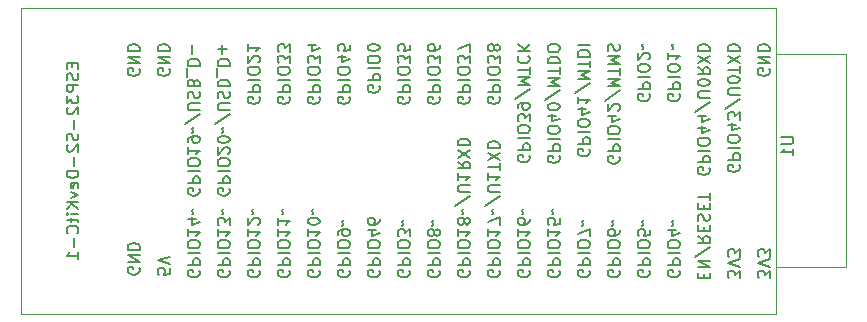
<source format=gbr>
%TF.GenerationSoftware,KiCad,Pcbnew,9.0.6*%
%TF.CreationDate,2025-12-04T23:30:09-05:00*%
%TF.ProjectId,FinalProjectPCB,46696e61-6c50-4726-9f6a-656374504342,rev?*%
%TF.SameCoordinates,Original*%
%TF.FileFunction,Legend,Bot*%
%TF.FilePolarity,Positive*%
%FSLAX46Y46*%
G04 Gerber Fmt 4.6, Leading zero omitted, Abs format (unit mm)*
G04 Created by KiCad (PCBNEW 9.0.6) date 2025-12-04 23:30:09*
%MOMM*%
%LPD*%
G01*
G04 APERTURE LIST*
%ADD10C,0.150000*%
%ADD11C,0.120000*%
G04 APERTURE END LIST*
D10*
X141946899Y-102968095D02*
X142756422Y-102968095D01*
X142756422Y-102968095D02*
X142851660Y-103015714D01*
X142851660Y-103015714D02*
X142899280Y-103063333D01*
X142899280Y-103063333D02*
X142946899Y-103158571D01*
X142946899Y-103158571D02*
X142946899Y-103349047D01*
X142946899Y-103349047D02*
X142899280Y-103444285D01*
X142899280Y-103444285D02*
X142851660Y-103491904D01*
X142851660Y-103491904D02*
X142756422Y-103539523D01*
X142756422Y-103539523D02*
X141946899Y-103539523D01*
X142946899Y-104539523D02*
X142946899Y-103968095D01*
X142946899Y-104253809D02*
X141946899Y-104253809D01*
X141946899Y-104253809D02*
X142089756Y-104158571D01*
X142089756Y-104158571D02*
X142184994Y-104063333D01*
X142184994Y-104063333D02*
X142232613Y-103968095D01*
X81903089Y-96738095D02*
X81903089Y-97071428D01*
X82426899Y-97214285D02*
X82426899Y-96738095D01*
X82426899Y-96738095D02*
X81426899Y-96738095D01*
X81426899Y-96738095D02*
X81426899Y-97214285D01*
X82379280Y-97595238D02*
X82426899Y-97738095D01*
X82426899Y-97738095D02*
X82426899Y-97976190D01*
X82426899Y-97976190D02*
X82379280Y-98071428D01*
X82379280Y-98071428D02*
X82331660Y-98119047D01*
X82331660Y-98119047D02*
X82236422Y-98166666D01*
X82236422Y-98166666D02*
X82141184Y-98166666D01*
X82141184Y-98166666D02*
X82045946Y-98119047D01*
X82045946Y-98119047D02*
X81998327Y-98071428D01*
X81998327Y-98071428D02*
X81950708Y-97976190D01*
X81950708Y-97976190D02*
X81903089Y-97785714D01*
X81903089Y-97785714D02*
X81855470Y-97690476D01*
X81855470Y-97690476D02*
X81807851Y-97642857D01*
X81807851Y-97642857D02*
X81712613Y-97595238D01*
X81712613Y-97595238D02*
X81617375Y-97595238D01*
X81617375Y-97595238D02*
X81522137Y-97642857D01*
X81522137Y-97642857D02*
X81474518Y-97690476D01*
X81474518Y-97690476D02*
X81426899Y-97785714D01*
X81426899Y-97785714D02*
X81426899Y-98023809D01*
X81426899Y-98023809D02*
X81474518Y-98166666D01*
X82426899Y-98595238D02*
X81426899Y-98595238D01*
X81426899Y-98595238D02*
X81426899Y-98976190D01*
X81426899Y-98976190D02*
X81474518Y-99071428D01*
X81474518Y-99071428D02*
X81522137Y-99119047D01*
X81522137Y-99119047D02*
X81617375Y-99166666D01*
X81617375Y-99166666D02*
X81760232Y-99166666D01*
X81760232Y-99166666D02*
X81855470Y-99119047D01*
X81855470Y-99119047D02*
X81903089Y-99071428D01*
X81903089Y-99071428D02*
X81950708Y-98976190D01*
X81950708Y-98976190D02*
X81950708Y-98595238D01*
X81426899Y-99500000D02*
X81426899Y-100119047D01*
X81426899Y-100119047D02*
X81807851Y-99785714D01*
X81807851Y-99785714D02*
X81807851Y-99928571D01*
X81807851Y-99928571D02*
X81855470Y-100023809D01*
X81855470Y-100023809D02*
X81903089Y-100071428D01*
X81903089Y-100071428D02*
X81998327Y-100119047D01*
X81998327Y-100119047D02*
X82236422Y-100119047D01*
X82236422Y-100119047D02*
X82331660Y-100071428D01*
X82331660Y-100071428D02*
X82379280Y-100023809D01*
X82379280Y-100023809D02*
X82426899Y-99928571D01*
X82426899Y-99928571D02*
X82426899Y-99642857D01*
X82426899Y-99642857D02*
X82379280Y-99547619D01*
X82379280Y-99547619D02*
X82331660Y-99500000D01*
X81522137Y-100500000D02*
X81474518Y-100547619D01*
X81474518Y-100547619D02*
X81426899Y-100642857D01*
X81426899Y-100642857D02*
X81426899Y-100880952D01*
X81426899Y-100880952D02*
X81474518Y-100976190D01*
X81474518Y-100976190D02*
X81522137Y-101023809D01*
X81522137Y-101023809D02*
X81617375Y-101071428D01*
X81617375Y-101071428D02*
X81712613Y-101071428D01*
X81712613Y-101071428D02*
X81855470Y-101023809D01*
X81855470Y-101023809D02*
X82426899Y-100452381D01*
X82426899Y-100452381D02*
X82426899Y-101071428D01*
X82045946Y-101500000D02*
X82045946Y-102261905D01*
X82379280Y-102690476D02*
X82426899Y-102833333D01*
X82426899Y-102833333D02*
X82426899Y-103071428D01*
X82426899Y-103071428D02*
X82379280Y-103166666D01*
X82379280Y-103166666D02*
X82331660Y-103214285D01*
X82331660Y-103214285D02*
X82236422Y-103261904D01*
X82236422Y-103261904D02*
X82141184Y-103261904D01*
X82141184Y-103261904D02*
X82045946Y-103214285D01*
X82045946Y-103214285D02*
X81998327Y-103166666D01*
X81998327Y-103166666D02*
X81950708Y-103071428D01*
X81950708Y-103071428D02*
X81903089Y-102880952D01*
X81903089Y-102880952D02*
X81855470Y-102785714D01*
X81855470Y-102785714D02*
X81807851Y-102738095D01*
X81807851Y-102738095D02*
X81712613Y-102690476D01*
X81712613Y-102690476D02*
X81617375Y-102690476D01*
X81617375Y-102690476D02*
X81522137Y-102738095D01*
X81522137Y-102738095D02*
X81474518Y-102785714D01*
X81474518Y-102785714D02*
X81426899Y-102880952D01*
X81426899Y-102880952D02*
X81426899Y-103119047D01*
X81426899Y-103119047D02*
X81474518Y-103261904D01*
X81522137Y-103642857D02*
X81474518Y-103690476D01*
X81474518Y-103690476D02*
X81426899Y-103785714D01*
X81426899Y-103785714D02*
X81426899Y-104023809D01*
X81426899Y-104023809D02*
X81474518Y-104119047D01*
X81474518Y-104119047D02*
X81522137Y-104166666D01*
X81522137Y-104166666D02*
X81617375Y-104214285D01*
X81617375Y-104214285D02*
X81712613Y-104214285D01*
X81712613Y-104214285D02*
X81855470Y-104166666D01*
X81855470Y-104166666D02*
X82426899Y-103595238D01*
X82426899Y-103595238D02*
X82426899Y-104214285D01*
X82045946Y-104642857D02*
X82045946Y-105404762D01*
X82426899Y-105880952D02*
X81426899Y-105880952D01*
X81426899Y-105880952D02*
X81426899Y-106119047D01*
X81426899Y-106119047D02*
X81474518Y-106261904D01*
X81474518Y-106261904D02*
X81569756Y-106357142D01*
X81569756Y-106357142D02*
X81664994Y-106404761D01*
X81664994Y-106404761D02*
X81855470Y-106452380D01*
X81855470Y-106452380D02*
X81998327Y-106452380D01*
X81998327Y-106452380D02*
X82188803Y-106404761D01*
X82188803Y-106404761D02*
X82284041Y-106357142D01*
X82284041Y-106357142D02*
X82379280Y-106261904D01*
X82379280Y-106261904D02*
X82426899Y-106119047D01*
X82426899Y-106119047D02*
X82426899Y-105880952D01*
X82379280Y-107261904D02*
X82426899Y-107166666D01*
X82426899Y-107166666D02*
X82426899Y-106976190D01*
X82426899Y-106976190D02*
X82379280Y-106880952D01*
X82379280Y-106880952D02*
X82284041Y-106833333D01*
X82284041Y-106833333D02*
X81903089Y-106833333D01*
X81903089Y-106833333D02*
X81807851Y-106880952D01*
X81807851Y-106880952D02*
X81760232Y-106976190D01*
X81760232Y-106976190D02*
X81760232Y-107166666D01*
X81760232Y-107166666D02*
X81807851Y-107261904D01*
X81807851Y-107261904D02*
X81903089Y-107309523D01*
X81903089Y-107309523D02*
X81998327Y-107309523D01*
X81998327Y-107309523D02*
X82093565Y-106833333D01*
X81760232Y-107642857D02*
X82426899Y-107880952D01*
X82426899Y-107880952D02*
X81760232Y-108119047D01*
X82426899Y-108500000D02*
X81426899Y-108500000D01*
X82426899Y-109071428D02*
X81855470Y-108642857D01*
X81426899Y-109071428D02*
X81998327Y-108500000D01*
X82426899Y-109500000D02*
X81760232Y-109500000D01*
X81426899Y-109500000D02*
X81474518Y-109452381D01*
X81474518Y-109452381D02*
X81522137Y-109500000D01*
X81522137Y-109500000D02*
X81474518Y-109547619D01*
X81474518Y-109547619D02*
X81426899Y-109500000D01*
X81426899Y-109500000D02*
X81522137Y-109500000D01*
X81760232Y-109833333D02*
X81760232Y-110214285D01*
X81426899Y-109976190D02*
X82284041Y-109976190D01*
X82284041Y-109976190D02*
X82379280Y-110023809D01*
X82379280Y-110023809D02*
X82426899Y-110119047D01*
X82426899Y-110119047D02*
X82426899Y-110214285D01*
X82331660Y-111119047D02*
X82379280Y-111071428D01*
X82379280Y-111071428D02*
X82426899Y-110928571D01*
X82426899Y-110928571D02*
X82426899Y-110833333D01*
X82426899Y-110833333D02*
X82379280Y-110690476D01*
X82379280Y-110690476D02*
X82284041Y-110595238D01*
X82284041Y-110595238D02*
X82188803Y-110547619D01*
X82188803Y-110547619D02*
X81998327Y-110500000D01*
X81998327Y-110500000D02*
X81855470Y-110500000D01*
X81855470Y-110500000D02*
X81664994Y-110547619D01*
X81664994Y-110547619D02*
X81569756Y-110595238D01*
X81569756Y-110595238D02*
X81474518Y-110690476D01*
X81474518Y-110690476D02*
X81426899Y-110833333D01*
X81426899Y-110833333D02*
X81426899Y-110928571D01*
X81426899Y-110928571D02*
X81474518Y-111071428D01*
X81474518Y-111071428D02*
X81522137Y-111119047D01*
X82045946Y-111547619D02*
X82045946Y-112309524D01*
X82426899Y-113309523D02*
X82426899Y-112738095D01*
X82426899Y-113023809D02*
X81426899Y-113023809D01*
X81426899Y-113023809D02*
X81569756Y-112928571D01*
X81569756Y-112928571D02*
X81664994Y-112833333D01*
X81664994Y-112833333D02*
X81712613Y-112738095D01*
X97709641Y-114299411D02*
X97757260Y-114394649D01*
X97757260Y-114394649D02*
X97757260Y-114537506D01*
X97757260Y-114537506D02*
X97709641Y-114680363D01*
X97709641Y-114680363D02*
X97614403Y-114775601D01*
X97614403Y-114775601D02*
X97519165Y-114823220D01*
X97519165Y-114823220D02*
X97328689Y-114870839D01*
X97328689Y-114870839D02*
X97185832Y-114870839D01*
X97185832Y-114870839D02*
X96995356Y-114823220D01*
X96995356Y-114823220D02*
X96900118Y-114775601D01*
X96900118Y-114775601D02*
X96804880Y-114680363D01*
X96804880Y-114680363D02*
X96757260Y-114537506D01*
X96757260Y-114537506D02*
X96757260Y-114442268D01*
X96757260Y-114442268D02*
X96804880Y-114299411D01*
X96804880Y-114299411D02*
X96852499Y-114251792D01*
X96852499Y-114251792D02*
X97185832Y-114251792D01*
X97185832Y-114251792D02*
X97185832Y-114442268D01*
X96757260Y-113823220D02*
X97757260Y-113823220D01*
X97757260Y-113823220D02*
X97757260Y-113442268D01*
X97757260Y-113442268D02*
X97709641Y-113347030D01*
X97709641Y-113347030D02*
X97662022Y-113299411D01*
X97662022Y-113299411D02*
X97566784Y-113251792D01*
X97566784Y-113251792D02*
X97423927Y-113251792D01*
X97423927Y-113251792D02*
X97328689Y-113299411D01*
X97328689Y-113299411D02*
X97281070Y-113347030D01*
X97281070Y-113347030D02*
X97233451Y-113442268D01*
X97233451Y-113442268D02*
X97233451Y-113823220D01*
X96757260Y-112823220D02*
X97757260Y-112823220D01*
X97757260Y-112156554D02*
X97757260Y-111966078D01*
X97757260Y-111966078D02*
X97709641Y-111870840D01*
X97709641Y-111870840D02*
X97614403Y-111775602D01*
X97614403Y-111775602D02*
X97423927Y-111727983D01*
X97423927Y-111727983D02*
X97090594Y-111727983D01*
X97090594Y-111727983D02*
X96900118Y-111775602D01*
X96900118Y-111775602D02*
X96804880Y-111870840D01*
X96804880Y-111870840D02*
X96757260Y-111966078D01*
X96757260Y-111966078D02*
X96757260Y-112156554D01*
X96757260Y-112156554D02*
X96804880Y-112251792D01*
X96804880Y-112251792D02*
X96900118Y-112347030D01*
X96900118Y-112347030D02*
X97090594Y-112394649D01*
X97090594Y-112394649D02*
X97423927Y-112394649D01*
X97423927Y-112394649D02*
X97614403Y-112347030D01*
X97614403Y-112347030D02*
X97709641Y-112251792D01*
X97709641Y-112251792D02*
X97757260Y-112156554D01*
X96757260Y-110775602D02*
X96757260Y-111347030D01*
X96757260Y-111061316D02*
X97757260Y-111061316D01*
X97757260Y-111061316D02*
X97614403Y-111156554D01*
X97614403Y-111156554D02*
X97519165Y-111251792D01*
X97519165Y-111251792D02*
X97471546Y-111347030D01*
X97662022Y-110394649D02*
X97709641Y-110347030D01*
X97709641Y-110347030D02*
X97757260Y-110251792D01*
X97757260Y-110251792D02*
X97757260Y-110013697D01*
X97757260Y-110013697D02*
X97709641Y-109918459D01*
X97709641Y-109918459D02*
X97662022Y-109870840D01*
X97662022Y-109870840D02*
X97566784Y-109823221D01*
X97566784Y-109823221D02*
X97471546Y-109823221D01*
X97471546Y-109823221D02*
X97328689Y-109870840D01*
X97328689Y-109870840D02*
X96757260Y-110442268D01*
X96757260Y-110442268D02*
X96757260Y-109823221D01*
X97138213Y-109537506D02*
X97185832Y-109489887D01*
X97185832Y-109489887D02*
X97233451Y-109394649D01*
X97233451Y-109394649D02*
X97138213Y-109204173D01*
X97138213Y-109204173D02*
X97185832Y-109108935D01*
X97185832Y-109108935D02*
X97233451Y-109061316D01*
X118029641Y-99605350D02*
X118077260Y-99700588D01*
X118077260Y-99700588D02*
X118077260Y-99843445D01*
X118077260Y-99843445D02*
X118029641Y-99986302D01*
X118029641Y-99986302D02*
X117934403Y-100081540D01*
X117934403Y-100081540D02*
X117839165Y-100129159D01*
X117839165Y-100129159D02*
X117648689Y-100176778D01*
X117648689Y-100176778D02*
X117505832Y-100176778D01*
X117505832Y-100176778D02*
X117315356Y-100129159D01*
X117315356Y-100129159D02*
X117220118Y-100081540D01*
X117220118Y-100081540D02*
X117124880Y-99986302D01*
X117124880Y-99986302D02*
X117077260Y-99843445D01*
X117077260Y-99843445D02*
X117077260Y-99748207D01*
X117077260Y-99748207D02*
X117124880Y-99605350D01*
X117124880Y-99605350D02*
X117172499Y-99557731D01*
X117172499Y-99557731D02*
X117505832Y-99557731D01*
X117505832Y-99557731D02*
X117505832Y-99748207D01*
X117077260Y-99129159D02*
X118077260Y-99129159D01*
X118077260Y-99129159D02*
X118077260Y-98748207D01*
X118077260Y-98748207D02*
X118029641Y-98652969D01*
X118029641Y-98652969D02*
X117982022Y-98605350D01*
X117982022Y-98605350D02*
X117886784Y-98557731D01*
X117886784Y-98557731D02*
X117743927Y-98557731D01*
X117743927Y-98557731D02*
X117648689Y-98605350D01*
X117648689Y-98605350D02*
X117601070Y-98652969D01*
X117601070Y-98652969D02*
X117553451Y-98748207D01*
X117553451Y-98748207D02*
X117553451Y-99129159D01*
X117077260Y-98129159D02*
X118077260Y-98129159D01*
X118077260Y-97462493D02*
X118077260Y-97272017D01*
X118077260Y-97272017D02*
X118029641Y-97176779D01*
X118029641Y-97176779D02*
X117934403Y-97081541D01*
X117934403Y-97081541D02*
X117743927Y-97033922D01*
X117743927Y-97033922D02*
X117410594Y-97033922D01*
X117410594Y-97033922D02*
X117220118Y-97081541D01*
X117220118Y-97081541D02*
X117124880Y-97176779D01*
X117124880Y-97176779D02*
X117077260Y-97272017D01*
X117077260Y-97272017D02*
X117077260Y-97462493D01*
X117077260Y-97462493D02*
X117124880Y-97557731D01*
X117124880Y-97557731D02*
X117220118Y-97652969D01*
X117220118Y-97652969D02*
X117410594Y-97700588D01*
X117410594Y-97700588D02*
X117743927Y-97700588D01*
X117743927Y-97700588D02*
X117934403Y-97652969D01*
X117934403Y-97652969D02*
X118029641Y-97557731D01*
X118029641Y-97557731D02*
X118077260Y-97462493D01*
X118077260Y-96700588D02*
X118077260Y-96081541D01*
X118077260Y-96081541D02*
X117696308Y-96414874D01*
X117696308Y-96414874D02*
X117696308Y-96272017D01*
X117696308Y-96272017D02*
X117648689Y-96176779D01*
X117648689Y-96176779D02*
X117601070Y-96129160D01*
X117601070Y-96129160D02*
X117505832Y-96081541D01*
X117505832Y-96081541D02*
X117267737Y-96081541D01*
X117267737Y-96081541D02*
X117172499Y-96129160D01*
X117172499Y-96129160D02*
X117124880Y-96176779D01*
X117124880Y-96176779D02*
X117077260Y-96272017D01*
X117077260Y-96272017D02*
X117077260Y-96557731D01*
X117077260Y-96557731D02*
X117124880Y-96652969D01*
X117124880Y-96652969D02*
X117172499Y-96700588D01*
X117648689Y-95510112D02*
X117696308Y-95605350D01*
X117696308Y-95605350D02*
X117743927Y-95652969D01*
X117743927Y-95652969D02*
X117839165Y-95700588D01*
X117839165Y-95700588D02*
X117886784Y-95700588D01*
X117886784Y-95700588D02*
X117982022Y-95652969D01*
X117982022Y-95652969D02*
X118029641Y-95605350D01*
X118029641Y-95605350D02*
X118077260Y-95510112D01*
X118077260Y-95510112D02*
X118077260Y-95319636D01*
X118077260Y-95319636D02*
X118029641Y-95224398D01*
X118029641Y-95224398D02*
X117982022Y-95176779D01*
X117982022Y-95176779D02*
X117886784Y-95129160D01*
X117886784Y-95129160D02*
X117839165Y-95129160D01*
X117839165Y-95129160D02*
X117743927Y-95176779D01*
X117743927Y-95176779D02*
X117696308Y-95224398D01*
X117696308Y-95224398D02*
X117648689Y-95319636D01*
X117648689Y-95319636D02*
X117648689Y-95510112D01*
X117648689Y-95510112D02*
X117601070Y-95605350D01*
X117601070Y-95605350D02*
X117553451Y-95652969D01*
X117553451Y-95652969D02*
X117458213Y-95700588D01*
X117458213Y-95700588D02*
X117267737Y-95700588D01*
X117267737Y-95700588D02*
X117172499Y-95652969D01*
X117172499Y-95652969D02*
X117124880Y-95605350D01*
X117124880Y-95605350D02*
X117077260Y-95510112D01*
X117077260Y-95510112D02*
X117077260Y-95319636D01*
X117077260Y-95319636D02*
X117124880Y-95224398D01*
X117124880Y-95224398D02*
X117172499Y-95176779D01*
X117172499Y-95176779D02*
X117267737Y-95129160D01*
X117267737Y-95129160D02*
X117458213Y-95129160D01*
X117458213Y-95129160D02*
X117553451Y-95176779D01*
X117553451Y-95176779D02*
X117601070Y-95224398D01*
X117601070Y-95224398D02*
X117648689Y-95319636D01*
X87552361Y-114049091D02*
X87599980Y-114144329D01*
X87599980Y-114144329D02*
X87599980Y-114287186D01*
X87599980Y-114287186D02*
X87552361Y-114430043D01*
X87552361Y-114430043D02*
X87457123Y-114525281D01*
X87457123Y-114525281D02*
X87361885Y-114572900D01*
X87361885Y-114572900D02*
X87171409Y-114620519D01*
X87171409Y-114620519D02*
X87028552Y-114620519D01*
X87028552Y-114620519D02*
X86838076Y-114572900D01*
X86838076Y-114572900D02*
X86742838Y-114525281D01*
X86742838Y-114525281D02*
X86647600Y-114430043D01*
X86647600Y-114430043D02*
X86599980Y-114287186D01*
X86599980Y-114287186D02*
X86599980Y-114191948D01*
X86599980Y-114191948D02*
X86647600Y-114049091D01*
X86647600Y-114049091D02*
X86695219Y-114001472D01*
X86695219Y-114001472D02*
X87028552Y-114001472D01*
X87028552Y-114001472D02*
X87028552Y-114191948D01*
X86599980Y-113572900D02*
X87599980Y-113572900D01*
X87599980Y-113572900D02*
X86599980Y-113001472D01*
X86599980Y-113001472D02*
X87599980Y-113001472D01*
X86599980Y-112525281D02*
X87599980Y-112525281D01*
X87599980Y-112525281D02*
X87599980Y-112287186D01*
X87599980Y-112287186D02*
X87552361Y-112144329D01*
X87552361Y-112144329D02*
X87457123Y-112049091D01*
X87457123Y-112049091D02*
X87361885Y-112001472D01*
X87361885Y-112001472D02*
X87171409Y-111953853D01*
X87171409Y-111953853D02*
X87028552Y-111953853D01*
X87028552Y-111953853D02*
X86838076Y-112001472D01*
X86838076Y-112001472D02*
X86742838Y-112049091D01*
X86742838Y-112049091D02*
X86647600Y-112144329D01*
X86647600Y-112144329D02*
X86599980Y-112287186D01*
X86599980Y-112287186D02*
X86599980Y-112525281D01*
X110409641Y-99605350D02*
X110457260Y-99700588D01*
X110457260Y-99700588D02*
X110457260Y-99843445D01*
X110457260Y-99843445D02*
X110409641Y-99986302D01*
X110409641Y-99986302D02*
X110314403Y-100081540D01*
X110314403Y-100081540D02*
X110219165Y-100129159D01*
X110219165Y-100129159D02*
X110028689Y-100176778D01*
X110028689Y-100176778D02*
X109885832Y-100176778D01*
X109885832Y-100176778D02*
X109695356Y-100129159D01*
X109695356Y-100129159D02*
X109600118Y-100081540D01*
X109600118Y-100081540D02*
X109504880Y-99986302D01*
X109504880Y-99986302D02*
X109457260Y-99843445D01*
X109457260Y-99843445D02*
X109457260Y-99748207D01*
X109457260Y-99748207D02*
X109504880Y-99605350D01*
X109504880Y-99605350D02*
X109552499Y-99557731D01*
X109552499Y-99557731D02*
X109885832Y-99557731D01*
X109885832Y-99557731D02*
X109885832Y-99748207D01*
X109457260Y-99129159D02*
X110457260Y-99129159D01*
X110457260Y-99129159D02*
X110457260Y-98748207D01*
X110457260Y-98748207D02*
X110409641Y-98652969D01*
X110409641Y-98652969D02*
X110362022Y-98605350D01*
X110362022Y-98605350D02*
X110266784Y-98557731D01*
X110266784Y-98557731D02*
X110123927Y-98557731D01*
X110123927Y-98557731D02*
X110028689Y-98605350D01*
X110028689Y-98605350D02*
X109981070Y-98652969D01*
X109981070Y-98652969D02*
X109933451Y-98748207D01*
X109933451Y-98748207D02*
X109933451Y-99129159D01*
X109457260Y-98129159D02*
X110457260Y-98129159D01*
X110457260Y-97462493D02*
X110457260Y-97272017D01*
X110457260Y-97272017D02*
X110409641Y-97176779D01*
X110409641Y-97176779D02*
X110314403Y-97081541D01*
X110314403Y-97081541D02*
X110123927Y-97033922D01*
X110123927Y-97033922D02*
X109790594Y-97033922D01*
X109790594Y-97033922D02*
X109600118Y-97081541D01*
X109600118Y-97081541D02*
X109504880Y-97176779D01*
X109504880Y-97176779D02*
X109457260Y-97272017D01*
X109457260Y-97272017D02*
X109457260Y-97462493D01*
X109457260Y-97462493D02*
X109504880Y-97557731D01*
X109504880Y-97557731D02*
X109600118Y-97652969D01*
X109600118Y-97652969D02*
X109790594Y-97700588D01*
X109790594Y-97700588D02*
X110123927Y-97700588D01*
X110123927Y-97700588D02*
X110314403Y-97652969D01*
X110314403Y-97652969D02*
X110409641Y-97557731D01*
X110409641Y-97557731D02*
X110457260Y-97462493D01*
X110457260Y-96700588D02*
X110457260Y-96081541D01*
X110457260Y-96081541D02*
X110076308Y-96414874D01*
X110076308Y-96414874D02*
X110076308Y-96272017D01*
X110076308Y-96272017D02*
X110028689Y-96176779D01*
X110028689Y-96176779D02*
X109981070Y-96129160D01*
X109981070Y-96129160D02*
X109885832Y-96081541D01*
X109885832Y-96081541D02*
X109647737Y-96081541D01*
X109647737Y-96081541D02*
X109552499Y-96129160D01*
X109552499Y-96129160D02*
X109504880Y-96176779D01*
X109504880Y-96176779D02*
X109457260Y-96272017D01*
X109457260Y-96272017D02*
X109457260Y-96557731D01*
X109457260Y-96557731D02*
X109504880Y-96652969D01*
X109504880Y-96652969D02*
X109552499Y-96700588D01*
X110457260Y-95176779D02*
X110457260Y-95652969D01*
X110457260Y-95652969D02*
X109981070Y-95700588D01*
X109981070Y-95700588D02*
X110028689Y-95652969D01*
X110028689Y-95652969D02*
X110076308Y-95557731D01*
X110076308Y-95557731D02*
X110076308Y-95319636D01*
X110076308Y-95319636D02*
X110028689Y-95224398D01*
X110028689Y-95224398D02*
X109981070Y-95176779D01*
X109981070Y-95176779D02*
X109885832Y-95129160D01*
X109885832Y-95129160D02*
X109647737Y-95129160D01*
X109647737Y-95129160D02*
X109552499Y-95176779D01*
X109552499Y-95176779D02*
X109504880Y-95224398D01*
X109504880Y-95224398D02*
X109457260Y-95319636D01*
X109457260Y-95319636D02*
X109457260Y-95557731D01*
X109457260Y-95557731D02*
X109504880Y-95652969D01*
X109504880Y-95652969D02*
X109552499Y-95700588D01*
X123109641Y-104605350D02*
X123157260Y-104700588D01*
X123157260Y-104700588D02*
X123157260Y-104843445D01*
X123157260Y-104843445D02*
X123109641Y-104986302D01*
X123109641Y-104986302D02*
X123014403Y-105081540D01*
X123014403Y-105081540D02*
X122919165Y-105129159D01*
X122919165Y-105129159D02*
X122728689Y-105176778D01*
X122728689Y-105176778D02*
X122585832Y-105176778D01*
X122585832Y-105176778D02*
X122395356Y-105129159D01*
X122395356Y-105129159D02*
X122300118Y-105081540D01*
X122300118Y-105081540D02*
X122204880Y-104986302D01*
X122204880Y-104986302D02*
X122157260Y-104843445D01*
X122157260Y-104843445D02*
X122157260Y-104748207D01*
X122157260Y-104748207D02*
X122204880Y-104605350D01*
X122204880Y-104605350D02*
X122252499Y-104557731D01*
X122252499Y-104557731D02*
X122585832Y-104557731D01*
X122585832Y-104557731D02*
X122585832Y-104748207D01*
X122157260Y-104129159D02*
X123157260Y-104129159D01*
X123157260Y-104129159D02*
X123157260Y-103748207D01*
X123157260Y-103748207D02*
X123109641Y-103652969D01*
X123109641Y-103652969D02*
X123062022Y-103605350D01*
X123062022Y-103605350D02*
X122966784Y-103557731D01*
X122966784Y-103557731D02*
X122823927Y-103557731D01*
X122823927Y-103557731D02*
X122728689Y-103605350D01*
X122728689Y-103605350D02*
X122681070Y-103652969D01*
X122681070Y-103652969D02*
X122633451Y-103748207D01*
X122633451Y-103748207D02*
X122633451Y-104129159D01*
X122157260Y-103129159D02*
X123157260Y-103129159D01*
X123157260Y-102462493D02*
X123157260Y-102272017D01*
X123157260Y-102272017D02*
X123109641Y-102176779D01*
X123109641Y-102176779D02*
X123014403Y-102081541D01*
X123014403Y-102081541D02*
X122823927Y-102033922D01*
X122823927Y-102033922D02*
X122490594Y-102033922D01*
X122490594Y-102033922D02*
X122300118Y-102081541D01*
X122300118Y-102081541D02*
X122204880Y-102176779D01*
X122204880Y-102176779D02*
X122157260Y-102272017D01*
X122157260Y-102272017D02*
X122157260Y-102462493D01*
X122157260Y-102462493D02*
X122204880Y-102557731D01*
X122204880Y-102557731D02*
X122300118Y-102652969D01*
X122300118Y-102652969D02*
X122490594Y-102700588D01*
X122490594Y-102700588D02*
X122823927Y-102700588D01*
X122823927Y-102700588D02*
X123014403Y-102652969D01*
X123014403Y-102652969D02*
X123109641Y-102557731D01*
X123109641Y-102557731D02*
X123157260Y-102462493D01*
X122823927Y-101176779D02*
X122157260Y-101176779D01*
X123204880Y-101414874D02*
X122490594Y-101652969D01*
X122490594Y-101652969D02*
X122490594Y-101033922D01*
X123157260Y-100462493D02*
X123157260Y-100367255D01*
X123157260Y-100367255D02*
X123109641Y-100272017D01*
X123109641Y-100272017D02*
X123062022Y-100224398D01*
X123062022Y-100224398D02*
X122966784Y-100176779D01*
X122966784Y-100176779D02*
X122776308Y-100129160D01*
X122776308Y-100129160D02*
X122538213Y-100129160D01*
X122538213Y-100129160D02*
X122347737Y-100176779D01*
X122347737Y-100176779D02*
X122252499Y-100224398D01*
X122252499Y-100224398D02*
X122204880Y-100272017D01*
X122204880Y-100272017D02*
X122157260Y-100367255D01*
X122157260Y-100367255D02*
X122157260Y-100462493D01*
X122157260Y-100462493D02*
X122204880Y-100557731D01*
X122204880Y-100557731D02*
X122252499Y-100605350D01*
X122252499Y-100605350D02*
X122347737Y-100652969D01*
X122347737Y-100652969D02*
X122538213Y-100700588D01*
X122538213Y-100700588D02*
X122776308Y-100700588D01*
X122776308Y-100700588D02*
X122966784Y-100652969D01*
X122966784Y-100652969D02*
X123062022Y-100605350D01*
X123062022Y-100605350D02*
X123109641Y-100557731D01*
X123109641Y-100557731D02*
X123157260Y-100462493D01*
X123204880Y-98986303D02*
X121919165Y-99843445D01*
X122157260Y-98652969D02*
X123157260Y-98652969D01*
X123157260Y-98652969D02*
X122442975Y-98319636D01*
X122442975Y-98319636D02*
X123157260Y-97986303D01*
X123157260Y-97986303D02*
X122157260Y-97986303D01*
X123157260Y-97652969D02*
X123157260Y-97081541D01*
X122157260Y-97367255D02*
X123157260Y-97367255D01*
X122157260Y-96748207D02*
X123157260Y-96748207D01*
X123157260Y-96748207D02*
X123157260Y-96510112D01*
X123157260Y-96510112D02*
X123109641Y-96367255D01*
X123109641Y-96367255D02*
X123014403Y-96272017D01*
X123014403Y-96272017D02*
X122919165Y-96224398D01*
X122919165Y-96224398D02*
X122728689Y-96176779D01*
X122728689Y-96176779D02*
X122585832Y-96176779D01*
X122585832Y-96176779D02*
X122395356Y-96224398D01*
X122395356Y-96224398D02*
X122300118Y-96272017D01*
X122300118Y-96272017D02*
X122204880Y-96367255D01*
X122204880Y-96367255D02*
X122157260Y-96510112D01*
X122157260Y-96510112D02*
X122157260Y-96748207D01*
X123157260Y-95557731D02*
X123157260Y-95367255D01*
X123157260Y-95367255D02*
X123109641Y-95272017D01*
X123109641Y-95272017D02*
X123014403Y-95176779D01*
X123014403Y-95176779D02*
X122823927Y-95129160D01*
X122823927Y-95129160D02*
X122490594Y-95129160D01*
X122490594Y-95129160D02*
X122300118Y-95176779D01*
X122300118Y-95176779D02*
X122204880Y-95272017D01*
X122204880Y-95272017D02*
X122157260Y-95367255D01*
X122157260Y-95367255D02*
X122157260Y-95557731D01*
X122157260Y-95557731D02*
X122204880Y-95652969D01*
X122204880Y-95652969D02*
X122300118Y-95748207D01*
X122300118Y-95748207D02*
X122490594Y-95795826D01*
X122490594Y-95795826D02*
X122823927Y-95795826D01*
X122823927Y-95795826D02*
X123014403Y-95748207D01*
X123014403Y-95748207D02*
X123109641Y-95652969D01*
X123109641Y-95652969D02*
X123157260Y-95557731D01*
X135809641Y-105605350D02*
X135857260Y-105700588D01*
X135857260Y-105700588D02*
X135857260Y-105843445D01*
X135857260Y-105843445D02*
X135809641Y-105986302D01*
X135809641Y-105986302D02*
X135714403Y-106081540D01*
X135714403Y-106081540D02*
X135619165Y-106129159D01*
X135619165Y-106129159D02*
X135428689Y-106176778D01*
X135428689Y-106176778D02*
X135285832Y-106176778D01*
X135285832Y-106176778D02*
X135095356Y-106129159D01*
X135095356Y-106129159D02*
X135000118Y-106081540D01*
X135000118Y-106081540D02*
X134904880Y-105986302D01*
X134904880Y-105986302D02*
X134857260Y-105843445D01*
X134857260Y-105843445D02*
X134857260Y-105748207D01*
X134857260Y-105748207D02*
X134904880Y-105605350D01*
X134904880Y-105605350D02*
X134952499Y-105557731D01*
X134952499Y-105557731D02*
X135285832Y-105557731D01*
X135285832Y-105557731D02*
X135285832Y-105748207D01*
X134857260Y-105129159D02*
X135857260Y-105129159D01*
X135857260Y-105129159D02*
X135857260Y-104748207D01*
X135857260Y-104748207D02*
X135809641Y-104652969D01*
X135809641Y-104652969D02*
X135762022Y-104605350D01*
X135762022Y-104605350D02*
X135666784Y-104557731D01*
X135666784Y-104557731D02*
X135523927Y-104557731D01*
X135523927Y-104557731D02*
X135428689Y-104605350D01*
X135428689Y-104605350D02*
X135381070Y-104652969D01*
X135381070Y-104652969D02*
X135333451Y-104748207D01*
X135333451Y-104748207D02*
X135333451Y-105129159D01*
X134857260Y-104129159D02*
X135857260Y-104129159D01*
X135857260Y-103462493D02*
X135857260Y-103272017D01*
X135857260Y-103272017D02*
X135809641Y-103176779D01*
X135809641Y-103176779D02*
X135714403Y-103081541D01*
X135714403Y-103081541D02*
X135523927Y-103033922D01*
X135523927Y-103033922D02*
X135190594Y-103033922D01*
X135190594Y-103033922D02*
X135000118Y-103081541D01*
X135000118Y-103081541D02*
X134904880Y-103176779D01*
X134904880Y-103176779D02*
X134857260Y-103272017D01*
X134857260Y-103272017D02*
X134857260Y-103462493D01*
X134857260Y-103462493D02*
X134904880Y-103557731D01*
X134904880Y-103557731D02*
X135000118Y-103652969D01*
X135000118Y-103652969D02*
X135190594Y-103700588D01*
X135190594Y-103700588D02*
X135523927Y-103700588D01*
X135523927Y-103700588D02*
X135714403Y-103652969D01*
X135714403Y-103652969D02*
X135809641Y-103557731D01*
X135809641Y-103557731D02*
X135857260Y-103462493D01*
X135523927Y-102176779D02*
X134857260Y-102176779D01*
X135904880Y-102414874D02*
X135190594Y-102652969D01*
X135190594Y-102652969D02*
X135190594Y-102033922D01*
X135523927Y-101224398D02*
X134857260Y-101224398D01*
X135904880Y-101462493D02*
X135190594Y-101700588D01*
X135190594Y-101700588D02*
X135190594Y-101081541D01*
X135904880Y-99986303D02*
X134619165Y-100843445D01*
X135857260Y-99652969D02*
X135047737Y-99652969D01*
X135047737Y-99652969D02*
X134952499Y-99605350D01*
X134952499Y-99605350D02*
X134904880Y-99557731D01*
X134904880Y-99557731D02*
X134857260Y-99462493D01*
X134857260Y-99462493D02*
X134857260Y-99272017D01*
X134857260Y-99272017D02*
X134904880Y-99176779D01*
X134904880Y-99176779D02*
X134952499Y-99129160D01*
X134952499Y-99129160D02*
X135047737Y-99081541D01*
X135047737Y-99081541D02*
X135857260Y-99081541D01*
X135857260Y-98414874D02*
X135857260Y-98319636D01*
X135857260Y-98319636D02*
X135809641Y-98224398D01*
X135809641Y-98224398D02*
X135762022Y-98176779D01*
X135762022Y-98176779D02*
X135666784Y-98129160D01*
X135666784Y-98129160D02*
X135476308Y-98081541D01*
X135476308Y-98081541D02*
X135238213Y-98081541D01*
X135238213Y-98081541D02*
X135047737Y-98129160D01*
X135047737Y-98129160D02*
X134952499Y-98176779D01*
X134952499Y-98176779D02*
X134904880Y-98224398D01*
X134904880Y-98224398D02*
X134857260Y-98319636D01*
X134857260Y-98319636D02*
X134857260Y-98414874D01*
X134857260Y-98414874D02*
X134904880Y-98510112D01*
X134904880Y-98510112D02*
X134952499Y-98557731D01*
X134952499Y-98557731D02*
X135047737Y-98605350D01*
X135047737Y-98605350D02*
X135238213Y-98652969D01*
X135238213Y-98652969D02*
X135476308Y-98652969D01*
X135476308Y-98652969D02*
X135666784Y-98605350D01*
X135666784Y-98605350D02*
X135762022Y-98557731D01*
X135762022Y-98557731D02*
X135809641Y-98510112D01*
X135809641Y-98510112D02*
X135857260Y-98414874D01*
X134857260Y-97081541D02*
X135333451Y-97414874D01*
X134857260Y-97652969D02*
X135857260Y-97652969D01*
X135857260Y-97652969D02*
X135857260Y-97272017D01*
X135857260Y-97272017D02*
X135809641Y-97176779D01*
X135809641Y-97176779D02*
X135762022Y-97129160D01*
X135762022Y-97129160D02*
X135666784Y-97081541D01*
X135666784Y-97081541D02*
X135523927Y-97081541D01*
X135523927Y-97081541D02*
X135428689Y-97129160D01*
X135428689Y-97129160D02*
X135381070Y-97176779D01*
X135381070Y-97176779D02*
X135333451Y-97272017D01*
X135333451Y-97272017D02*
X135333451Y-97652969D01*
X135857260Y-96748207D02*
X134857260Y-96081541D01*
X135857260Y-96081541D02*
X134857260Y-96748207D01*
X134857260Y-95700588D02*
X135857260Y-95700588D01*
X135857260Y-95700588D02*
X135857260Y-95462493D01*
X135857260Y-95462493D02*
X135809641Y-95319636D01*
X135809641Y-95319636D02*
X135714403Y-95224398D01*
X135714403Y-95224398D02*
X135619165Y-95176779D01*
X135619165Y-95176779D02*
X135428689Y-95129160D01*
X135428689Y-95129160D02*
X135285832Y-95129160D01*
X135285832Y-95129160D02*
X135095356Y-95176779D01*
X135095356Y-95176779D02*
X135000118Y-95224398D01*
X135000118Y-95224398D02*
X134904880Y-95319636D01*
X134904880Y-95319636D02*
X134857260Y-95462493D01*
X134857260Y-95462493D02*
X134857260Y-95700588D01*
X105329641Y-114299411D02*
X105377260Y-114394649D01*
X105377260Y-114394649D02*
X105377260Y-114537506D01*
X105377260Y-114537506D02*
X105329641Y-114680363D01*
X105329641Y-114680363D02*
X105234403Y-114775601D01*
X105234403Y-114775601D02*
X105139165Y-114823220D01*
X105139165Y-114823220D02*
X104948689Y-114870839D01*
X104948689Y-114870839D02*
X104805832Y-114870839D01*
X104805832Y-114870839D02*
X104615356Y-114823220D01*
X104615356Y-114823220D02*
X104520118Y-114775601D01*
X104520118Y-114775601D02*
X104424880Y-114680363D01*
X104424880Y-114680363D02*
X104377260Y-114537506D01*
X104377260Y-114537506D02*
X104377260Y-114442268D01*
X104377260Y-114442268D02*
X104424880Y-114299411D01*
X104424880Y-114299411D02*
X104472499Y-114251792D01*
X104472499Y-114251792D02*
X104805832Y-114251792D01*
X104805832Y-114251792D02*
X104805832Y-114442268D01*
X104377260Y-113823220D02*
X105377260Y-113823220D01*
X105377260Y-113823220D02*
X105377260Y-113442268D01*
X105377260Y-113442268D02*
X105329641Y-113347030D01*
X105329641Y-113347030D02*
X105282022Y-113299411D01*
X105282022Y-113299411D02*
X105186784Y-113251792D01*
X105186784Y-113251792D02*
X105043927Y-113251792D01*
X105043927Y-113251792D02*
X104948689Y-113299411D01*
X104948689Y-113299411D02*
X104901070Y-113347030D01*
X104901070Y-113347030D02*
X104853451Y-113442268D01*
X104853451Y-113442268D02*
X104853451Y-113823220D01*
X104377260Y-112823220D02*
X105377260Y-112823220D01*
X105377260Y-112156554D02*
X105377260Y-111966078D01*
X105377260Y-111966078D02*
X105329641Y-111870840D01*
X105329641Y-111870840D02*
X105234403Y-111775602D01*
X105234403Y-111775602D02*
X105043927Y-111727983D01*
X105043927Y-111727983D02*
X104710594Y-111727983D01*
X104710594Y-111727983D02*
X104520118Y-111775602D01*
X104520118Y-111775602D02*
X104424880Y-111870840D01*
X104424880Y-111870840D02*
X104377260Y-111966078D01*
X104377260Y-111966078D02*
X104377260Y-112156554D01*
X104377260Y-112156554D02*
X104424880Y-112251792D01*
X104424880Y-112251792D02*
X104520118Y-112347030D01*
X104520118Y-112347030D02*
X104710594Y-112394649D01*
X104710594Y-112394649D02*
X105043927Y-112394649D01*
X105043927Y-112394649D02*
X105234403Y-112347030D01*
X105234403Y-112347030D02*
X105329641Y-112251792D01*
X105329641Y-112251792D02*
X105377260Y-112156554D01*
X104377260Y-111251792D02*
X104377260Y-111061316D01*
X104377260Y-111061316D02*
X104424880Y-110966078D01*
X104424880Y-110966078D02*
X104472499Y-110918459D01*
X104472499Y-110918459D02*
X104615356Y-110823221D01*
X104615356Y-110823221D02*
X104805832Y-110775602D01*
X104805832Y-110775602D02*
X105186784Y-110775602D01*
X105186784Y-110775602D02*
X105282022Y-110823221D01*
X105282022Y-110823221D02*
X105329641Y-110870840D01*
X105329641Y-110870840D02*
X105377260Y-110966078D01*
X105377260Y-110966078D02*
X105377260Y-111156554D01*
X105377260Y-111156554D02*
X105329641Y-111251792D01*
X105329641Y-111251792D02*
X105282022Y-111299411D01*
X105282022Y-111299411D02*
X105186784Y-111347030D01*
X105186784Y-111347030D02*
X104948689Y-111347030D01*
X104948689Y-111347030D02*
X104853451Y-111299411D01*
X104853451Y-111299411D02*
X104805832Y-111251792D01*
X104805832Y-111251792D02*
X104758213Y-111156554D01*
X104758213Y-111156554D02*
X104758213Y-110966078D01*
X104758213Y-110966078D02*
X104805832Y-110870840D01*
X104805832Y-110870840D02*
X104853451Y-110823221D01*
X104853451Y-110823221D02*
X104948689Y-110775602D01*
X104758213Y-110489887D02*
X104805832Y-110442268D01*
X104805832Y-110442268D02*
X104853451Y-110347030D01*
X104853451Y-110347030D02*
X104758213Y-110156554D01*
X104758213Y-110156554D02*
X104805832Y-110061316D01*
X104805832Y-110061316D02*
X104853451Y-110013697D01*
X140889641Y-97224398D02*
X140937260Y-97319636D01*
X140937260Y-97319636D02*
X140937260Y-97462493D01*
X140937260Y-97462493D02*
X140889641Y-97605350D01*
X140889641Y-97605350D02*
X140794403Y-97700588D01*
X140794403Y-97700588D02*
X140699165Y-97748207D01*
X140699165Y-97748207D02*
X140508689Y-97795826D01*
X140508689Y-97795826D02*
X140365832Y-97795826D01*
X140365832Y-97795826D02*
X140175356Y-97748207D01*
X140175356Y-97748207D02*
X140080118Y-97700588D01*
X140080118Y-97700588D02*
X139984880Y-97605350D01*
X139984880Y-97605350D02*
X139937260Y-97462493D01*
X139937260Y-97462493D02*
X139937260Y-97367255D01*
X139937260Y-97367255D02*
X139984880Y-97224398D01*
X139984880Y-97224398D02*
X140032499Y-97176779D01*
X140032499Y-97176779D02*
X140365832Y-97176779D01*
X140365832Y-97176779D02*
X140365832Y-97367255D01*
X139937260Y-96748207D02*
X140937260Y-96748207D01*
X140937260Y-96748207D02*
X139937260Y-96176779D01*
X139937260Y-96176779D02*
X140937260Y-96176779D01*
X139937260Y-95700588D02*
X140937260Y-95700588D01*
X140937260Y-95700588D02*
X140937260Y-95462493D01*
X140937260Y-95462493D02*
X140889641Y-95319636D01*
X140889641Y-95319636D02*
X140794403Y-95224398D01*
X140794403Y-95224398D02*
X140699165Y-95176779D01*
X140699165Y-95176779D02*
X140508689Y-95129160D01*
X140508689Y-95129160D02*
X140365832Y-95129160D01*
X140365832Y-95129160D02*
X140175356Y-95176779D01*
X140175356Y-95176779D02*
X140080118Y-95224398D01*
X140080118Y-95224398D02*
X139984880Y-95319636D01*
X139984880Y-95319636D02*
X139937260Y-95462493D01*
X139937260Y-95462493D02*
X139937260Y-95700588D01*
X128189641Y-114299411D02*
X128237260Y-114394649D01*
X128237260Y-114394649D02*
X128237260Y-114537506D01*
X128237260Y-114537506D02*
X128189641Y-114680363D01*
X128189641Y-114680363D02*
X128094403Y-114775601D01*
X128094403Y-114775601D02*
X127999165Y-114823220D01*
X127999165Y-114823220D02*
X127808689Y-114870839D01*
X127808689Y-114870839D02*
X127665832Y-114870839D01*
X127665832Y-114870839D02*
X127475356Y-114823220D01*
X127475356Y-114823220D02*
X127380118Y-114775601D01*
X127380118Y-114775601D02*
X127284880Y-114680363D01*
X127284880Y-114680363D02*
X127237260Y-114537506D01*
X127237260Y-114537506D02*
X127237260Y-114442268D01*
X127237260Y-114442268D02*
X127284880Y-114299411D01*
X127284880Y-114299411D02*
X127332499Y-114251792D01*
X127332499Y-114251792D02*
X127665832Y-114251792D01*
X127665832Y-114251792D02*
X127665832Y-114442268D01*
X127237260Y-113823220D02*
X128237260Y-113823220D01*
X128237260Y-113823220D02*
X128237260Y-113442268D01*
X128237260Y-113442268D02*
X128189641Y-113347030D01*
X128189641Y-113347030D02*
X128142022Y-113299411D01*
X128142022Y-113299411D02*
X128046784Y-113251792D01*
X128046784Y-113251792D02*
X127903927Y-113251792D01*
X127903927Y-113251792D02*
X127808689Y-113299411D01*
X127808689Y-113299411D02*
X127761070Y-113347030D01*
X127761070Y-113347030D02*
X127713451Y-113442268D01*
X127713451Y-113442268D02*
X127713451Y-113823220D01*
X127237260Y-112823220D02*
X128237260Y-112823220D01*
X128237260Y-112156554D02*
X128237260Y-111966078D01*
X128237260Y-111966078D02*
X128189641Y-111870840D01*
X128189641Y-111870840D02*
X128094403Y-111775602D01*
X128094403Y-111775602D02*
X127903927Y-111727983D01*
X127903927Y-111727983D02*
X127570594Y-111727983D01*
X127570594Y-111727983D02*
X127380118Y-111775602D01*
X127380118Y-111775602D02*
X127284880Y-111870840D01*
X127284880Y-111870840D02*
X127237260Y-111966078D01*
X127237260Y-111966078D02*
X127237260Y-112156554D01*
X127237260Y-112156554D02*
X127284880Y-112251792D01*
X127284880Y-112251792D02*
X127380118Y-112347030D01*
X127380118Y-112347030D02*
X127570594Y-112394649D01*
X127570594Y-112394649D02*
X127903927Y-112394649D01*
X127903927Y-112394649D02*
X128094403Y-112347030D01*
X128094403Y-112347030D02*
X128189641Y-112251792D01*
X128189641Y-112251792D02*
X128237260Y-112156554D01*
X128237260Y-110870840D02*
X128237260Y-111061316D01*
X128237260Y-111061316D02*
X128189641Y-111156554D01*
X128189641Y-111156554D02*
X128142022Y-111204173D01*
X128142022Y-111204173D02*
X127999165Y-111299411D01*
X127999165Y-111299411D02*
X127808689Y-111347030D01*
X127808689Y-111347030D02*
X127427737Y-111347030D01*
X127427737Y-111347030D02*
X127332499Y-111299411D01*
X127332499Y-111299411D02*
X127284880Y-111251792D01*
X127284880Y-111251792D02*
X127237260Y-111156554D01*
X127237260Y-111156554D02*
X127237260Y-110966078D01*
X127237260Y-110966078D02*
X127284880Y-110870840D01*
X127284880Y-110870840D02*
X127332499Y-110823221D01*
X127332499Y-110823221D02*
X127427737Y-110775602D01*
X127427737Y-110775602D02*
X127665832Y-110775602D01*
X127665832Y-110775602D02*
X127761070Y-110823221D01*
X127761070Y-110823221D02*
X127808689Y-110870840D01*
X127808689Y-110870840D02*
X127856308Y-110966078D01*
X127856308Y-110966078D02*
X127856308Y-111156554D01*
X127856308Y-111156554D02*
X127808689Y-111251792D01*
X127808689Y-111251792D02*
X127761070Y-111299411D01*
X127761070Y-111299411D02*
X127665832Y-111347030D01*
X127618213Y-110489887D02*
X127665832Y-110442268D01*
X127665832Y-110442268D02*
X127713451Y-110347030D01*
X127713451Y-110347030D02*
X127618213Y-110156554D01*
X127618213Y-110156554D02*
X127665832Y-110061316D01*
X127665832Y-110061316D02*
X127713451Y-110013697D01*
X102789641Y-114299411D02*
X102837260Y-114394649D01*
X102837260Y-114394649D02*
X102837260Y-114537506D01*
X102837260Y-114537506D02*
X102789641Y-114680363D01*
X102789641Y-114680363D02*
X102694403Y-114775601D01*
X102694403Y-114775601D02*
X102599165Y-114823220D01*
X102599165Y-114823220D02*
X102408689Y-114870839D01*
X102408689Y-114870839D02*
X102265832Y-114870839D01*
X102265832Y-114870839D02*
X102075356Y-114823220D01*
X102075356Y-114823220D02*
X101980118Y-114775601D01*
X101980118Y-114775601D02*
X101884880Y-114680363D01*
X101884880Y-114680363D02*
X101837260Y-114537506D01*
X101837260Y-114537506D02*
X101837260Y-114442268D01*
X101837260Y-114442268D02*
X101884880Y-114299411D01*
X101884880Y-114299411D02*
X101932499Y-114251792D01*
X101932499Y-114251792D02*
X102265832Y-114251792D01*
X102265832Y-114251792D02*
X102265832Y-114442268D01*
X101837260Y-113823220D02*
X102837260Y-113823220D01*
X102837260Y-113823220D02*
X102837260Y-113442268D01*
X102837260Y-113442268D02*
X102789641Y-113347030D01*
X102789641Y-113347030D02*
X102742022Y-113299411D01*
X102742022Y-113299411D02*
X102646784Y-113251792D01*
X102646784Y-113251792D02*
X102503927Y-113251792D01*
X102503927Y-113251792D02*
X102408689Y-113299411D01*
X102408689Y-113299411D02*
X102361070Y-113347030D01*
X102361070Y-113347030D02*
X102313451Y-113442268D01*
X102313451Y-113442268D02*
X102313451Y-113823220D01*
X101837260Y-112823220D02*
X102837260Y-112823220D01*
X102837260Y-112156554D02*
X102837260Y-111966078D01*
X102837260Y-111966078D02*
X102789641Y-111870840D01*
X102789641Y-111870840D02*
X102694403Y-111775602D01*
X102694403Y-111775602D02*
X102503927Y-111727983D01*
X102503927Y-111727983D02*
X102170594Y-111727983D01*
X102170594Y-111727983D02*
X101980118Y-111775602D01*
X101980118Y-111775602D02*
X101884880Y-111870840D01*
X101884880Y-111870840D02*
X101837260Y-111966078D01*
X101837260Y-111966078D02*
X101837260Y-112156554D01*
X101837260Y-112156554D02*
X101884880Y-112251792D01*
X101884880Y-112251792D02*
X101980118Y-112347030D01*
X101980118Y-112347030D02*
X102170594Y-112394649D01*
X102170594Y-112394649D02*
X102503927Y-112394649D01*
X102503927Y-112394649D02*
X102694403Y-112347030D01*
X102694403Y-112347030D02*
X102789641Y-112251792D01*
X102789641Y-112251792D02*
X102837260Y-112156554D01*
X101837260Y-110775602D02*
X101837260Y-111347030D01*
X101837260Y-111061316D02*
X102837260Y-111061316D01*
X102837260Y-111061316D02*
X102694403Y-111156554D01*
X102694403Y-111156554D02*
X102599165Y-111251792D01*
X102599165Y-111251792D02*
X102551546Y-111347030D01*
X102837260Y-110156554D02*
X102837260Y-110061316D01*
X102837260Y-110061316D02*
X102789641Y-109966078D01*
X102789641Y-109966078D02*
X102742022Y-109918459D01*
X102742022Y-109918459D02*
X102646784Y-109870840D01*
X102646784Y-109870840D02*
X102456308Y-109823221D01*
X102456308Y-109823221D02*
X102218213Y-109823221D01*
X102218213Y-109823221D02*
X102027737Y-109870840D01*
X102027737Y-109870840D02*
X101932499Y-109918459D01*
X101932499Y-109918459D02*
X101884880Y-109966078D01*
X101884880Y-109966078D02*
X101837260Y-110061316D01*
X101837260Y-110061316D02*
X101837260Y-110156554D01*
X101837260Y-110156554D02*
X101884880Y-110251792D01*
X101884880Y-110251792D02*
X101932499Y-110299411D01*
X101932499Y-110299411D02*
X102027737Y-110347030D01*
X102027737Y-110347030D02*
X102218213Y-110394649D01*
X102218213Y-110394649D02*
X102456308Y-110394649D01*
X102456308Y-110394649D02*
X102646784Y-110347030D01*
X102646784Y-110347030D02*
X102742022Y-110299411D01*
X102742022Y-110299411D02*
X102789641Y-110251792D01*
X102789641Y-110251792D02*
X102837260Y-110156554D01*
X102218213Y-109537506D02*
X102265832Y-109489887D01*
X102265832Y-109489887D02*
X102313451Y-109394649D01*
X102313451Y-109394649D02*
X102218213Y-109204173D01*
X102218213Y-109204173D02*
X102265832Y-109108935D01*
X102265832Y-109108935D02*
X102313451Y-109061316D01*
X110409641Y-114299411D02*
X110457260Y-114394649D01*
X110457260Y-114394649D02*
X110457260Y-114537506D01*
X110457260Y-114537506D02*
X110409641Y-114680363D01*
X110409641Y-114680363D02*
X110314403Y-114775601D01*
X110314403Y-114775601D02*
X110219165Y-114823220D01*
X110219165Y-114823220D02*
X110028689Y-114870839D01*
X110028689Y-114870839D02*
X109885832Y-114870839D01*
X109885832Y-114870839D02*
X109695356Y-114823220D01*
X109695356Y-114823220D02*
X109600118Y-114775601D01*
X109600118Y-114775601D02*
X109504880Y-114680363D01*
X109504880Y-114680363D02*
X109457260Y-114537506D01*
X109457260Y-114537506D02*
X109457260Y-114442268D01*
X109457260Y-114442268D02*
X109504880Y-114299411D01*
X109504880Y-114299411D02*
X109552499Y-114251792D01*
X109552499Y-114251792D02*
X109885832Y-114251792D01*
X109885832Y-114251792D02*
X109885832Y-114442268D01*
X109457260Y-113823220D02*
X110457260Y-113823220D01*
X110457260Y-113823220D02*
X110457260Y-113442268D01*
X110457260Y-113442268D02*
X110409641Y-113347030D01*
X110409641Y-113347030D02*
X110362022Y-113299411D01*
X110362022Y-113299411D02*
X110266784Y-113251792D01*
X110266784Y-113251792D02*
X110123927Y-113251792D01*
X110123927Y-113251792D02*
X110028689Y-113299411D01*
X110028689Y-113299411D02*
X109981070Y-113347030D01*
X109981070Y-113347030D02*
X109933451Y-113442268D01*
X109933451Y-113442268D02*
X109933451Y-113823220D01*
X109457260Y-112823220D02*
X110457260Y-112823220D01*
X110457260Y-112156554D02*
X110457260Y-111966078D01*
X110457260Y-111966078D02*
X110409641Y-111870840D01*
X110409641Y-111870840D02*
X110314403Y-111775602D01*
X110314403Y-111775602D02*
X110123927Y-111727983D01*
X110123927Y-111727983D02*
X109790594Y-111727983D01*
X109790594Y-111727983D02*
X109600118Y-111775602D01*
X109600118Y-111775602D02*
X109504880Y-111870840D01*
X109504880Y-111870840D02*
X109457260Y-111966078D01*
X109457260Y-111966078D02*
X109457260Y-112156554D01*
X109457260Y-112156554D02*
X109504880Y-112251792D01*
X109504880Y-112251792D02*
X109600118Y-112347030D01*
X109600118Y-112347030D02*
X109790594Y-112394649D01*
X109790594Y-112394649D02*
X110123927Y-112394649D01*
X110123927Y-112394649D02*
X110314403Y-112347030D01*
X110314403Y-112347030D02*
X110409641Y-112251792D01*
X110409641Y-112251792D02*
X110457260Y-112156554D01*
X110457260Y-111394649D02*
X110457260Y-110775602D01*
X110457260Y-110775602D02*
X110076308Y-111108935D01*
X110076308Y-111108935D02*
X110076308Y-110966078D01*
X110076308Y-110966078D02*
X110028689Y-110870840D01*
X110028689Y-110870840D02*
X109981070Y-110823221D01*
X109981070Y-110823221D02*
X109885832Y-110775602D01*
X109885832Y-110775602D02*
X109647737Y-110775602D01*
X109647737Y-110775602D02*
X109552499Y-110823221D01*
X109552499Y-110823221D02*
X109504880Y-110870840D01*
X109504880Y-110870840D02*
X109457260Y-110966078D01*
X109457260Y-110966078D02*
X109457260Y-111251792D01*
X109457260Y-111251792D02*
X109504880Y-111347030D01*
X109504880Y-111347030D02*
X109552499Y-111394649D01*
X109838213Y-110489887D02*
X109885832Y-110442268D01*
X109885832Y-110442268D02*
X109933451Y-110347030D01*
X109933451Y-110347030D02*
X109838213Y-110156554D01*
X109838213Y-110156554D02*
X109885832Y-110061316D01*
X109885832Y-110061316D02*
X109933451Y-110013697D01*
X107869641Y-114299411D02*
X107917260Y-114394649D01*
X107917260Y-114394649D02*
X107917260Y-114537506D01*
X107917260Y-114537506D02*
X107869641Y-114680363D01*
X107869641Y-114680363D02*
X107774403Y-114775601D01*
X107774403Y-114775601D02*
X107679165Y-114823220D01*
X107679165Y-114823220D02*
X107488689Y-114870839D01*
X107488689Y-114870839D02*
X107345832Y-114870839D01*
X107345832Y-114870839D02*
X107155356Y-114823220D01*
X107155356Y-114823220D02*
X107060118Y-114775601D01*
X107060118Y-114775601D02*
X106964880Y-114680363D01*
X106964880Y-114680363D02*
X106917260Y-114537506D01*
X106917260Y-114537506D02*
X106917260Y-114442268D01*
X106917260Y-114442268D02*
X106964880Y-114299411D01*
X106964880Y-114299411D02*
X107012499Y-114251792D01*
X107012499Y-114251792D02*
X107345832Y-114251792D01*
X107345832Y-114251792D02*
X107345832Y-114442268D01*
X106917260Y-113823220D02*
X107917260Y-113823220D01*
X107917260Y-113823220D02*
X107917260Y-113442268D01*
X107917260Y-113442268D02*
X107869641Y-113347030D01*
X107869641Y-113347030D02*
X107822022Y-113299411D01*
X107822022Y-113299411D02*
X107726784Y-113251792D01*
X107726784Y-113251792D02*
X107583927Y-113251792D01*
X107583927Y-113251792D02*
X107488689Y-113299411D01*
X107488689Y-113299411D02*
X107441070Y-113347030D01*
X107441070Y-113347030D02*
X107393451Y-113442268D01*
X107393451Y-113442268D02*
X107393451Y-113823220D01*
X106917260Y-112823220D02*
X107917260Y-112823220D01*
X107917260Y-112156554D02*
X107917260Y-111966078D01*
X107917260Y-111966078D02*
X107869641Y-111870840D01*
X107869641Y-111870840D02*
X107774403Y-111775602D01*
X107774403Y-111775602D02*
X107583927Y-111727983D01*
X107583927Y-111727983D02*
X107250594Y-111727983D01*
X107250594Y-111727983D02*
X107060118Y-111775602D01*
X107060118Y-111775602D02*
X106964880Y-111870840D01*
X106964880Y-111870840D02*
X106917260Y-111966078D01*
X106917260Y-111966078D02*
X106917260Y-112156554D01*
X106917260Y-112156554D02*
X106964880Y-112251792D01*
X106964880Y-112251792D02*
X107060118Y-112347030D01*
X107060118Y-112347030D02*
X107250594Y-112394649D01*
X107250594Y-112394649D02*
X107583927Y-112394649D01*
X107583927Y-112394649D02*
X107774403Y-112347030D01*
X107774403Y-112347030D02*
X107869641Y-112251792D01*
X107869641Y-112251792D02*
X107917260Y-112156554D01*
X107583927Y-110870840D02*
X106917260Y-110870840D01*
X107964880Y-111108935D02*
X107250594Y-111347030D01*
X107250594Y-111347030D02*
X107250594Y-110727983D01*
X107917260Y-109918459D02*
X107917260Y-110108935D01*
X107917260Y-110108935D02*
X107869641Y-110204173D01*
X107869641Y-110204173D02*
X107822022Y-110251792D01*
X107822022Y-110251792D02*
X107679165Y-110347030D01*
X107679165Y-110347030D02*
X107488689Y-110394649D01*
X107488689Y-110394649D02*
X107107737Y-110394649D01*
X107107737Y-110394649D02*
X107012499Y-110347030D01*
X107012499Y-110347030D02*
X106964880Y-110299411D01*
X106964880Y-110299411D02*
X106917260Y-110204173D01*
X106917260Y-110204173D02*
X106917260Y-110013697D01*
X106917260Y-110013697D02*
X106964880Y-109918459D01*
X106964880Y-109918459D02*
X107012499Y-109870840D01*
X107012499Y-109870840D02*
X107107737Y-109823221D01*
X107107737Y-109823221D02*
X107345832Y-109823221D01*
X107345832Y-109823221D02*
X107441070Y-109870840D01*
X107441070Y-109870840D02*
X107488689Y-109918459D01*
X107488689Y-109918459D02*
X107536308Y-110013697D01*
X107536308Y-110013697D02*
X107536308Y-110204173D01*
X107536308Y-110204173D02*
X107488689Y-110299411D01*
X107488689Y-110299411D02*
X107441070Y-110347030D01*
X107441070Y-110347030D02*
X107345832Y-110394649D01*
X135383790Y-114928078D02*
X135383790Y-114594745D01*
X134859980Y-114451888D02*
X134859980Y-114928078D01*
X134859980Y-114928078D02*
X135859980Y-114928078D01*
X135859980Y-114928078D02*
X135859980Y-114451888D01*
X134859980Y-114023316D02*
X135859980Y-114023316D01*
X135859980Y-114023316D02*
X134859980Y-113451888D01*
X134859980Y-113451888D02*
X135859980Y-113451888D01*
X135907600Y-112261412D02*
X134621885Y-113118554D01*
X134859980Y-111356650D02*
X135336171Y-111689983D01*
X134859980Y-111928078D02*
X135859980Y-111928078D01*
X135859980Y-111928078D02*
X135859980Y-111547126D01*
X135859980Y-111547126D02*
X135812361Y-111451888D01*
X135812361Y-111451888D02*
X135764742Y-111404269D01*
X135764742Y-111404269D02*
X135669504Y-111356650D01*
X135669504Y-111356650D02*
X135526647Y-111356650D01*
X135526647Y-111356650D02*
X135431409Y-111404269D01*
X135431409Y-111404269D02*
X135383790Y-111451888D01*
X135383790Y-111451888D02*
X135336171Y-111547126D01*
X135336171Y-111547126D02*
X135336171Y-111928078D01*
X135383790Y-110928078D02*
X135383790Y-110594745D01*
X134859980Y-110451888D02*
X134859980Y-110928078D01*
X134859980Y-110928078D02*
X135859980Y-110928078D01*
X135859980Y-110928078D02*
X135859980Y-110451888D01*
X134907600Y-110070935D02*
X134859980Y-109928078D01*
X134859980Y-109928078D02*
X134859980Y-109689983D01*
X134859980Y-109689983D02*
X134907600Y-109594745D01*
X134907600Y-109594745D02*
X134955219Y-109547126D01*
X134955219Y-109547126D02*
X135050457Y-109499507D01*
X135050457Y-109499507D02*
X135145695Y-109499507D01*
X135145695Y-109499507D02*
X135240933Y-109547126D01*
X135240933Y-109547126D02*
X135288552Y-109594745D01*
X135288552Y-109594745D02*
X135336171Y-109689983D01*
X135336171Y-109689983D02*
X135383790Y-109880459D01*
X135383790Y-109880459D02*
X135431409Y-109975697D01*
X135431409Y-109975697D02*
X135479028Y-110023316D01*
X135479028Y-110023316D02*
X135574266Y-110070935D01*
X135574266Y-110070935D02*
X135669504Y-110070935D01*
X135669504Y-110070935D02*
X135764742Y-110023316D01*
X135764742Y-110023316D02*
X135812361Y-109975697D01*
X135812361Y-109975697D02*
X135859980Y-109880459D01*
X135859980Y-109880459D02*
X135859980Y-109642364D01*
X135859980Y-109642364D02*
X135812361Y-109499507D01*
X135383790Y-109070935D02*
X135383790Y-108737602D01*
X134859980Y-108594745D02*
X134859980Y-109070935D01*
X134859980Y-109070935D02*
X135859980Y-109070935D01*
X135859980Y-109070935D02*
X135859980Y-108594745D01*
X135859980Y-108309030D02*
X135859980Y-107737602D01*
X134859980Y-108023316D02*
X135859980Y-108023316D01*
X123109641Y-114299411D02*
X123157260Y-114394649D01*
X123157260Y-114394649D02*
X123157260Y-114537506D01*
X123157260Y-114537506D02*
X123109641Y-114680363D01*
X123109641Y-114680363D02*
X123014403Y-114775601D01*
X123014403Y-114775601D02*
X122919165Y-114823220D01*
X122919165Y-114823220D02*
X122728689Y-114870839D01*
X122728689Y-114870839D02*
X122585832Y-114870839D01*
X122585832Y-114870839D02*
X122395356Y-114823220D01*
X122395356Y-114823220D02*
X122300118Y-114775601D01*
X122300118Y-114775601D02*
X122204880Y-114680363D01*
X122204880Y-114680363D02*
X122157260Y-114537506D01*
X122157260Y-114537506D02*
X122157260Y-114442268D01*
X122157260Y-114442268D02*
X122204880Y-114299411D01*
X122204880Y-114299411D02*
X122252499Y-114251792D01*
X122252499Y-114251792D02*
X122585832Y-114251792D01*
X122585832Y-114251792D02*
X122585832Y-114442268D01*
X122157260Y-113823220D02*
X123157260Y-113823220D01*
X123157260Y-113823220D02*
X123157260Y-113442268D01*
X123157260Y-113442268D02*
X123109641Y-113347030D01*
X123109641Y-113347030D02*
X123062022Y-113299411D01*
X123062022Y-113299411D02*
X122966784Y-113251792D01*
X122966784Y-113251792D02*
X122823927Y-113251792D01*
X122823927Y-113251792D02*
X122728689Y-113299411D01*
X122728689Y-113299411D02*
X122681070Y-113347030D01*
X122681070Y-113347030D02*
X122633451Y-113442268D01*
X122633451Y-113442268D02*
X122633451Y-113823220D01*
X122157260Y-112823220D02*
X123157260Y-112823220D01*
X123157260Y-112156554D02*
X123157260Y-111966078D01*
X123157260Y-111966078D02*
X123109641Y-111870840D01*
X123109641Y-111870840D02*
X123014403Y-111775602D01*
X123014403Y-111775602D02*
X122823927Y-111727983D01*
X122823927Y-111727983D02*
X122490594Y-111727983D01*
X122490594Y-111727983D02*
X122300118Y-111775602D01*
X122300118Y-111775602D02*
X122204880Y-111870840D01*
X122204880Y-111870840D02*
X122157260Y-111966078D01*
X122157260Y-111966078D02*
X122157260Y-112156554D01*
X122157260Y-112156554D02*
X122204880Y-112251792D01*
X122204880Y-112251792D02*
X122300118Y-112347030D01*
X122300118Y-112347030D02*
X122490594Y-112394649D01*
X122490594Y-112394649D02*
X122823927Y-112394649D01*
X122823927Y-112394649D02*
X123014403Y-112347030D01*
X123014403Y-112347030D02*
X123109641Y-112251792D01*
X123109641Y-112251792D02*
X123157260Y-112156554D01*
X122157260Y-110775602D02*
X122157260Y-111347030D01*
X122157260Y-111061316D02*
X123157260Y-111061316D01*
X123157260Y-111061316D02*
X123014403Y-111156554D01*
X123014403Y-111156554D02*
X122919165Y-111251792D01*
X122919165Y-111251792D02*
X122871546Y-111347030D01*
X123157260Y-109870840D02*
X123157260Y-110347030D01*
X123157260Y-110347030D02*
X122681070Y-110394649D01*
X122681070Y-110394649D02*
X122728689Y-110347030D01*
X122728689Y-110347030D02*
X122776308Y-110251792D01*
X122776308Y-110251792D02*
X122776308Y-110013697D01*
X122776308Y-110013697D02*
X122728689Y-109918459D01*
X122728689Y-109918459D02*
X122681070Y-109870840D01*
X122681070Y-109870840D02*
X122585832Y-109823221D01*
X122585832Y-109823221D02*
X122347737Y-109823221D01*
X122347737Y-109823221D02*
X122252499Y-109870840D01*
X122252499Y-109870840D02*
X122204880Y-109918459D01*
X122204880Y-109918459D02*
X122157260Y-110013697D01*
X122157260Y-110013697D02*
X122157260Y-110251792D01*
X122157260Y-110251792D02*
X122204880Y-110347030D01*
X122204880Y-110347030D02*
X122252499Y-110394649D01*
X122538213Y-109537506D02*
X122585832Y-109489887D01*
X122585832Y-109489887D02*
X122633451Y-109394649D01*
X122633451Y-109394649D02*
X122538213Y-109204173D01*
X122538213Y-109204173D02*
X122585832Y-109108935D01*
X122585832Y-109108935D02*
X122633451Y-109061316D01*
X118029641Y-114299411D02*
X118077260Y-114394649D01*
X118077260Y-114394649D02*
X118077260Y-114537506D01*
X118077260Y-114537506D02*
X118029641Y-114680363D01*
X118029641Y-114680363D02*
X117934403Y-114775601D01*
X117934403Y-114775601D02*
X117839165Y-114823220D01*
X117839165Y-114823220D02*
X117648689Y-114870839D01*
X117648689Y-114870839D02*
X117505832Y-114870839D01*
X117505832Y-114870839D02*
X117315356Y-114823220D01*
X117315356Y-114823220D02*
X117220118Y-114775601D01*
X117220118Y-114775601D02*
X117124880Y-114680363D01*
X117124880Y-114680363D02*
X117077260Y-114537506D01*
X117077260Y-114537506D02*
X117077260Y-114442268D01*
X117077260Y-114442268D02*
X117124880Y-114299411D01*
X117124880Y-114299411D02*
X117172499Y-114251792D01*
X117172499Y-114251792D02*
X117505832Y-114251792D01*
X117505832Y-114251792D02*
X117505832Y-114442268D01*
X117077260Y-113823220D02*
X118077260Y-113823220D01*
X118077260Y-113823220D02*
X118077260Y-113442268D01*
X118077260Y-113442268D02*
X118029641Y-113347030D01*
X118029641Y-113347030D02*
X117982022Y-113299411D01*
X117982022Y-113299411D02*
X117886784Y-113251792D01*
X117886784Y-113251792D02*
X117743927Y-113251792D01*
X117743927Y-113251792D02*
X117648689Y-113299411D01*
X117648689Y-113299411D02*
X117601070Y-113347030D01*
X117601070Y-113347030D02*
X117553451Y-113442268D01*
X117553451Y-113442268D02*
X117553451Y-113823220D01*
X117077260Y-112823220D02*
X118077260Y-112823220D01*
X118077260Y-112156554D02*
X118077260Y-111966078D01*
X118077260Y-111966078D02*
X118029641Y-111870840D01*
X118029641Y-111870840D02*
X117934403Y-111775602D01*
X117934403Y-111775602D02*
X117743927Y-111727983D01*
X117743927Y-111727983D02*
X117410594Y-111727983D01*
X117410594Y-111727983D02*
X117220118Y-111775602D01*
X117220118Y-111775602D02*
X117124880Y-111870840D01*
X117124880Y-111870840D02*
X117077260Y-111966078D01*
X117077260Y-111966078D02*
X117077260Y-112156554D01*
X117077260Y-112156554D02*
X117124880Y-112251792D01*
X117124880Y-112251792D02*
X117220118Y-112347030D01*
X117220118Y-112347030D02*
X117410594Y-112394649D01*
X117410594Y-112394649D02*
X117743927Y-112394649D01*
X117743927Y-112394649D02*
X117934403Y-112347030D01*
X117934403Y-112347030D02*
X118029641Y-112251792D01*
X118029641Y-112251792D02*
X118077260Y-112156554D01*
X117077260Y-110775602D02*
X117077260Y-111347030D01*
X117077260Y-111061316D02*
X118077260Y-111061316D01*
X118077260Y-111061316D02*
X117934403Y-111156554D01*
X117934403Y-111156554D02*
X117839165Y-111251792D01*
X117839165Y-111251792D02*
X117791546Y-111347030D01*
X118077260Y-110442268D02*
X118077260Y-109775602D01*
X118077260Y-109775602D02*
X117077260Y-110204173D01*
X117458213Y-109537506D02*
X117505832Y-109489887D01*
X117505832Y-109489887D02*
X117553451Y-109394649D01*
X117553451Y-109394649D02*
X117458213Y-109204173D01*
X117458213Y-109204173D02*
X117505832Y-109108935D01*
X117505832Y-109108935D02*
X117553451Y-109061316D01*
X118124880Y-107966078D02*
X116839165Y-108823220D01*
X118077260Y-107632744D02*
X117267737Y-107632744D01*
X117267737Y-107632744D02*
X117172499Y-107585125D01*
X117172499Y-107585125D02*
X117124880Y-107537506D01*
X117124880Y-107537506D02*
X117077260Y-107442268D01*
X117077260Y-107442268D02*
X117077260Y-107251792D01*
X117077260Y-107251792D02*
X117124880Y-107156554D01*
X117124880Y-107156554D02*
X117172499Y-107108935D01*
X117172499Y-107108935D02*
X117267737Y-107061316D01*
X117267737Y-107061316D02*
X118077260Y-107061316D01*
X117077260Y-106061316D02*
X117077260Y-106632744D01*
X117077260Y-106347030D02*
X118077260Y-106347030D01*
X118077260Y-106347030D02*
X117934403Y-106442268D01*
X117934403Y-106442268D02*
X117839165Y-106537506D01*
X117839165Y-106537506D02*
X117791546Y-106632744D01*
X118077260Y-105775601D02*
X118077260Y-105204173D01*
X117077260Y-105489887D02*
X118077260Y-105489887D01*
X118077260Y-104966077D02*
X117077260Y-104299411D01*
X118077260Y-104299411D02*
X117077260Y-104966077D01*
X117077260Y-103918458D02*
X118077260Y-103918458D01*
X118077260Y-103918458D02*
X118077260Y-103680363D01*
X118077260Y-103680363D02*
X118029641Y-103537506D01*
X118029641Y-103537506D02*
X117934403Y-103442268D01*
X117934403Y-103442268D02*
X117839165Y-103394649D01*
X117839165Y-103394649D02*
X117648689Y-103347030D01*
X117648689Y-103347030D02*
X117505832Y-103347030D01*
X117505832Y-103347030D02*
X117315356Y-103394649D01*
X117315356Y-103394649D02*
X117220118Y-103442268D01*
X117220118Y-103442268D02*
X117124880Y-103537506D01*
X117124880Y-103537506D02*
X117077260Y-103680363D01*
X117077260Y-103680363D02*
X117077260Y-103918458D01*
X107869641Y-98652969D02*
X107917260Y-98748207D01*
X107917260Y-98748207D02*
X107917260Y-98891064D01*
X107917260Y-98891064D02*
X107869641Y-99033921D01*
X107869641Y-99033921D02*
X107774403Y-99129159D01*
X107774403Y-99129159D02*
X107679165Y-99176778D01*
X107679165Y-99176778D02*
X107488689Y-99224397D01*
X107488689Y-99224397D02*
X107345832Y-99224397D01*
X107345832Y-99224397D02*
X107155356Y-99176778D01*
X107155356Y-99176778D02*
X107060118Y-99129159D01*
X107060118Y-99129159D02*
X106964880Y-99033921D01*
X106964880Y-99033921D02*
X106917260Y-98891064D01*
X106917260Y-98891064D02*
X106917260Y-98795826D01*
X106917260Y-98795826D02*
X106964880Y-98652969D01*
X106964880Y-98652969D02*
X107012499Y-98605350D01*
X107012499Y-98605350D02*
X107345832Y-98605350D01*
X107345832Y-98605350D02*
X107345832Y-98795826D01*
X106917260Y-98176778D02*
X107917260Y-98176778D01*
X107917260Y-98176778D02*
X107917260Y-97795826D01*
X107917260Y-97795826D02*
X107869641Y-97700588D01*
X107869641Y-97700588D02*
X107822022Y-97652969D01*
X107822022Y-97652969D02*
X107726784Y-97605350D01*
X107726784Y-97605350D02*
X107583927Y-97605350D01*
X107583927Y-97605350D02*
X107488689Y-97652969D01*
X107488689Y-97652969D02*
X107441070Y-97700588D01*
X107441070Y-97700588D02*
X107393451Y-97795826D01*
X107393451Y-97795826D02*
X107393451Y-98176778D01*
X106917260Y-97176778D02*
X107917260Y-97176778D01*
X107917260Y-96510112D02*
X107917260Y-96319636D01*
X107917260Y-96319636D02*
X107869641Y-96224398D01*
X107869641Y-96224398D02*
X107774403Y-96129160D01*
X107774403Y-96129160D02*
X107583927Y-96081541D01*
X107583927Y-96081541D02*
X107250594Y-96081541D01*
X107250594Y-96081541D02*
X107060118Y-96129160D01*
X107060118Y-96129160D02*
X106964880Y-96224398D01*
X106964880Y-96224398D02*
X106917260Y-96319636D01*
X106917260Y-96319636D02*
X106917260Y-96510112D01*
X106917260Y-96510112D02*
X106964880Y-96605350D01*
X106964880Y-96605350D02*
X107060118Y-96700588D01*
X107060118Y-96700588D02*
X107250594Y-96748207D01*
X107250594Y-96748207D02*
X107583927Y-96748207D01*
X107583927Y-96748207D02*
X107774403Y-96700588D01*
X107774403Y-96700588D02*
X107869641Y-96605350D01*
X107869641Y-96605350D02*
X107917260Y-96510112D01*
X107917260Y-95462493D02*
X107917260Y-95367255D01*
X107917260Y-95367255D02*
X107869641Y-95272017D01*
X107869641Y-95272017D02*
X107822022Y-95224398D01*
X107822022Y-95224398D02*
X107726784Y-95176779D01*
X107726784Y-95176779D02*
X107536308Y-95129160D01*
X107536308Y-95129160D02*
X107298213Y-95129160D01*
X107298213Y-95129160D02*
X107107737Y-95176779D01*
X107107737Y-95176779D02*
X107012499Y-95224398D01*
X107012499Y-95224398D02*
X106964880Y-95272017D01*
X106964880Y-95272017D02*
X106917260Y-95367255D01*
X106917260Y-95367255D02*
X106917260Y-95462493D01*
X106917260Y-95462493D02*
X106964880Y-95557731D01*
X106964880Y-95557731D02*
X107012499Y-95605350D01*
X107012499Y-95605350D02*
X107107737Y-95652969D01*
X107107737Y-95652969D02*
X107298213Y-95700588D01*
X107298213Y-95700588D02*
X107536308Y-95700588D01*
X107536308Y-95700588D02*
X107726784Y-95652969D01*
X107726784Y-95652969D02*
X107822022Y-95605350D01*
X107822022Y-95605350D02*
X107869641Y-95557731D01*
X107869641Y-95557731D02*
X107917260Y-95462493D01*
X120569641Y-104557731D02*
X120617260Y-104652969D01*
X120617260Y-104652969D02*
X120617260Y-104795826D01*
X120617260Y-104795826D02*
X120569641Y-104938683D01*
X120569641Y-104938683D02*
X120474403Y-105033921D01*
X120474403Y-105033921D02*
X120379165Y-105081540D01*
X120379165Y-105081540D02*
X120188689Y-105129159D01*
X120188689Y-105129159D02*
X120045832Y-105129159D01*
X120045832Y-105129159D02*
X119855356Y-105081540D01*
X119855356Y-105081540D02*
X119760118Y-105033921D01*
X119760118Y-105033921D02*
X119664880Y-104938683D01*
X119664880Y-104938683D02*
X119617260Y-104795826D01*
X119617260Y-104795826D02*
X119617260Y-104700588D01*
X119617260Y-104700588D02*
X119664880Y-104557731D01*
X119664880Y-104557731D02*
X119712499Y-104510112D01*
X119712499Y-104510112D02*
X120045832Y-104510112D01*
X120045832Y-104510112D02*
X120045832Y-104700588D01*
X119617260Y-104081540D02*
X120617260Y-104081540D01*
X120617260Y-104081540D02*
X120617260Y-103700588D01*
X120617260Y-103700588D02*
X120569641Y-103605350D01*
X120569641Y-103605350D02*
X120522022Y-103557731D01*
X120522022Y-103557731D02*
X120426784Y-103510112D01*
X120426784Y-103510112D02*
X120283927Y-103510112D01*
X120283927Y-103510112D02*
X120188689Y-103557731D01*
X120188689Y-103557731D02*
X120141070Y-103605350D01*
X120141070Y-103605350D02*
X120093451Y-103700588D01*
X120093451Y-103700588D02*
X120093451Y-104081540D01*
X119617260Y-103081540D02*
X120617260Y-103081540D01*
X120617260Y-102414874D02*
X120617260Y-102224398D01*
X120617260Y-102224398D02*
X120569641Y-102129160D01*
X120569641Y-102129160D02*
X120474403Y-102033922D01*
X120474403Y-102033922D02*
X120283927Y-101986303D01*
X120283927Y-101986303D02*
X119950594Y-101986303D01*
X119950594Y-101986303D02*
X119760118Y-102033922D01*
X119760118Y-102033922D02*
X119664880Y-102129160D01*
X119664880Y-102129160D02*
X119617260Y-102224398D01*
X119617260Y-102224398D02*
X119617260Y-102414874D01*
X119617260Y-102414874D02*
X119664880Y-102510112D01*
X119664880Y-102510112D02*
X119760118Y-102605350D01*
X119760118Y-102605350D02*
X119950594Y-102652969D01*
X119950594Y-102652969D02*
X120283927Y-102652969D01*
X120283927Y-102652969D02*
X120474403Y-102605350D01*
X120474403Y-102605350D02*
X120569641Y-102510112D01*
X120569641Y-102510112D02*
X120617260Y-102414874D01*
X120617260Y-101652969D02*
X120617260Y-101033922D01*
X120617260Y-101033922D02*
X120236308Y-101367255D01*
X120236308Y-101367255D02*
X120236308Y-101224398D01*
X120236308Y-101224398D02*
X120188689Y-101129160D01*
X120188689Y-101129160D02*
X120141070Y-101081541D01*
X120141070Y-101081541D02*
X120045832Y-101033922D01*
X120045832Y-101033922D02*
X119807737Y-101033922D01*
X119807737Y-101033922D02*
X119712499Y-101081541D01*
X119712499Y-101081541D02*
X119664880Y-101129160D01*
X119664880Y-101129160D02*
X119617260Y-101224398D01*
X119617260Y-101224398D02*
X119617260Y-101510112D01*
X119617260Y-101510112D02*
X119664880Y-101605350D01*
X119664880Y-101605350D02*
X119712499Y-101652969D01*
X119617260Y-100557731D02*
X119617260Y-100367255D01*
X119617260Y-100367255D02*
X119664880Y-100272017D01*
X119664880Y-100272017D02*
X119712499Y-100224398D01*
X119712499Y-100224398D02*
X119855356Y-100129160D01*
X119855356Y-100129160D02*
X120045832Y-100081541D01*
X120045832Y-100081541D02*
X120426784Y-100081541D01*
X120426784Y-100081541D02*
X120522022Y-100129160D01*
X120522022Y-100129160D02*
X120569641Y-100176779D01*
X120569641Y-100176779D02*
X120617260Y-100272017D01*
X120617260Y-100272017D02*
X120617260Y-100462493D01*
X120617260Y-100462493D02*
X120569641Y-100557731D01*
X120569641Y-100557731D02*
X120522022Y-100605350D01*
X120522022Y-100605350D02*
X120426784Y-100652969D01*
X120426784Y-100652969D02*
X120188689Y-100652969D01*
X120188689Y-100652969D02*
X120093451Y-100605350D01*
X120093451Y-100605350D02*
X120045832Y-100557731D01*
X120045832Y-100557731D02*
X119998213Y-100462493D01*
X119998213Y-100462493D02*
X119998213Y-100272017D01*
X119998213Y-100272017D02*
X120045832Y-100176779D01*
X120045832Y-100176779D02*
X120093451Y-100129160D01*
X120093451Y-100129160D02*
X120188689Y-100081541D01*
X120664880Y-98938684D02*
X119379165Y-99795826D01*
X119617260Y-98605350D02*
X120617260Y-98605350D01*
X120617260Y-98605350D02*
X119902975Y-98272017D01*
X119902975Y-98272017D02*
X120617260Y-97938684D01*
X120617260Y-97938684D02*
X119617260Y-97938684D01*
X120617260Y-97605350D02*
X120617260Y-97033922D01*
X119617260Y-97319636D02*
X120617260Y-97319636D01*
X119712499Y-96129160D02*
X119664880Y-96176779D01*
X119664880Y-96176779D02*
X119617260Y-96319636D01*
X119617260Y-96319636D02*
X119617260Y-96414874D01*
X119617260Y-96414874D02*
X119664880Y-96557731D01*
X119664880Y-96557731D02*
X119760118Y-96652969D01*
X119760118Y-96652969D02*
X119855356Y-96700588D01*
X119855356Y-96700588D02*
X120045832Y-96748207D01*
X120045832Y-96748207D02*
X120188689Y-96748207D01*
X120188689Y-96748207D02*
X120379165Y-96700588D01*
X120379165Y-96700588D02*
X120474403Y-96652969D01*
X120474403Y-96652969D02*
X120569641Y-96557731D01*
X120569641Y-96557731D02*
X120617260Y-96414874D01*
X120617260Y-96414874D02*
X120617260Y-96319636D01*
X120617260Y-96319636D02*
X120569641Y-96176779D01*
X120569641Y-96176779D02*
X120522022Y-96129160D01*
X119617260Y-95700588D02*
X120617260Y-95700588D01*
X119617260Y-95129160D02*
X120188689Y-95557731D01*
X120617260Y-95129160D02*
X120045832Y-95700588D01*
X95169641Y-114299411D02*
X95217260Y-114394649D01*
X95217260Y-114394649D02*
X95217260Y-114537506D01*
X95217260Y-114537506D02*
X95169641Y-114680363D01*
X95169641Y-114680363D02*
X95074403Y-114775601D01*
X95074403Y-114775601D02*
X94979165Y-114823220D01*
X94979165Y-114823220D02*
X94788689Y-114870839D01*
X94788689Y-114870839D02*
X94645832Y-114870839D01*
X94645832Y-114870839D02*
X94455356Y-114823220D01*
X94455356Y-114823220D02*
X94360118Y-114775601D01*
X94360118Y-114775601D02*
X94264880Y-114680363D01*
X94264880Y-114680363D02*
X94217260Y-114537506D01*
X94217260Y-114537506D02*
X94217260Y-114442268D01*
X94217260Y-114442268D02*
X94264880Y-114299411D01*
X94264880Y-114299411D02*
X94312499Y-114251792D01*
X94312499Y-114251792D02*
X94645832Y-114251792D01*
X94645832Y-114251792D02*
X94645832Y-114442268D01*
X94217260Y-113823220D02*
X95217260Y-113823220D01*
X95217260Y-113823220D02*
X95217260Y-113442268D01*
X95217260Y-113442268D02*
X95169641Y-113347030D01*
X95169641Y-113347030D02*
X95122022Y-113299411D01*
X95122022Y-113299411D02*
X95026784Y-113251792D01*
X95026784Y-113251792D02*
X94883927Y-113251792D01*
X94883927Y-113251792D02*
X94788689Y-113299411D01*
X94788689Y-113299411D02*
X94741070Y-113347030D01*
X94741070Y-113347030D02*
X94693451Y-113442268D01*
X94693451Y-113442268D02*
X94693451Y-113823220D01*
X94217260Y-112823220D02*
X95217260Y-112823220D01*
X95217260Y-112156554D02*
X95217260Y-111966078D01*
X95217260Y-111966078D02*
X95169641Y-111870840D01*
X95169641Y-111870840D02*
X95074403Y-111775602D01*
X95074403Y-111775602D02*
X94883927Y-111727983D01*
X94883927Y-111727983D02*
X94550594Y-111727983D01*
X94550594Y-111727983D02*
X94360118Y-111775602D01*
X94360118Y-111775602D02*
X94264880Y-111870840D01*
X94264880Y-111870840D02*
X94217260Y-111966078D01*
X94217260Y-111966078D02*
X94217260Y-112156554D01*
X94217260Y-112156554D02*
X94264880Y-112251792D01*
X94264880Y-112251792D02*
X94360118Y-112347030D01*
X94360118Y-112347030D02*
X94550594Y-112394649D01*
X94550594Y-112394649D02*
X94883927Y-112394649D01*
X94883927Y-112394649D02*
X95074403Y-112347030D01*
X95074403Y-112347030D02*
X95169641Y-112251792D01*
X95169641Y-112251792D02*
X95217260Y-112156554D01*
X94217260Y-110775602D02*
X94217260Y-111347030D01*
X94217260Y-111061316D02*
X95217260Y-111061316D01*
X95217260Y-111061316D02*
X95074403Y-111156554D01*
X95074403Y-111156554D02*
X94979165Y-111251792D01*
X94979165Y-111251792D02*
X94931546Y-111347030D01*
X95217260Y-110442268D02*
X95217260Y-109823221D01*
X95217260Y-109823221D02*
X94836308Y-110156554D01*
X94836308Y-110156554D02*
X94836308Y-110013697D01*
X94836308Y-110013697D02*
X94788689Y-109918459D01*
X94788689Y-109918459D02*
X94741070Y-109870840D01*
X94741070Y-109870840D02*
X94645832Y-109823221D01*
X94645832Y-109823221D02*
X94407737Y-109823221D01*
X94407737Y-109823221D02*
X94312499Y-109870840D01*
X94312499Y-109870840D02*
X94264880Y-109918459D01*
X94264880Y-109918459D02*
X94217260Y-110013697D01*
X94217260Y-110013697D02*
X94217260Y-110299411D01*
X94217260Y-110299411D02*
X94264880Y-110394649D01*
X94264880Y-110394649D02*
X94312499Y-110442268D01*
X94598213Y-109537506D02*
X94645832Y-109489887D01*
X94645832Y-109489887D02*
X94693451Y-109394649D01*
X94693451Y-109394649D02*
X94598213Y-109204173D01*
X94598213Y-109204173D02*
X94645832Y-109108935D01*
X94645832Y-109108935D02*
X94693451Y-109061316D01*
X120569641Y-114299411D02*
X120617260Y-114394649D01*
X120617260Y-114394649D02*
X120617260Y-114537506D01*
X120617260Y-114537506D02*
X120569641Y-114680363D01*
X120569641Y-114680363D02*
X120474403Y-114775601D01*
X120474403Y-114775601D02*
X120379165Y-114823220D01*
X120379165Y-114823220D02*
X120188689Y-114870839D01*
X120188689Y-114870839D02*
X120045832Y-114870839D01*
X120045832Y-114870839D02*
X119855356Y-114823220D01*
X119855356Y-114823220D02*
X119760118Y-114775601D01*
X119760118Y-114775601D02*
X119664880Y-114680363D01*
X119664880Y-114680363D02*
X119617260Y-114537506D01*
X119617260Y-114537506D02*
X119617260Y-114442268D01*
X119617260Y-114442268D02*
X119664880Y-114299411D01*
X119664880Y-114299411D02*
X119712499Y-114251792D01*
X119712499Y-114251792D02*
X120045832Y-114251792D01*
X120045832Y-114251792D02*
X120045832Y-114442268D01*
X119617260Y-113823220D02*
X120617260Y-113823220D01*
X120617260Y-113823220D02*
X120617260Y-113442268D01*
X120617260Y-113442268D02*
X120569641Y-113347030D01*
X120569641Y-113347030D02*
X120522022Y-113299411D01*
X120522022Y-113299411D02*
X120426784Y-113251792D01*
X120426784Y-113251792D02*
X120283927Y-113251792D01*
X120283927Y-113251792D02*
X120188689Y-113299411D01*
X120188689Y-113299411D02*
X120141070Y-113347030D01*
X120141070Y-113347030D02*
X120093451Y-113442268D01*
X120093451Y-113442268D02*
X120093451Y-113823220D01*
X119617260Y-112823220D02*
X120617260Y-112823220D01*
X120617260Y-112156554D02*
X120617260Y-111966078D01*
X120617260Y-111966078D02*
X120569641Y-111870840D01*
X120569641Y-111870840D02*
X120474403Y-111775602D01*
X120474403Y-111775602D02*
X120283927Y-111727983D01*
X120283927Y-111727983D02*
X119950594Y-111727983D01*
X119950594Y-111727983D02*
X119760118Y-111775602D01*
X119760118Y-111775602D02*
X119664880Y-111870840D01*
X119664880Y-111870840D02*
X119617260Y-111966078D01*
X119617260Y-111966078D02*
X119617260Y-112156554D01*
X119617260Y-112156554D02*
X119664880Y-112251792D01*
X119664880Y-112251792D02*
X119760118Y-112347030D01*
X119760118Y-112347030D02*
X119950594Y-112394649D01*
X119950594Y-112394649D02*
X120283927Y-112394649D01*
X120283927Y-112394649D02*
X120474403Y-112347030D01*
X120474403Y-112347030D02*
X120569641Y-112251792D01*
X120569641Y-112251792D02*
X120617260Y-112156554D01*
X119617260Y-110775602D02*
X119617260Y-111347030D01*
X119617260Y-111061316D02*
X120617260Y-111061316D01*
X120617260Y-111061316D02*
X120474403Y-111156554D01*
X120474403Y-111156554D02*
X120379165Y-111251792D01*
X120379165Y-111251792D02*
X120331546Y-111347030D01*
X120617260Y-109918459D02*
X120617260Y-110108935D01*
X120617260Y-110108935D02*
X120569641Y-110204173D01*
X120569641Y-110204173D02*
X120522022Y-110251792D01*
X120522022Y-110251792D02*
X120379165Y-110347030D01*
X120379165Y-110347030D02*
X120188689Y-110394649D01*
X120188689Y-110394649D02*
X119807737Y-110394649D01*
X119807737Y-110394649D02*
X119712499Y-110347030D01*
X119712499Y-110347030D02*
X119664880Y-110299411D01*
X119664880Y-110299411D02*
X119617260Y-110204173D01*
X119617260Y-110204173D02*
X119617260Y-110013697D01*
X119617260Y-110013697D02*
X119664880Y-109918459D01*
X119664880Y-109918459D02*
X119712499Y-109870840D01*
X119712499Y-109870840D02*
X119807737Y-109823221D01*
X119807737Y-109823221D02*
X120045832Y-109823221D01*
X120045832Y-109823221D02*
X120141070Y-109870840D01*
X120141070Y-109870840D02*
X120188689Y-109918459D01*
X120188689Y-109918459D02*
X120236308Y-110013697D01*
X120236308Y-110013697D02*
X120236308Y-110204173D01*
X120236308Y-110204173D02*
X120188689Y-110299411D01*
X120188689Y-110299411D02*
X120141070Y-110347030D01*
X120141070Y-110347030D02*
X120045832Y-110394649D01*
X119998213Y-109537506D02*
X120045832Y-109489887D01*
X120045832Y-109489887D02*
X120093451Y-109394649D01*
X120093451Y-109394649D02*
X119998213Y-109204173D01*
X119998213Y-109204173D02*
X120045832Y-109108935D01*
X120045832Y-109108935D02*
X120093451Y-109061316D01*
X90089641Y-97224398D02*
X90137260Y-97319636D01*
X90137260Y-97319636D02*
X90137260Y-97462493D01*
X90137260Y-97462493D02*
X90089641Y-97605350D01*
X90089641Y-97605350D02*
X89994403Y-97700588D01*
X89994403Y-97700588D02*
X89899165Y-97748207D01*
X89899165Y-97748207D02*
X89708689Y-97795826D01*
X89708689Y-97795826D02*
X89565832Y-97795826D01*
X89565832Y-97795826D02*
X89375356Y-97748207D01*
X89375356Y-97748207D02*
X89280118Y-97700588D01*
X89280118Y-97700588D02*
X89184880Y-97605350D01*
X89184880Y-97605350D02*
X89137260Y-97462493D01*
X89137260Y-97462493D02*
X89137260Y-97367255D01*
X89137260Y-97367255D02*
X89184880Y-97224398D01*
X89184880Y-97224398D02*
X89232499Y-97176779D01*
X89232499Y-97176779D02*
X89565832Y-97176779D01*
X89565832Y-97176779D02*
X89565832Y-97367255D01*
X89137260Y-96748207D02*
X90137260Y-96748207D01*
X90137260Y-96748207D02*
X89137260Y-96176779D01*
X89137260Y-96176779D02*
X90137260Y-96176779D01*
X89137260Y-95700588D02*
X90137260Y-95700588D01*
X90137260Y-95700588D02*
X90137260Y-95462493D01*
X90137260Y-95462493D02*
X90089641Y-95319636D01*
X90089641Y-95319636D02*
X89994403Y-95224398D01*
X89994403Y-95224398D02*
X89899165Y-95176779D01*
X89899165Y-95176779D02*
X89708689Y-95129160D01*
X89708689Y-95129160D02*
X89565832Y-95129160D01*
X89565832Y-95129160D02*
X89375356Y-95176779D01*
X89375356Y-95176779D02*
X89280118Y-95224398D01*
X89280118Y-95224398D02*
X89184880Y-95319636D01*
X89184880Y-95319636D02*
X89137260Y-95462493D01*
X89137260Y-95462493D02*
X89137260Y-95700588D01*
X100249641Y-114299411D02*
X100297260Y-114394649D01*
X100297260Y-114394649D02*
X100297260Y-114537506D01*
X100297260Y-114537506D02*
X100249641Y-114680363D01*
X100249641Y-114680363D02*
X100154403Y-114775601D01*
X100154403Y-114775601D02*
X100059165Y-114823220D01*
X100059165Y-114823220D02*
X99868689Y-114870839D01*
X99868689Y-114870839D02*
X99725832Y-114870839D01*
X99725832Y-114870839D02*
X99535356Y-114823220D01*
X99535356Y-114823220D02*
X99440118Y-114775601D01*
X99440118Y-114775601D02*
X99344880Y-114680363D01*
X99344880Y-114680363D02*
X99297260Y-114537506D01*
X99297260Y-114537506D02*
X99297260Y-114442268D01*
X99297260Y-114442268D02*
X99344880Y-114299411D01*
X99344880Y-114299411D02*
X99392499Y-114251792D01*
X99392499Y-114251792D02*
X99725832Y-114251792D01*
X99725832Y-114251792D02*
X99725832Y-114442268D01*
X99297260Y-113823220D02*
X100297260Y-113823220D01*
X100297260Y-113823220D02*
X100297260Y-113442268D01*
X100297260Y-113442268D02*
X100249641Y-113347030D01*
X100249641Y-113347030D02*
X100202022Y-113299411D01*
X100202022Y-113299411D02*
X100106784Y-113251792D01*
X100106784Y-113251792D02*
X99963927Y-113251792D01*
X99963927Y-113251792D02*
X99868689Y-113299411D01*
X99868689Y-113299411D02*
X99821070Y-113347030D01*
X99821070Y-113347030D02*
X99773451Y-113442268D01*
X99773451Y-113442268D02*
X99773451Y-113823220D01*
X99297260Y-112823220D02*
X100297260Y-112823220D01*
X100297260Y-112156554D02*
X100297260Y-111966078D01*
X100297260Y-111966078D02*
X100249641Y-111870840D01*
X100249641Y-111870840D02*
X100154403Y-111775602D01*
X100154403Y-111775602D02*
X99963927Y-111727983D01*
X99963927Y-111727983D02*
X99630594Y-111727983D01*
X99630594Y-111727983D02*
X99440118Y-111775602D01*
X99440118Y-111775602D02*
X99344880Y-111870840D01*
X99344880Y-111870840D02*
X99297260Y-111966078D01*
X99297260Y-111966078D02*
X99297260Y-112156554D01*
X99297260Y-112156554D02*
X99344880Y-112251792D01*
X99344880Y-112251792D02*
X99440118Y-112347030D01*
X99440118Y-112347030D02*
X99630594Y-112394649D01*
X99630594Y-112394649D02*
X99963927Y-112394649D01*
X99963927Y-112394649D02*
X100154403Y-112347030D01*
X100154403Y-112347030D02*
X100249641Y-112251792D01*
X100249641Y-112251792D02*
X100297260Y-112156554D01*
X99297260Y-110775602D02*
X99297260Y-111347030D01*
X99297260Y-111061316D02*
X100297260Y-111061316D01*
X100297260Y-111061316D02*
X100154403Y-111156554D01*
X100154403Y-111156554D02*
X100059165Y-111251792D01*
X100059165Y-111251792D02*
X100011546Y-111347030D01*
X99297260Y-109823221D02*
X99297260Y-110394649D01*
X99297260Y-110108935D02*
X100297260Y-110108935D01*
X100297260Y-110108935D02*
X100154403Y-110204173D01*
X100154403Y-110204173D02*
X100059165Y-110299411D01*
X100059165Y-110299411D02*
X100011546Y-110394649D01*
X99678213Y-109537506D02*
X99725832Y-109489887D01*
X99725832Y-109489887D02*
X99773451Y-109394649D01*
X99773451Y-109394649D02*
X99678213Y-109204173D01*
X99678213Y-109204173D02*
X99725832Y-109108935D01*
X99725832Y-109108935D02*
X99773451Y-109061316D01*
X130729641Y-114299411D02*
X130777260Y-114394649D01*
X130777260Y-114394649D02*
X130777260Y-114537506D01*
X130777260Y-114537506D02*
X130729641Y-114680363D01*
X130729641Y-114680363D02*
X130634403Y-114775601D01*
X130634403Y-114775601D02*
X130539165Y-114823220D01*
X130539165Y-114823220D02*
X130348689Y-114870839D01*
X130348689Y-114870839D02*
X130205832Y-114870839D01*
X130205832Y-114870839D02*
X130015356Y-114823220D01*
X130015356Y-114823220D02*
X129920118Y-114775601D01*
X129920118Y-114775601D02*
X129824880Y-114680363D01*
X129824880Y-114680363D02*
X129777260Y-114537506D01*
X129777260Y-114537506D02*
X129777260Y-114442268D01*
X129777260Y-114442268D02*
X129824880Y-114299411D01*
X129824880Y-114299411D02*
X129872499Y-114251792D01*
X129872499Y-114251792D02*
X130205832Y-114251792D01*
X130205832Y-114251792D02*
X130205832Y-114442268D01*
X129777260Y-113823220D02*
X130777260Y-113823220D01*
X130777260Y-113823220D02*
X130777260Y-113442268D01*
X130777260Y-113442268D02*
X130729641Y-113347030D01*
X130729641Y-113347030D02*
X130682022Y-113299411D01*
X130682022Y-113299411D02*
X130586784Y-113251792D01*
X130586784Y-113251792D02*
X130443927Y-113251792D01*
X130443927Y-113251792D02*
X130348689Y-113299411D01*
X130348689Y-113299411D02*
X130301070Y-113347030D01*
X130301070Y-113347030D02*
X130253451Y-113442268D01*
X130253451Y-113442268D02*
X130253451Y-113823220D01*
X129777260Y-112823220D02*
X130777260Y-112823220D01*
X130777260Y-112156554D02*
X130777260Y-111966078D01*
X130777260Y-111966078D02*
X130729641Y-111870840D01*
X130729641Y-111870840D02*
X130634403Y-111775602D01*
X130634403Y-111775602D02*
X130443927Y-111727983D01*
X130443927Y-111727983D02*
X130110594Y-111727983D01*
X130110594Y-111727983D02*
X129920118Y-111775602D01*
X129920118Y-111775602D02*
X129824880Y-111870840D01*
X129824880Y-111870840D02*
X129777260Y-111966078D01*
X129777260Y-111966078D02*
X129777260Y-112156554D01*
X129777260Y-112156554D02*
X129824880Y-112251792D01*
X129824880Y-112251792D02*
X129920118Y-112347030D01*
X129920118Y-112347030D02*
X130110594Y-112394649D01*
X130110594Y-112394649D02*
X130443927Y-112394649D01*
X130443927Y-112394649D02*
X130634403Y-112347030D01*
X130634403Y-112347030D02*
X130729641Y-112251792D01*
X130729641Y-112251792D02*
X130777260Y-112156554D01*
X130777260Y-110823221D02*
X130777260Y-111299411D01*
X130777260Y-111299411D02*
X130301070Y-111347030D01*
X130301070Y-111347030D02*
X130348689Y-111299411D01*
X130348689Y-111299411D02*
X130396308Y-111204173D01*
X130396308Y-111204173D02*
X130396308Y-110966078D01*
X130396308Y-110966078D02*
X130348689Y-110870840D01*
X130348689Y-110870840D02*
X130301070Y-110823221D01*
X130301070Y-110823221D02*
X130205832Y-110775602D01*
X130205832Y-110775602D02*
X129967737Y-110775602D01*
X129967737Y-110775602D02*
X129872499Y-110823221D01*
X129872499Y-110823221D02*
X129824880Y-110870840D01*
X129824880Y-110870840D02*
X129777260Y-110966078D01*
X129777260Y-110966078D02*
X129777260Y-111204173D01*
X129777260Y-111204173D02*
X129824880Y-111299411D01*
X129824880Y-111299411D02*
X129872499Y-111347030D01*
X130158213Y-110489887D02*
X130205832Y-110442268D01*
X130205832Y-110442268D02*
X130253451Y-110347030D01*
X130253451Y-110347030D02*
X130158213Y-110156554D01*
X130158213Y-110156554D02*
X130205832Y-110061316D01*
X130205832Y-110061316D02*
X130253451Y-110013697D01*
X140937260Y-114918458D02*
X140937260Y-114299411D01*
X140937260Y-114299411D02*
X140556308Y-114632744D01*
X140556308Y-114632744D02*
X140556308Y-114489887D01*
X140556308Y-114489887D02*
X140508689Y-114394649D01*
X140508689Y-114394649D02*
X140461070Y-114347030D01*
X140461070Y-114347030D02*
X140365832Y-114299411D01*
X140365832Y-114299411D02*
X140127737Y-114299411D01*
X140127737Y-114299411D02*
X140032499Y-114347030D01*
X140032499Y-114347030D02*
X139984880Y-114394649D01*
X139984880Y-114394649D02*
X139937260Y-114489887D01*
X139937260Y-114489887D02*
X139937260Y-114775601D01*
X139937260Y-114775601D02*
X139984880Y-114870839D01*
X139984880Y-114870839D02*
X140032499Y-114918458D01*
X140937260Y-114013696D02*
X139937260Y-113680363D01*
X139937260Y-113680363D02*
X140937260Y-113347030D01*
X140937260Y-113108934D02*
X140937260Y-112489887D01*
X140937260Y-112489887D02*
X140556308Y-112823220D01*
X140556308Y-112823220D02*
X140556308Y-112680363D01*
X140556308Y-112680363D02*
X140508689Y-112585125D01*
X140508689Y-112585125D02*
X140461070Y-112537506D01*
X140461070Y-112537506D02*
X140365832Y-112489887D01*
X140365832Y-112489887D02*
X140127737Y-112489887D01*
X140127737Y-112489887D02*
X140032499Y-112537506D01*
X140032499Y-112537506D02*
X139984880Y-112585125D01*
X139984880Y-112585125D02*
X139937260Y-112680363D01*
X139937260Y-112680363D02*
X139937260Y-112966077D01*
X139937260Y-112966077D02*
X139984880Y-113061315D01*
X139984880Y-113061315D02*
X140032499Y-113108934D01*
X138349641Y-105367255D02*
X138397260Y-105462493D01*
X138397260Y-105462493D02*
X138397260Y-105605350D01*
X138397260Y-105605350D02*
X138349641Y-105748207D01*
X138349641Y-105748207D02*
X138254403Y-105843445D01*
X138254403Y-105843445D02*
X138159165Y-105891064D01*
X138159165Y-105891064D02*
X137968689Y-105938683D01*
X137968689Y-105938683D02*
X137825832Y-105938683D01*
X137825832Y-105938683D02*
X137635356Y-105891064D01*
X137635356Y-105891064D02*
X137540118Y-105843445D01*
X137540118Y-105843445D02*
X137444880Y-105748207D01*
X137444880Y-105748207D02*
X137397260Y-105605350D01*
X137397260Y-105605350D02*
X137397260Y-105510112D01*
X137397260Y-105510112D02*
X137444880Y-105367255D01*
X137444880Y-105367255D02*
X137492499Y-105319636D01*
X137492499Y-105319636D02*
X137825832Y-105319636D01*
X137825832Y-105319636D02*
X137825832Y-105510112D01*
X137397260Y-104891064D02*
X138397260Y-104891064D01*
X138397260Y-104891064D02*
X138397260Y-104510112D01*
X138397260Y-104510112D02*
X138349641Y-104414874D01*
X138349641Y-104414874D02*
X138302022Y-104367255D01*
X138302022Y-104367255D02*
X138206784Y-104319636D01*
X138206784Y-104319636D02*
X138063927Y-104319636D01*
X138063927Y-104319636D02*
X137968689Y-104367255D01*
X137968689Y-104367255D02*
X137921070Y-104414874D01*
X137921070Y-104414874D02*
X137873451Y-104510112D01*
X137873451Y-104510112D02*
X137873451Y-104891064D01*
X137397260Y-103891064D02*
X138397260Y-103891064D01*
X138397260Y-103224398D02*
X138397260Y-103033922D01*
X138397260Y-103033922D02*
X138349641Y-102938684D01*
X138349641Y-102938684D02*
X138254403Y-102843446D01*
X138254403Y-102843446D02*
X138063927Y-102795827D01*
X138063927Y-102795827D02*
X137730594Y-102795827D01*
X137730594Y-102795827D02*
X137540118Y-102843446D01*
X137540118Y-102843446D02*
X137444880Y-102938684D01*
X137444880Y-102938684D02*
X137397260Y-103033922D01*
X137397260Y-103033922D02*
X137397260Y-103224398D01*
X137397260Y-103224398D02*
X137444880Y-103319636D01*
X137444880Y-103319636D02*
X137540118Y-103414874D01*
X137540118Y-103414874D02*
X137730594Y-103462493D01*
X137730594Y-103462493D02*
X138063927Y-103462493D01*
X138063927Y-103462493D02*
X138254403Y-103414874D01*
X138254403Y-103414874D02*
X138349641Y-103319636D01*
X138349641Y-103319636D02*
X138397260Y-103224398D01*
X138063927Y-101938684D02*
X137397260Y-101938684D01*
X138444880Y-102176779D02*
X137730594Y-102414874D01*
X137730594Y-102414874D02*
X137730594Y-101795827D01*
X138397260Y-101510112D02*
X138397260Y-100891065D01*
X138397260Y-100891065D02*
X138016308Y-101224398D01*
X138016308Y-101224398D02*
X138016308Y-101081541D01*
X138016308Y-101081541D02*
X137968689Y-100986303D01*
X137968689Y-100986303D02*
X137921070Y-100938684D01*
X137921070Y-100938684D02*
X137825832Y-100891065D01*
X137825832Y-100891065D02*
X137587737Y-100891065D01*
X137587737Y-100891065D02*
X137492499Y-100938684D01*
X137492499Y-100938684D02*
X137444880Y-100986303D01*
X137444880Y-100986303D02*
X137397260Y-101081541D01*
X137397260Y-101081541D02*
X137397260Y-101367255D01*
X137397260Y-101367255D02*
X137444880Y-101462493D01*
X137444880Y-101462493D02*
X137492499Y-101510112D01*
X138444880Y-99748208D02*
X137159165Y-100605350D01*
X138397260Y-99414874D02*
X137587737Y-99414874D01*
X137587737Y-99414874D02*
X137492499Y-99367255D01*
X137492499Y-99367255D02*
X137444880Y-99319636D01*
X137444880Y-99319636D02*
X137397260Y-99224398D01*
X137397260Y-99224398D02*
X137397260Y-99033922D01*
X137397260Y-99033922D02*
X137444880Y-98938684D01*
X137444880Y-98938684D02*
X137492499Y-98891065D01*
X137492499Y-98891065D02*
X137587737Y-98843446D01*
X137587737Y-98843446D02*
X138397260Y-98843446D01*
X138397260Y-98176779D02*
X138397260Y-98081541D01*
X138397260Y-98081541D02*
X138349641Y-97986303D01*
X138349641Y-97986303D02*
X138302022Y-97938684D01*
X138302022Y-97938684D02*
X138206784Y-97891065D01*
X138206784Y-97891065D02*
X138016308Y-97843446D01*
X138016308Y-97843446D02*
X137778213Y-97843446D01*
X137778213Y-97843446D02*
X137587737Y-97891065D01*
X137587737Y-97891065D02*
X137492499Y-97938684D01*
X137492499Y-97938684D02*
X137444880Y-97986303D01*
X137444880Y-97986303D02*
X137397260Y-98081541D01*
X137397260Y-98081541D02*
X137397260Y-98176779D01*
X137397260Y-98176779D02*
X137444880Y-98272017D01*
X137444880Y-98272017D02*
X137492499Y-98319636D01*
X137492499Y-98319636D02*
X137587737Y-98367255D01*
X137587737Y-98367255D02*
X137778213Y-98414874D01*
X137778213Y-98414874D02*
X138016308Y-98414874D01*
X138016308Y-98414874D02*
X138206784Y-98367255D01*
X138206784Y-98367255D02*
X138302022Y-98319636D01*
X138302022Y-98319636D02*
X138349641Y-98272017D01*
X138349641Y-98272017D02*
X138397260Y-98176779D01*
X138397260Y-97557731D02*
X138397260Y-96986303D01*
X137397260Y-97272017D02*
X138397260Y-97272017D01*
X138397260Y-96748207D02*
X137397260Y-96081541D01*
X138397260Y-96081541D02*
X137397260Y-96748207D01*
X137397260Y-95700588D02*
X138397260Y-95700588D01*
X138397260Y-95700588D02*
X138397260Y-95462493D01*
X138397260Y-95462493D02*
X138349641Y-95319636D01*
X138349641Y-95319636D02*
X138254403Y-95224398D01*
X138254403Y-95224398D02*
X138159165Y-95176779D01*
X138159165Y-95176779D02*
X137968689Y-95129160D01*
X137968689Y-95129160D02*
X137825832Y-95129160D01*
X137825832Y-95129160D02*
X137635356Y-95176779D01*
X137635356Y-95176779D02*
X137540118Y-95224398D01*
X137540118Y-95224398D02*
X137444880Y-95319636D01*
X137444880Y-95319636D02*
X137397260Y-95462493D01*
X137397260Y-95462493D02*
X137397260Y-95700588D01*
X125649641Y-104033921D02*
X125697260Y-104129159D01*
X125697260Y-104129159D02*
X125697260Y-104272016D01*
X125697260Y-104272016D02*
X125649641Y-104414873D01*
X125649641Y-104414873D02*
X125554403Y-104510111D01*
X125554403Y-104510111D02*
X125459165Y-104557730D01*
X125459165Y-104557730D02*
X125268689Y-104605349D01*
X125268689Y-104605349D02*
X125125832Y-104605349D01*
X125125832Y-104605349D02*
X124935356Y-104557730D01*
X124935356Y-104557730D02*
X124840118Y-104510111D01*
X124840118Y-104510111D02*
X124744880Y-104414873D01*
X124744880Y-104414873D02*
X124697260Y-104272016D01*
X124697260Y-104272016D02*
X124697260Y-104176778D01*
X124697260Y-104176778D02*
X124744880Y-104033921D01*
X124744880Y-104033921D02*
X124792499Y-103986302D01*
X124792499Y-103986302D02*
X125125832Y-103986302D01*
X125125832Y-103986302D02*
X125125832Y-104176778D01*
X124697260Y-103557730D02*
X125697260Y-103557730D01*
X125697260Y-103557730D02*
X125697260Y-103176778D01*
X125697260Y-103176778D02*
X125649641Y-103081540D01*
X125649641Y-103081540D02*
X125602022Y-103033921D01*
X125602022Y-103033921D02*
X125506784Y-102986302D01*
X125506784Y-102986302D02*
X125363927Y-102986302D01*
X125363927Y-102986302D02*
X125268689Y-103033921D01*
X125268689Y-103033921D02*
X125221070Y-103081540D01*
X125221070Y-103081540D02*
X125173451Y-103176778D01*
X125173451Y-103176778D02*
X125173451Y-103557730D01*
X124697260Y-102557730D02*
X125697260Y-102557730D01*
X125697260Y-101891064D02*
X125697260Y-101700588D01*
X125697260Y-101700588D02*
X125649641Y-101605350D01*
X125649641Y-101605350D02*
X125554403Y-101510112D01*
X125554403Y-101510112D02*
X125363927Y-101462493D01*
X125363927Y-101462493D02*
X125030594Y-101462493D01*
X125030594Y-101462493D02*
X124840118Y-101510112D01*
X124840118Y-101510112D02*
X124744880Y-101605350D01*
X124744880Y-101605350D02*
X124697260Y-101700588D01*
X124697260Y-101700588D02*
X124697260Y-101891064D01*
X124697260Y-101891064D02*
X124744880Y-101986302D01*
X124744880Y-101986302D02*
X124840118Y-102081540D01*
X124840118Y-102081540D02*
X125030594Y-102129159D01*
X125030594Y-102129159D02*
X125363927Y-102129159D01*
X125363927Y-102129159D02*
X125554403Y-102081540D01*
X125554403Y-102081540D02*
X125649641Y-101986302D01*
X125649641Y-101986302D02*
X125697260Y-101891064D01*
X125363927Y-100605350D02*
X124697260Y-100605350D01*
X125744880Y-100843445D02*
X125030594Y-101081540D01*
X125030594Y-101081540D02*
X125030594Y-100462493D01*
X124697260Y-99557731D02*
X124697260Y-100129159D01*
X124697260Y-99843445D02*
X125697260Y-99843445D01*
X125697260Y-99843445D02*
X125554403Y-99938683D01*
X125554403Y-99938683D02*
X125459165Y-100033921D01*
X125459165Y-100033921D02*
X125411546Y-100129159D01*
X125744880Y-98414874D02*
X124459165Y-99272016D01*
X124697260Y-98081540D02*
X125697260Y-98081540D01*
X125697260Y-98081540D02*
X124982975Y-97748207D01*
X124982975Y-97748207D02*
X125697260Y-97414874D01*
X125697260Y-97414874D02*
X124697260Y-97414874D01*
X125697260Y-97081540D02*
X125697260Y-96510112D01*
X124697260Y-96795826D02*
X125697260Y-96795826D01*
X124697260Y-96176778D02*
X125697260Y-96176778D01*
X125697260Y-96176778D02*
X125697260Y-95938683D01*
X125697260Y-95938683D02*
X125649641Y-95795826D01*
X125649641Y-95795826D02*
X125554403Y-95700588D01*
X125554403Y-95700588D02*
X125459165Y-95652969D01*
X125459165Y-95652969D02*
X125268689Y-95605350D01*
X125268689Y-95605350D02*
X125125832Y-95605350D01*
X125125832Y-95605350D02*
X124935356Y-95652969D01*
X124935356Y-95652969D02*
X124840118Y-95700588D01*
X124840118Y-95700588D02*
X124744880Y-95795826D01*
X124744880Y-95795826D02*
X124697260Y-95938683D01*
X124697260Y-95938683D02*
X124697260Y-96176778D01*
X124697260Y-95176778D02*
X125697260Y-95176778D01*
X112949641Y-114299411D02*
X112997260Y-114394649D01*
X112997260Y-114394649D02*
X112997260Y-114537506D01*
X112997260Y-114537506D02*
X112949641Y-114680363D01*
X112949641Y-114680363D02*
X112854403Y-114775601D01*
X112854403Y-114775601D02*
X112759165Y-114823220D01*
X112759165Y-114823220D02*
X112568689Y-114870839D01*
X112568689Y-114870839D02*
X112425832Y-114870839D01*
X112425832Y-114870839D02*
X112235356Y-114823220D01*
X112235356Y-114823220D02*
X112140118Y-114775601D01*
X112140118Y-114775601D02*
X112044880Y-114680363D01*
X112044880Y-114680363D02*
X111997260Y-114537506D01*
X111997260Y-114537506D02*
X111997260Y-114442268D01*
X111997260Y-114442268D02*
X112044880Y-114299411D01*
X112044880Y-114299411D02*
X112092499Y-114251792D01*
X112092499Y-114251792D02*
X112425832Y-114251792D01*
X112425832Y-114251792D02*
X112425832Y-114442268D01*
X111997260Y-113823220D02*
X112997260Y-113823220D01*
X112997260Y-113823220D02*
X112997260Y-113442268D01*
X112997260Y-113442268D02*
X112949641Y-113347030D01*
X112949641Y-113347030D02*
X112902022Y-113299411D01*
X112902022Y-113299411D02*
X112806784Y-113251792D01*
X112806784Y-113251792D02*
X112663927Y-113251792D01*
X112663927Y-113251792D02*
X112568689Y-113299411D01*
X112568689Y-113299411D02*
X112521070Y-113347030D01*
X112521070Y-113347030D02*
X112473451Y-113442268D01*
X112473451Y-113442268D02*
X112473451Y-113823220D01*
X111997260Y-112823220D02*
X112997260Y-112823220D01*
X112997260Y-112156554D02*
X112997260Y-111966078D01*
X112997260Y-111966078D02*
X112949641Y-111870840D01*
X112949641Y-111870840D02*
X112854403Y-111775602D01*
X112854403Y-111775602D02*
X112663927Y-111727983D01*
X112663927Y-111727983D02*
X112330594Y-111727983D01*
X112330594Y-111727983D02*
X112140118Y-111775602D01*
X112140118Y-111775602D02*
X112044880Y-111870840D01*
X112044880Y-111870840D02*
X111997260Y-111966078D01*
X111997260Y-111966078D02*
X111997260Y-112156554D01*
X111997260Y-112156554D02*
X112044880Y-112251792D01*
X112044880Y-112251792D02*
X112140118Y-112347030D01*
X112140118Y-112347030D02*
X112330594Y-112394649D01*
X112330594Y-112394649D02*
X112663927Y-112394649D01*
X112663927Y-112394649D02*
X112854403Y-112347030D01*
X112854403Y-112347030D02*
X112949641Y-112251792D01*
X112949641Y-112251792D02*
X112997260Y-112156554D01*
X112568689Y-111156554D02*
X112616308Y-111251792D01*
X112616308Y-111251792D02*
X112663927Y-111299411D01*
X112663927Y-111299411D02*
X112759165Y-111347030D01*
X112759165Y-111347030D02*
X112806784Y-111347030D01*
X112806784Y-111347030D02*
X112902022Y-111299411D01*
X112902022Y-111299411D02*
X112949641Y-111251792D01*
X112949641Y-111251792D02*
X112997260Y-111156554D01*
X112997260Y-111156554D02*
X112997260Y-110966078D01*
X112997260Y-110966078D02*
X112949641Y-110870840D01*
X112949641Y-110870840D02*
X112902022Y-110823221D01*
X112902022Y-110823221D02*
X112806784Y-110775602D01*
X112806784Y-110775602D02*
X112759165Y-110775602D01*
X112759165Y-110775602D02*
X112663927Y-110823221D01*
X112663927Y-110823221D02*
X112616308Y-110870840D01*
X112616308Y-110870840D02*
X112568689Y-110966078D01*
X112568689Y-110966078D02*
X112568689Y-111156554D01*
X112568689Y-111156554D02*
X112521070Y-111251792D01*
X112521070Y-111251792D02*
X112473451Y-111299411D01*
X112473451Y-111299411D02*
X112378213Y-111347030D01*
X112378213Y-111347030D02*
X112187737Y-111347030D01*
X112187737Y-111347030D02*
X112092499Y-111299411D01*
X112092499Y-111299411D02*
X112044880Y-111251792D01*
X112044880Y-111251792D02*
X111997260Y-111156554D01*
X111997260Y-111156554D02*
X111997260Y-110966078D01*
X111997260Y-110966078D02*
X112044880Y-110870840D01*
X112044880Y-110870840D02*
X112092499Y-110823221D01*
X112092499Y-110823221D02*
X112187737Y-110775602D01*
X112187737Y-110775602D02*
X112378213Y-110775602D01*
X112378213Y-110775602D02*
X112473451Y-110823221D01*
X112473451Y-110823221D02*
X112521070Y-110870840D01*
X112521070Y-110870840D02*
X112568689Y-110966078D01*
X112378213Y-110489887D02*
X112425832Y-110442268D01*
X112425832Y-110442268D02*
X112473451Y-110347030D01*
X112473451Y-110347030D02*
X112378213Y-110156554D01*
X112378213Y-110156554D02*
X112425832Y-110061316D01*
X112425832Y-110061316D02*
X112473451Y-110013697D01*
X105329641Y-99605350D02*
X105377260Y-99700588D01*
X105377260Y-99700588D02*
X105377260Y-99843445D01*
X105377260Y-99843445D02*
X105329641Y-99986302D01*
X105329641Y-99986302D02*
X105234403Y-100081540D01*
X105234403Y-100081540D02*
X105139165Y-100129159D01*
X105139165Y-100129159D02*
X104948689Y-100176778D01*
X104948689Y-100176778D02*
X104805832Y-100176778D01*
X104805832Y-100176778D02*
X104615356Y-100129159D01*
X104615356Y-100129159D02*
X104520118Y-100081540D01*
X104520118Y-100081540D02*
X104424880Y-99986302D01*
X104424880Y-99986302D02*
X104377260Y-99843445D01*
X104377260Y-99843445D02*
X104377260Y-99748207D01*
X104377260Y-99748207D02*
X104424880Y-99605350D01*
X104424880Y-99605350D02*
X104472499Y-99557731D01*
X104472499Y-99557731D02*
X104805832Y-99557731D01*
X104805832Y-99557731D02*
X104805832Y-99748207D01*
X104377260Y-99129159D02*
X105377260Y-99129159D01*
X105377260Y-99129159D02*
X105377260Y-98748207D01*
X105377260Y-98748207D02*
X105329641Y-98652969D01*
X105329641Y-98652969D02*
X105282022Y-98605350D01*
X105282022Y-98605350D02*
X105186784Y-98557731D01*
X105186784Y-98557731D02*
X105043927Y-98557731D01*
X105043927Y-98557731D02*
X104948689Y-98605350D01*
X104948689Y-98605350D02*
X104901070Y-98652969D01*
X104901070Y-98652969D02*
X104853451Y-98748207D01*
X104853451Y-98748207D02*
X104853451Y-99129159D01*
X104377260Y-98129159D02*
X105377260Y-98129159D01*
X105377260Y-97462493D02*
X105377260Y-97272017D01*
X105377260Y-97272017D02*
X105329641Y-97176779D01*
X105329641Y-97176779D02*
X105234403Y-97081541D01*
X105234403Y-97081541D02*
X105043927Y-97033922D01*
X105043927Y-97033922D02*
X104710594Y-97033922D01*
X104710594Y-97033922D02*
X104520118Y-97081541D01*
X104520118Y-97081541D02*
X104424880Y-97176779D01*
X104424880Y-97176779D02*
X104377260Y-97272017D01*
X104377260Y-97272017D02*
X104377260Y-97462493D01*
X104377260Y-97462493D02*
X104424880Y-97557731D01*
X104424880Y-97557731D02*
X104520118Y-97652969D01*
X104520118Y-97652969D02*
X104710594Y-97700588D01*
X104710594Y-97700588D02*
X105043927Y-97700588D01*
X105043927Y-97700588D02*
X105234403Y-97652969D01*
X105234403Y-97652969D02*
X105329641Y-97557731D01*
X105329641Y-97557731D02*
X105377260Y-97462493D01*
X105043927Y-96176779D02*
X104377260Y-96176779D01*
X105424880Y-96414874D02*
X104710594Y-96652969D01*
X104710594Y-96652969D02*
X104710594Y-96033922D01*
X105377260Y-95176779D02*
X105377260Y-95652969D01*
X105377260Y-95652969D02*
X104901070Y-95700588D01*
X104901070Y-95700588D02*
X104948689Y-95652969D01*
X104948689Y-95652969D02*
X104996308Y-95557731D01*
X104996308Y-95557731D02*
X104996308Y-95319636D01*
X104996308Y-95319636D02*
X104948689Y-95224398D01*
X104948689Y-95224398D02*
X104901070Y-95176779D01*
X104901070Y-95176779D02*
X104805832Y-95129160D01*
X104805832Y-95129160D02*
X104567737Y-95129160D01*
X104567737Y-95129160D02*
X104472499Y-95176779D01*
X104472499Y-95176779D02*
X104424880Y-95224398D01*
X104424880Y-95224398D02*
X104377260Y-95319636D01*
X104377260Y-95319636D02*
X104377260Y-95557731D01*
X104377260Y-95557731D02*
X104424880Y-95652969D01*
X104424880Y-95652969D02*
X104472499Y-95700588D01*
X97709641Y-99605350D02*
X97757260Y-99700588D01*
X97757260Y-99700588D02*
X97757260Y-99843445D01*
X97757260Y-99843445D02*
X97709641Y-99986302D01*
X97709641Y-99986302D02*
X97614403Y-100081540D01*
X97614403Y-100081540D02*
X97519165Y-100129159D01*
X97519165Y-100129159D02*
X97328689Y-100176778D01*
X97328689Y-100176778D02*
X97185832Y-100176778D01*
X97185832Y-100176778D02*
X96995356Y-100129159D01*
X96995356Y-100129159D02*
X96900118Y-100081540D01*
X96900118Y-100081540D02*
X96804880Y-99986302D01*
X96804880Y-99986302D02*
X96757260Y-99843445D01*
X96757260Y-99843445D02*
X96757260Y-99748207D01*
X96757260Y-99748207D02*
X96804880Y-99605350D01*
X96804880Y-99605350D02*
X96852499Y-99557731D01*
X96852499Y-99557731D02*
X97185832Y-99557731D01*
X97185832Y-99557731D02*
X97185832Y-99748207D01*
X96757260Y-99129159D02*
X97757260Y-99129159D01*
X97757260Y-99129159D02*
X97757260Y-98748207D01*
X97757260Y-98748207D02*
X97709641Y-98652969D01*
X97709641Y-98652969D02*
X97662022Y-98605350D01*
X97662022Y-98605350D02*
X97566784Y-98557731D01*
X97566784Y-98557731D02*
X97423927Y-98557731D01*
X97423927Y-98557731D02*
X97328689Y-98605350D01*
X97328689Y-98605350D02*
X97281070Y-98652969D01*
X97281070Y-98652969D02*
X97233451Y-98748207D01*
X97233451Y-98748207D02*
X97233451Y-99129159D01*
X96757260Y-98129159D02*
X97757260Y-98129159D01*
X97757260Y-97462493D02*
X97757260Y-97272017D01*
X97757260Y-97272017D02*
X97709641Y-97176779D01*
X97709641Y-97176779D02*
X97614403Y-97081541D01*
X97614403Y-97081541D02*
X97423927Y-97033922D01*
X97423927Y-97033922D02*
X97090594Y-97033922D01*
X97090594Y-97033922D02*
X96900118Y-97081541D01*
X96900118Y-97081541D02*
X96804880Y-97176779D01*
X96804880Y-97176779D02*
X96757260Y-97272017D01*
X96757260Y-97272017D02*
X96757260Y-97462493D01*
X96757260Y-97462493D02*
X96804880Y-97557731D01*
X96804880Y-97557731D02*
X96900118Y-97652969D01*
X96900118Y-97652969D02*
X97090594Y-97700588D01*
X97090594Y-97700588D02*
X97423927Y-97700588D01*
X97423927Y-97700588D02*
X97614403Y-97652969D01*
X97614403Y-97652969D02*
X97709641Y-97557731D01*
X97709641Y-97557731D02*
X97757260Y-97462493D01*
X97662022Y-96652969D02*
X97709641Y-96605350D01*
X97709641Y-96605350D02*
X97757260Y-96510112D01*
X97757260Y-96510112D02*
X97757260Y-96272017D01*
X97757260Y-96272017D02*
X97709641Y-96176779D01*
X97709641Y-96176779D02*
X97662022Y-96129160D01*
X97662022Y-96129160D02*
X97566784Y-96081541D01*
X97566784Y-96081541D02*
X97471546Y-96081541D01*
X97471546Y-96081541D02*
X97328689Y-96129160D01*
X97328689Y-96129160D02*
X96757260Y-96700588D01*
X96757260Y-96700588D02*
X96757260Y-96081541D01*
X96757260Y-95129160D02*
X96757260Y-95700588D01*
X96757260Y-95414874D02*
X97757260Y-95414874D01*
X97757260Y-95414874D02*
X97614403Y-95510112D01*
X97614403Y-95510112D02*
X97519165Y-95605350D01*
X97519165Y-95605350D02*
X97471546Y-95700588D01*
X115489641Y-99605350D02*
X115537260Y-99700588D01*
X115537260Y-99700588D02*
X115537260Y-99843445D01*
X115537260Y-99843445D02*
X115489641Y-99986302D01*
X115489641Y-99986302D02*
X115394403Y-100081540D01*
X115394403Y-100081540D02*
X115299165Y-100129159D01*
X115299165Y-100129159D02*
X115108689Y-100176778D01*
X115108689Y-100176778D02*
X114965832Y-100176778D01*
X114965832Y-100176778D02*
X114775356Y-100129159D01*
X114775356Y-100129159D02*
X114680118Y-100081540D01*
X114680118Y-100081540D02*
X114584880Y-99986302D01*
X114584880Y-99986302D02*
X114537260Y-99843445D01*
X114537260Y-99843445D02*
X114537260Y-99748207D01*
X114537260Y-99748207D02*
X114584880Y-99605350D01*
X114584880Y-99605350D02*
X114632499Y-99557731D01*
X114632499Y-99557731D02*
X114965832Y-99557731D01*
X114965832Y-99557731D02*
X114965832Y-99748207D01*
X114537260Y-99129159D02*
X115537260Y-99129159D01*
X115537260Y-99129159D02*
X115537260Y-98748207D01*
X115537260Y-98748207D02*
X115489641Y-98652969D01*
X115489641Y-98652969D02*
X115442022Y-98605350D01*
X115442022Y-98605350D02*
X115346784Y-98557731D01*
X115346784Y-98557731D02*
X115203927Y-98557731D01*
X115203927Y-98557731D02*
X115108689Y-98605350D01*
X115108689Y-98605350D02*
X115061070Y-98652969D01*
X115061070Y-98652969D02*
X115013451Y-98748207D01*
X115013451Y-98748207D02*
X115013451Y-99129159D01*
X114537260Y-98129159D02*
X115537260Y-98129159D01*
X115537260Y-97462493D02*
X115537260Y-97272017D01*
X115537260Y-97272017D02*
X115489641Y-97176779D01*
X115489641Y-97176779D02*
X115394403Y-97081541D01*
X115394403Y-97081541D02*
X115203927Y-97033922D01*
X115203927Y-97033922D02*
X114870594Y-97033922D01*
X114870594Y-97033922D02*
X114680118Y-97081541D01*
X114680118Y-97081541D02*
X114584880Y-97176779D01*
X114584880Y-97176779D02*
X114537260Y-97272017D01*
X114537260Y-97272017D02*
X114537260Y-97462493D01*
X114537260Y-97462493D02*
X114584880Y-97557731D01*
X114584880Y-97557731D02*
X114680118Y-97652969D01*
X114680118Y-97652969D02*
X114870594Y-97700588D01*
X114870594Y-97700588D02*
X115203927Y-97700588D01*
X115203927Y-97700588D02*
X115394403Y-97652969D01*
X115394403Y-97652969D02*
X115489641Y-97557731D01*
X115489641Y-97557731D02*
X115537260Y-97462493D01*
X115537260Y-96700588D02*
X115537260Y-96081541D01*
X115537260Y-96081541D02*
X115156308Y-96414874D01*
X115156308Y-96414874D02*
X115156308Y-96272017D01*
X115156308Y-96272017D02*
X115108689Y-96176779D01*
X115108689Y-96176779D02*
X115061070Y-96129160D01*
X115061070Y-96129160D02*
X114965832Y-96081541D01*
X114965832Y-96081541D02*
X114727737Y-96081541D01*
X114727737Y-96081541D02*
X114632499Y-96129160D01*
X114632499Y-96129160D02*
X114584880Y-96176779D01*
X114584880Y-96176779D02*
X114537260Y-96272017D01*
X114537260Y-96272017D02*
X114537260Y-96557731D01*
X114537260Y-96557731D02*
X114584880Y-96652969D01*
X114584880Y-96652969D02*
X114632499Y-96700588D01*
X115537260Y-95748207D02*
X115537260Y-95081541D01*
X115537260Y-95081541D02*
X114537260Y-95510112D01*
X95169641Y-107367255D02*
X95217260Y-107462493D01*
X95217260Y-107462493D02*
X95217260Y-107605350D01*
X95217260Y-107605350D02*
X95169641Y-107748207D01*
X95169641Y-107748207D02*
X95074403Y-107843445D01*
X95074403Y-107843445D02*
X94979165Y-107891064D01*
X94979165Y-107891064D02*
X94788689Y-107938683D01*
X94788689Y-107938683D02*
X94645832Y-107938683D01*
X94645832Y-107938683D02*
X94455356Y-107891064D01*
X94455356Y-107891064D02*
X94360118Y-107843445D01*
X94360118Y-107843445D02*
X94264880Y-107748207D01*
X94264880Y-107748207D02*
X94217260Y-107605350D01*
X94217260Y-107605350D02*
X94217260Y-107510112D01*
X94217260Y-107510112D02*
X94264880Y-107367255D01*
X94264880Y-107367255D02*
X94312499Y-107319636D01*
X94312499Y-107319636D02*
X94645832Y-107319636D01*
X94645832Y-107319636D02*
X94645832Y-107510112D01*
X94217260Y-106891064D02*
X95217260Y-106891064D01*
X95217260Y-106891064D02*
X95217260Y-106510112D01*
X95217260Y-106510112D02*
X95169641Y-106414874D01*
X95169641Y-106414874D02*
X95122022Y-106367255D01*
X95122022Y-106367255D02*
X95026784Y-106319636D01*
X95026784Y-106319636D02*
X94883927Y-106319636D01*
X94883927Y-106319636D02*
X94788689Y-106367255D01*
X94788689Y-106367255D02*
X94741070Y-106414874D01*
X94741070Y-106414874D02*
X94693451Y-106510112D01*
X94693451Y-106510112D02*
X94693451Y-106891064D01*
X94217260Y-105891064D02*
X95217260Y-105891064D01*
X95217260Y-105224398D02*
X95217260Y-105033922D01*
X95217260Y-105033922D02*
X95169641Y-104938684D01*
X95169641Y-104938684D02*
X95074403Y-104843446D01*
X95074403Y-104843446D02*
X94883927Y-104795827D01*
X94883927Y-104795827D02*
X94550594Y-104795827D01*
X94550594Y-104795827D02*
X94360118Y-104843446D01*
X94360118Y-104843446D02*
X94264880Y-104938684D01*
X94264880Y-104938684D02*
X94217260Y-105033922D01*
X94217260Y-105033922D02*
X94217260Y-105224398D01*
X94217260Y-105224398D02*
X94264880Y-105319636D01*
X94264880Y-105319636D02*
X94360118Y-105414874D01*
X94360118Y-105414874D02*
X94550594Y-105462493D01*
X94550594Y-105462493D02*
X94883927Y-105462493D01*
X94883927Y-105462493D02*
X95074403Y-105414874D01*
X95074403Y-105414874D02*
X95169641Y-105319636D01*
X95169641Y-105319636D02*
X95217260Y-105224398D01*
X95122022Y-104414874D02*
X95169641Y-104367255D01*
X95169641Y-104367255D02*
X95217260Y-104272017D01*
X95217260Y-104272017D02*
X95217260Y-104033922D01*
X95217260Y-104033922D02*
X95169641Y-103938684D01*
X95169641Y-103938684D02*
X95122022Y-103891065D01*
X95122022Y-103891065D02*
X95026784Y-103843446D01*
X95026784Y-103843446D02*
X94931546Y-103843446D01*
X94931546Y-103843446D02*
X94788689Y-103891065D01*
X94788689Y-103891065D02*
X94217260Y-104462493D01*
X94217260Y-104462493D02*
X94217260Y-103843446D01*
X95217260Y-103224398D02*
X95217260Y-103129160D01*
X95217260Y-103129160D02*
X95169641Y-103033922D01*
X95169641Y-103033922D02*
X95122022Y-102986303D01*
X95122022Y-102986303D02*
X95026784Y-102938684D01*
X95026784Y-102938684D02*
X94836308Y-102891065D01*
X94836308Y-102891065D02*
X94598213Y-102891065D01*
X94598213Y-102891065D02*
X94407737Y-102938684D01*
X94407737Y-102938684D02*
X94312499Y-102986303D01*
X94312499Y-102986303D02*
X94264880Y-103033922D01*
X94264880Y-103033922D02*
X94217260Y-103129160D01*
X94217260Y-103129160D02*
X94217260Y-103224398D01*
X94217260Y-103224398D02*
X94264880Y-103319636D01*
X94264880Y-103319636D02*
X94312499Y-103367255D01*
X94312499Y-103367255D02*
X94407737Y-103414874D01*
X94407737Y-103414874D02*
X94598213Y-103462493D01*
X94598213Y-103462493D02*
X94836308Y-103462493D01*
X94836308Y-103462493D02*
X95026784Y-103414874D01*
X95026784Y-103414874D02*
X95122022Y-103367255D01*
X95122022Y-103367255D02*
X95169641Y-103319636D01*
X95169641Y-103319636D02*
X95217260Y-103224398D01*
X94598213Y-102605350D02*
X94645832Y-102557731D01*
X94645832Y-102557731D02*
X94693451Y-102462493D01*
X94693451Y-102462493D02*
X94598213Y-102272017D01*
X94598213Y-102272017D02*
X94645832Y-102176779D01*
X94645832Y-102176779D02*
X94693451Y-102129160D01*
X95264880Y-101033922D02*
X93979165Y-101891064D01*
X95217260Y-100700588D02*
X94407737Y-100700588D01*
X94407737Y-100700588D02*
X94312499Y-100652969D01*
X94312499Y-100652969D02*
X94264880Y-100605350D01*
X94264880Y-100605350D02*
X94217260Y-100510112D01*
X94217260Y-100510112D02*
X94217260Y-100319636D01*
X94217260Y-100319636D02*
X94264880Y-100224398D01*
X94264880Y-100224398D02*
X94312499Y-100176779D01*
X94312499Y-100176779D02*
X94407737Y-100129160D01*
X94407737Y-100129160D02*
X95217260Y-100129160D01*
X94264880Y-99700588D02*
X94217260Y-99557731D01*
X94217260Y-99557731D02*
X94217260Y-99319636D01*
X94217260Y-99319636D02*
X94264880Y-99224398D01*
X94264880Y-99224398D02*
X94312499Y-99176779D01*
X94312499Y-99176779D02*
X94407737Y-99129160D01*
X94407737Y-99129160D02*
X94502975Y-99129160D01*
X94502975Y-99129160D02*
X94598213Y-99176779D01*
X94598213Y-99176779D02*
X94645832Y-99224398D01*
X94645832Y-99224398D02*
X94693451Y-99319636D01*
X94693451Y-99319636D02*
X94741070Y-99510112D01*
X94741070Y-99510112D02*
X94788689Y-99605350D01*
X94788689Y-99605350D02*
X94836308Y-99652969D01*
X94836308Y-99652969D02*
X94931546Y-99700588D01*
X94931546Y-99700588D02*
X95026784Y-99700588D01*
X95026784Y-99700588D02*
X95122022Y-99652969D01*
X95122022Y-99652969D02*
X95169641Y-99605350D01*
X95169641Y-99605350D02*
X95217260Y-99510112D01*
X95217260Y-99510112D02*
X95217260Y-99272017D01*
X95217260Y-99272017D02*
X95169641Y-99129160D01*
X94217260Y-98700588D02*
X95217260Y-98700588D01*
X95217260Y-98700588D02*
X95217260Y-98462493D01*
X95217260Y-98462493D02*
X95169641Y-98319636D01*
X95169641Y-98319636D02*
X95074403Y-98224398D01*
X95074403Y-98224398D02*
X94979165Y-98176779D01*
X94979165Y-98176779D02*
X94788689Y-98129160D01*
X94788689Y-98129160D02*
X94645832Y-98129160D01*
X94645832Y-98129160D02*
X94455356Y-98176779D01*
X94455356Y-98176779D02*
X94360118Y-98224398D01*
X94360118Y-98224398D02*
X94264880Y-98319636D01*
X94264880Y-98319636D02*
X94217260Y-98462493D01*
X94217260Y-98462493D02*
X94217260Y-98700588D01*
X94122022Y-97938684D02*
X94122022Y-97176779D01*
X94217260Y-96938683D02*
X95217260Y-96938683D01*
X95217260Y-96938683D02*
X95217260Y-96700588D01*
X95217260Y-96700588D02*
X95169641Y-96557731D01*
X95169641Y-96557731D02*
X95074403Y-96462493D01*
X95074403Y-96462493D02*
X94979165Y-96414874D01*
X94979165Y-96414874D02*
X94788689Y-96367255D01*
X94788689Y-96367255D02*
X94645832Y-96367255D01*
X94645832Y-96367255D02*
X94455356Y-96414874D01*
X94455356Y-96414874D02*
X94360118Y-96462493D01*
X94360118Y-96462493D02*
X94264880Y-96557731D01*
X94264880Y-96557731D02*
X94217260Y-96700588D01*
X94217260Y-96700588D02*
X94217260Y-96938683D01*
X94598213Y-95938683D02*
X94598213Y-95176779D01*
X94217260Y-95557731D02*
X94979165Y-95557731D01*
X130729641Y-99367255D02*
X130777260Y-99462493D01*
X130777260Y-99462493D02*
X130777260Y-99605350D01*
X130777260Y-99605350D02*
X130729641Y-99748207D01*
X130729641Y-99748207D02*
X130634403Y-99843445D01*
X130634403Y-99843445D02*
X130539165Y-99891064D01*
X130539165Y-99891064D02*
X130348689Y-99938683D01*
X130348689Y-99938683D02*
X130205832Y-99938683D01*
X130205832Y-99938683D02*
X130015356Y-99891064D01*
X130015356Y-99891064D02*
X129920118Y-99843445D01*
X129920118Y-99843445D02*
X129824880Y-99748207D01*
X129824880Y-99748207D02*
X129777260Y-99605350D01*
X129777260Y-99605350D02*
X129777260Y-99510112D01*
X129777260Y-99510112D02*
X129824880Y-99367255D01*
X129824880Y-99367255D02*
X129872499Y-99319636D01*
X129872499Y-99319636D02*
X130205832Y-99319636D01*
X130205832Y-99319636D02*
X130205832Y-99510112D01*
X129777260Y-98891064D02*
X130777260Y-98891064D01*
X130777260Y-98891064D02*
X130777260Y-98510112D01*
X130777260Y-98510112D02*
X130729641Y-98414874D01*
X130729641Y-98414874D02*
X130682022Y-98367255D01*
X130682022Y-98367255D02*
X130586784Y-98319636D01*
X130586784Y-98319636D02*
X130443927Y-98319636D01*
X130443927Y-98319636D02*
X130348689Y-98367255D01*
X130348689Y-98367255D02*
X130301070Y-98414874D01*
X130301070Y-98414874D02*
X130253451Y-98510112D01*
X130253451Y-98510112D02*
X130253451Y-98891064D01*
X129777260Y-97891064D02*
X130777260Y-97891064D01*
X130777260Y-97224398D02*
X130777260Y-97033922D01*
X130777260Y-97033922D02*
X130729641Y-96938684D01*
X130729641Y-96938684D02*
X130634403Y-96843446D01*
X130634403Y-96843446D02*
X130443927Y-96795827D01*
X130443927Y-96795827D02*
X130110594Y-96795827D01*
X130110594Y-96795827D02*
X129920118Y-96843446D01*
X129920118Y-96843446D02*
X129824880Y-96938684D01*
X129824880Y-96938684D02*
X129777260Y-97033922D01*
X129777260Y-97033922D02*
X129777260Y-97224398D01*
X129777260Y-97224398D02*
X129824880Y-97319636D01*
X129824880Y-97319636D02*
X129920118Y-97414874D01*
X129920118Y-97414874D02*
X130110594Y-97462493D01*
X130110594Y-97462493D02*
X130443927Y-97462493D01*
X130443927Y-97462493D02*
X130634403Y-97414874D01*
X130634403Y-97414874D02*
X130729641Y-97319636D01*
X130729641Y-97319636D02*
X130777260Y-97224398D01*
X130682022Y-96414874D02*
X130729641Y-96367255D01*
X130729641Y-96367255D02*
X130777260Y-96272017D01*
X130777260Y-96272017D02*
X130777260Y-96033922D01*
X130777260Y-96033922D02*
X130729641Y-95938684D01*
X130729641Y-95938684D02*
X130682022Y-95891065D01*
X130682022Y-95891065D02*
X130586784Y-95843446D01*
X130586784Y-95843446D02*
X130491546Y-95843446D01*
X130491546Y-95843446D02*
X130348689Y-95891065D01*
X130348689Y-95891065D02*
X129777260Y-96462493D01*
X129777260Y-96462493D02*
X129777260Y-95843446D01*
X130158213Y-95557731D02*
X130205832Y-95510112D01*
X130205832Y-95510112D02*
X130253451Y-95414874D01*
X130253451Y-95414874D02*
X130158213Y-95224398D01*
X130158213Y-95224398D02*
X130205832Y-95129160D01*
X130205832Y-95129160D02*
X130253451Y-95081541D01*
X125649641Y-114299411D02*
X125697260Y-114394649D01*
X125697260Y-114394649D02*
X125697260Y-114537506D01*
X125697260Y-114537506D02*
X125649641Y-114680363D01*
X125649641Y-114680363D02*
X125554403Y-114775601D01*
X125554403Y-114775601D02*
X125459165Y-114823220D01*
X125459165Y-114823220D02*
X125268689Y-114870839D01*
X125268689Y-114870839D02*
X125125832Y-114870839D01*
X125125832Y-114870839D02*
X124935356Y-114823220D01*
X124935356Y-114823220D02*
X124840118Y-114775601D01*
X124840118Y-114775601D02*
X124744880Y-114680363D01*
X124744880Y-114680363D02*
X124697260Y-114537506D01*
X124697260Y-114537506D02*
X124697260Y-114442268D01*
X124697260Y-114442268D02*
X124744880Y-114299411D01*
X124744880Y-114299411D02*
X124792499Y-114251792D01*
X124792499Y-114251792D02*
X125125832Y-114251792D01*
X125125832Y-114251792D02*
X125125832Y-114442268D01*
X124697260Y-113823220D02*
X125697260Y-113823220D01*
X125697260Y-113823220D02*
X125697260Y-113442268D01*
X125697260Y-113442268D02*
X125649641Y-113347030D01*
X125649641Y-113347030D02*
X125602022Y-113299411D01*
X125602022Y-113299411D02*
X125506784Y-113251792D01*
X125506784Y-113251792D02*
X125363927Y-113251792D01*
X125363927Y-113251792D02*
X125268689Y-113299411D01*
X125268689Y-113299411D02*
X125221070Y-113347030D01*
X125221070Y-113347030D02*
X125173451Y-113442268D01*
X125173451Y-113442268D02*
X125173451Y-113823220D01*
X124697260Y-112823220D02*
X125697260Y-112823220D01*
X125697260Y-112156554D02*
X125697260Y-111966078D01*
X125697260Y-111966078D02*
X125649641Y-111870840D01*
X125649641Y-111870840D02*
X125554403Y-111775602D01*
X125554403Y-111775602D02*
X125363927Y-111727983D01*
X125363927Y-111727983D02*
X125030594Y-111727983D01*
X125030594Y-111727983D02*
X124840118Y-111775602D01*
X124840118Y-111775602D02*
X124744880Y-111870840D01*
X124744880Y-111870840D02*
X124697260Y-111966078D01*
X124697260Y-111966078D02*
X124697260Y-112156554D01*
X124697260Y-112156554D02*
X124744880Y-112251792D01*
X124744880Y-112251792D02*
X124840118Y-112347030D01*
X124840118Y-112347030D02*
X125030594Y-112394649D01*
X125030594Y-112394649D02*
X125363927Y-112394649D01*
X125363927Y-112394649D02*
X125554403Y-112347030D01*
X125554403Y-112347030D02*
X125649641Y-112251792D01*
X125649641Y-112251792D02*
X125697260Y-112156554D01*
X125697260Y-111394649D02*
X125697260Y-110727983D01*
X125697260Y-110727983D02*
X124697260Y-111156554D01*
X125078213Y-110489887D02*
X125125832Y-110442268D01*
X125125832Y-110442268D02*
X125173451Y-110347030D01*
X125173451Y-110347030D02*
X125078213Y-110156554D01*
X125078213Y-110156554D02*
X125125832Y-110061316D01*
X125125832Y-110061316D02*
X125173451Y-110013697D01*
X100249641Y-99605350D02*
X100297260Y-99700588D01*
X100297260Y-99700588D02*
X100297260Y-99843445D01*
X100297260Y-99843445D02*
X100249641Y-99986302D01*
X100249641Y-99986302D02*
X100154403Y-100081540D01*
X100154403Y-100081540D02*
X100059165Y-100129159D01*
X100059165Y-100129159D02*
X99868689Y-100176778D01*
X99868689Y-100176778D02*
X99725832Y-100176778D01*
X99725832Y-100176778D02*
X99535356Y-100129159D01*
X99535356Y-100129159D02*
X99440118Y-100081540D01*
X99440118Y-100081540D02*
X99344880Y-99986302D01*
X99344880Y-99986302D02*
X99297260Y-99843445D01*
X99297260Y-99843445D02*
X99297260Y-99748207D01*
X99297260Y-99748207D02*
X99344880Y-99605350D01*
X99344880Y-99605350D02*
X99392499Y-99557731D01*
X99392499Y-99557731D02*
X99725832Y-99557731D01*
X99725832Y-99557731D02*
X99725832Y-99748207D01*
X99297260Y-99129159D02*
X100297260Y-99129159D01*
X100297260Y-99129159D02*
X100297260Y-98748207D01*
X100297260Y-98748207D02*
X100249641Y-98652969D01*
X100249641Y-98652969D02*
X100202022Y-98605350D01*
X100202022Y-98605350D02*
X100106784Y-98557731D01*
X100106784Y-98557731D02*
X99963927Y-98557731D01*
X99963927Y-98557731D02*
X99868689Y-98605350D01*
X99868689Y-98605350D02*
X99821070Y-98652969D01*
X99821070Y-98652969D02*
X99773451Y-98748207D01*
X99773451Y-98748207D02*
X99773451Y-99129159D01*
X99297260Y-98129159D02*
X100297260Y-98129159D01*
X100297260Y-97462493D02*
X100297260Y-97272017D01*
X100297260Y-97272017D02*
X100249641Y-97176779D01*
X100249641Y-97176779D02*
X100154403Y-97081541D01*
X100154403Y-97081541D02*
X99963927Y-97033922D01*
X99963927Y-97033922D02*
X99630594Y-97033922D01*
X99630594Y-97033922D02*
X99440118Y-97081541D01*
X99440118Y-97081541D02*
X99344880Y-97176779D01*
X99344880Y-97176779D02*
X99297260Y-97272017D01*
X99297260Y-97272017D02*
X99297260Y-97462493D01*
X99297260Y-97462493D02*
X99344880Y-97557731D01*
X99344880Y-97557731D02*
X99440118Y-97652969D01*
X99440118Y-97652969D02*
X99630594Y-97700588D01*
X99630594Y-97700588D02*
X99963927Y-97700588D01*
X99963927Y-97700588D02*
X100154403Y-97652969D01*
X100154403Y-97652969D02*
X100249641Y-97557731D01*
X100249641Y-97557731D02*
X100297260Y-97462493D01*
X100297260Y-96700588D02*
X100297260Y-96081541D01*
X100297260Y-96081541D02*
X99916308Y-96414874D01*
X99916308Y-96414874D02*
X99916308Y-96272017D01*
X99916308Y-96272017D02*
X99868689Y-96176779D01*
X99868689Y-96176779D02*
X99821070Y-96129160D01*
X99821070Y-96129160D02*
X99725832Y-96081541D01*
X99725832Y-96081541D02*
X99487737Y-96081541D01*
X99487737Y-96081541D02*
X99392499Y-96129160D01*
X99392499Y-96129160D02*
X99344880Y-96176779D01*
X99344880Y-96176779D02*
X99297260Y-96272017D01*
X99297260Y-96272017D02*
X99297260Y-96557731D01*
X99297260Y-96557731D02*
X99344880Y-96652969D01*
X99344880Y-96652969D02*
X99392499Y-96700588D01*
X100297260Y-95748207D02*
X100297260Y-95129160D01*
X100297260Y-95129160D02*
X99916308Y-95462493D01*
X99916308Y-95462493D02*
X99916308Y-95319636D01*
X99916308Y-95319636D02*
X99868689Y-95224398D01*
X99868689Y-95224398D02*
X99821070Y-95176779D01*
X99821070Y-95176779D02*
X99725832Y-95129160D01*
X99725832Y-95129160D02*
X99487737Y-95129160D01*
X99487737Y-95129160D02*
X99392499Y-95176779D01*
X99392499Y-95176779D02*
X99344880Y-95224398D01*
X99344880Y-95224398D02*
X99297260Y-95319636D01*
X99297260Y-95319636D02*
X99297260Y-95605350D01*
X99297260Y-95605350D02*
X99344880Y-95700588D01*
X99344880Y-95700588D02*
X99392499Y-95748207D01*
X112949641Y-99605350D02*
X112997260Y-99700588D01*
X112997260Y-99700588D02*
X112997260Y-99843445D01*
X112997260Y-99843445D02*
X112949641Y-99986302D01*
X112949641Y-99986302D02*
X112854403Y-100081540D01*
X112854403Y-100081540D02*
X112759165Y-100129159D01*
X112759165Y-100129159D02*
X112568689Y-100176778D01*
X112568689Y-100176778D02*
X112425832Y-100176778D01*
X112425832Y-100176778D02*
X112235356Y-100129159D01*
X112235356Y-100129159D02*
X112140118Y-100081540D01*
X112140118Y-100081540D02*
X112044880Y-99986302D01*
X112044880Y-99986302D02*
X111997260Y-99843445D01*
X111997260Y-99843445D02*
X111997260Y-99748207D01*
X111997260Y-99748207D02*
X112044880Y-99605350D01*
X112044880Y-99605350D02*
X112092499Y-99557731D01*
X112092499Y-99557731D02*
X112425832Y-99557731D01*
X112425832Y-99557731D02*
X112425832Y-99748207D01*
X111997260Y-99129159D02*
X112997260Y-99129159D01*
X112997260Y-99129159D02*
X112997260Y-98748207D01*
X112997260Y-98748207D02*
X112949641Y-98652969D01*
X112949641Y-98652969D02*
X112902022Y-98605350D01*
X112902022Y-98605350D02*
X112806784Y-98557731D01*
X112806784Y-98557731D02*
X112663927Y-98557731D01*
X112663927Y-98557731D02*
X112568689Y-98605350D01*
X112568689Y-98605350D02*
X112521070Y-98652969D01*
X112521070Y-98652969D02*
X112473451Y-98748207D01*
X112473451Y-98748207D02*
X112473451Y-99129159D01*
X111997260Y-98129159D02*
X112997260Y-98129159D01*
X112997260Y-97462493D02*
X112997260Y-97272017D01*
X112997260Y-97272017D02*
X112949641Y-97176779D01*
X112949641Y-97176779D02*
X112854403Y-97081541D01*
X112854403Y-97081541D02*
X112663927Y-97033922D01*
X112663927Y-97033922D02*
X112330594Y-97033922D01*
X112330594Y-97033922D02*
X112140118Y-97081541D01*
X112140118Y-97081541D02*
X112044880Y-97176779D01*
X112044880Y-97176779D02*
X111997260Y-97272017D01*
X111997260Y-97272017D02*
X111997260Y-97462493D01*
X111997260Y-97462493D02*
X112044880Y-97557731D01*
X112044880Y-97557731D02*
X112140118Y-97652969D01*
X112140118Y-97652969D02*
X112330594Y-97700588D01*
X112330594Y-97700588D02*
X112663927Y-97700588D01*
X112663927Y-97700588D02*
X112854403Y-97652969D01*
X112854403Y-97652969D02*
X112949641Y-97557731D01*
X112949641Y-97557731D02*
X112997260Y-97462493D01*
X112997260Y-96700588D02*
X112997260Y-96081541D01*
X112997260Y-96081541D02*
X112616308Y-96414874D01*
X112616308Y-96414874D02*
X112616308Y-96272017D01*
X112616308Y-96272017D02*
X112568689Y-96176779D01*
X112568689Y-96176779D02*
X112521070Y-96129160D01*
X112521070Y-96129160D02*
X112425832Y-96081541D01*
X112425832Y-96081541D02*
X112187737Y-96081541D01*
X112187737Y-96081541D02*
X112092499Y-96129160D01*
X112092499Y-96129160D02*
X112044880Y-96176779D01*
X112044880Y-96176779D02*
X111997260Y-96272017D01*
X111997260Y-96272017D02*
X111997260Y-96557731D01*
X111997260Y-96557731D02*
X112044880Y-96652969D01*
X112044880Y-96652969D02*
X112092499Y-96700588D01*
X112997260Y-95224398D02*
X112997260Y-95414874D01*
X112997260Y-95414874D02*
X112949641Y-95510112D01*
X112949641Y-95510112D02*
X112902022Y-95557731D01*
X112902022Y-95557731D02*
X112759165Y-95652969D01*
X112759165Y-95652969D02*
X112568689Y-95700588D01*
X112568689Y-95700588D02*
X112187737Y-95700588D01*
X112187737Y-95700588D02*
X112092499Y-95652969D01*
X112092499Y-95652969D02*
X112044880Y-95605350D01*
X112044880Y-95605350D02*
X111997260Y-95510112D01*
X111997260Y-95510112D02*
X111997260Y-95319636D01*
X111997260Y-95319636D02*
X112044880Y-95224398D01*
X112044880Y-95224398D02*
X112092499Y-95176779D01*
X112092499Y-95176779D02*
X112187737Y-95129160D01*
X112187737Y-95129160D02*
X112425832Y-95129160D01*
X112425832Y-95129160D02*
X112521070Y-95176779D01*
X112521070Y-95176779D02*
X112568689Y-95224398D01*
X112568689Y-95224398D02*
X112616308Y-95319636D01*
X112616308Y-95319636D02*
X112616308Y-95510112D01*
X112616308Y-95510112D02*
X112568689Y-95605350D01*
X112568689Y-95605350D02*
X112521070Y-95652969D01*
X112521070Y-95652969D02*
X112425832Y-95700588D01*
X90139980Y-114096710D02*
X90139980Y-114572900D01*
X90139980Y-114572900D02*
X89663790Y-114620519D01*
X89663790Y-114620519D02*
X89711409Y-114572900D01*
X89711409Y-114572900D02*
X89759028Y-114477662D01*
X89759028Y-114477662D02*
X89759028Y-114239567D01*
X89759028Y-114239567D02*
X89711409Y-114144329D01*
X89711409Y-114144329D02*
X89663790Y-114096710D01*
X89663790Y-114096710D02*
X89568552Y-114049091D01*
X89568552Y-114049091D02*
X89330457Y-114049091D01*
X89330457Y-114049091D02*
X89235219Y-114096710D01*
X89235219Y-114096710D02*
X89187600Y-114144329D01*
X89187600Y-114144329D02*
X89139980Y-114239567D01*
X89139980Y-114239567D02*
X89139980Y-114477662D01*
X89139980Y-114477662D02*
X89187600Y-114572900D01*
X89187600Y-114572900D02*
X89235219Y-114620519D01*
X90139980Y-113763376D02*
X89139980Y-113430043D01*
X89139980Y-113430043D02*
X90139980Y-113096710D01*
X138397260Y-114918458D02*
X138397260Y-114299411D01*
X138397260Y-114299411D02*
X138016308Y-114632744D01*
X138016308Y-114632744D02*
X138016308Y-114489887D01*
X138016308Y-114489887D02*
X137968689Y-114394649D01*
X137968689Y-114394649D02*
X137921070Y-114347030D01*
X137921070Y-114347030D02*
X137825832Y-114299411D01*
X137825832Y-114299411D02*
X137587737Y-114299411D01*
X137587737Y-114299411D02*
X137492499Y-114347030D01*
X137492499Y-114347030D02*
X137444880Y-114394649D01*
X137444880Y-114394649D02*
X137397260Y-114489887D01*
X137397260Y-114489887D02*
X137397260Y-114775601D01*
X137397260Y-114775601D02*
X137444880Y-114870839D01*
X137444880Y-114870839D02*
X137492499Y-114918458D01*
X138397260Y-114013696D02*
X137397260Y-113680363D01*
X137397260Y-113680363D02*
X138397260Y-113347030D01*
X138397260Y-113108934D02*
X138397260Y-112489887D01*
X138397260Y-112489887D02*
X138016308Y-112823220D01*
X138016308Y-112823220D02*
X138016308Y-112680363D01*
X138016308Y-112680363D02*
X137968689Y-112585125D01*
X137968689Y-112585125D02*
X137921070Y-112537506D01*
X137921070Y-112537506D02*
X137825832Y-112489887D01*
X137825832Y-112489887D02*
X137587737Y-112489887D01*
X137587737Y-112489887D02*
X137492499Y-112537506D01*
X137492499Y-112537506D02*
X137444880Y-112585125D01*
X137444880Y-112585125D02*
X137397260Y-112680363D01*
X137397260Y-112680363D02*
X137397260Y-112966077D01*
X137397260Y-112966077D02*
X137444880Y-113061315D01*
X137444880Y-113061315D02*
X137492499Y-113108934D01*
X128189641Y-104652969D02*
X128237260Y-104748207D01*
X128237260Y-104748207D02*
X128237260Y-104891064D01*
X128237260Y-104891064D02*
X128189641Y-105033921D01*
X128189641Y-105033921D02*
X128094403Y-105129159D01*
X128094403Y-105129159D02*
X127999165Y-105176778D01*
X127999165Y-105176778D02*
X127808689Y-105224397D01*
X127808689Y-105224397D02*
X127665832Y-105224397D01*
X127665832Y-105224397D02*
X127475356Y-105176778D01*
X127475356Y-105176778D02*
X127380118Y-105129159D01*
X127380118Y-105129159D02*
X127284880Y-105033921D01*
X127284880Y-105033921D02*
X127237260Y-104891064D01*
X127237260Y-104891064D02*
X127237260Y-104795826D01*
X127237260Y-104795826D02*
X127284880Y-104652969D01*
X127284880Y-104652969D02*
X127332499Y-104605350D01*
X127332499Y-104605350D02*
X127665832Y-104605350D01*
X127665832Y-104605350D02*
X127665832Y-104795826D01*
X127237260Y-104176778D02*
X128237260Y-104176778D01*
X128237260Y-104176778D02*
X128237260Y-103795826D01*
X128237260Y-103795826D02*
X128189641Y-103700588D01*
X128189641Y-103700588D02*
X128142022Y-103652969D01*
X128142022Y-103652969D02*
X128046784Y-103605350D01*
X128046784Y-103605350D02*
X127903927Y-103605350D01*
X127903927Y-103605350D02*
X127808689Y-103652969D01*
X127808689Y-103652969D02*
X127761070Y-103700588D01*
X127761070Y-103700588D02*
X127713451Y-103795826D01*
X127713451Y-103795826D02*
X127713451Y-104176778D01*
X127237260Y-103176778D02*
X128237260Y-103176778D01*
X128237260Y-102510112D02*
X128237260Y-102319636D01*
X128237260Y-102319636D02*
X128189641Y-102224398D01*
X128189641Y-102224398D02*
X128094403Y-102129160D01*
X128094403Y-102129160D02*
X127903927Y-102081541D01*
X127903927Y-102081541D02*
X127570594Y-102081541D01*
X127570594Y-102081541D02*
X127380118Y-102129160D01*
X127380118Y-102129160D02*
X127284880Y-102224398D01*
X127284880Y-102224398D02*
X127237260Y-102319636D01*
X127237260Y-102319636D02*
X127237260Y-102510112D01*
X127237260Y-102510112D02*
X127284880Y-102605350D01*
X127284880Y-102605350D02*
X127380118Y-102700588D01*
X127380118Y-102700588D02*
X127570594Y-102748207D01*
X127570594Y-102748207D02*
X127903927Y-102748207D01*
X127903927Y-102748207D02*
X128094403Y-102700588D01*
X128094403Y-102700588D02*
X128189641Y-102605350D01*
X128189641Y-102605350D02*
X128237260Y-102510112D01*
X127903927Y-101224398D02*
X127237260Y-101224398D01*
X128284880Y-101462493D02*
X127570594Y-101700588D01*
X127570594Y-101700588D02*
X127570594Y-101081541D01*
X128142022Y-100748207D02*
X128189641Y-100700588D01*
X128189641Y-100700588D02*
X128237260Y-100605350D01*
X128237260Y-100605350D02*
X128237260Y-100367255D01*
X128237260Y-100367255D02*
X128189641Y-100272017D01*
X128189641Y-100272017D02*
X128142022Y-100224398D01*
X128142022Y-100224398D02*
X128046784Y-100176779D01*
X128046784Y-100176779D02*
X127951546Y-100176779D01*
X127951546Y-100176779D02*
X127808689Y-100224398D01*
X127808689Y-100224398D02*
X127237260Y-100795826D01*
X127237260Y-100795826D02*
X127237260Y-100176779D01*
X128284880Y-99033922D02*
X126999165Y-99891064D01*
X127237260Y-98700588D02*
X128237260Y-98700588D01*
X128237260Y-98700588D02*
X127522975Y-98367255D01*
X127522975Y-98367255D02*
X128237260Y-98033922D01*
X128237260Y-98033922D02*
X127237260Y-98033922D01*
X128237260Y-97700588D02*
X128237260Y-97129160D01*
X127237260Y-97414874D02*
X128237260Y-97414874D01*
X127237260Y-96795826D02*
X128237260Y-96795826D01*
X128237260Y-96795826D02*
X127522975Y-96462493D01*
X127522975Y-96462493D02*
X128237260Y-96129160D01*
X128237260Y-96129160D02*
X127237260Y-96129160D01*
X127284880Y-95700588D02*
X127237260Y-95557731D01*
X127237260Y-95557731D02*
X127237260Y-95319636D01*
X127237260Y-95319636D02*
X127284880Y-95224398D01*
X127284880Y-95224398D02*
X127332499Y-95176779D01*
X127332499Y-95176779D02*
X127427737Y-95129160D01*
X127427737Y-95129160D02*
X127522975Y-95129160D01*
X127522975Y-95129160D02*
X127618213Y-95176779D01*
X127618213Y-95176779D02*
X127665832Y-95224398D01*
X127665832Y-95224398D02*
X127713451Y-95319636D01*
X127713451Y-95319636D02*
X127761070Y-95510112D01*
X127761070Y-95510112D02*
X127808689Y-95605350D01*
X127808689Y-95605350D02*
X127856308Y-95652969D01*
X127856308Y-95652969D02*
X127951546Y-95700588D01*
X127951546Y-95700588D02*
X128046784Y-95700588D01*
X128046784Y-95700588D02*
X128142022Y-95652969D01*
X128142022Y-95652969D02*
X128189641Y-95605350D01*
X128189641Y-95605350D02*
X128237260Y-95510112D01*
X128237260Y-95510112D02*
X128237260Y-95272017D01*
X128237260Y-95272017D02*
X128189641Y-95129160D01*
X133269641Y-114299411D02*
X133317260Y-114394649D01*
X133317260Y-114394649D02*
X133317260Y-114537506D01*
X133317260Y-114537506D02*
X133269641Y-114680363D01*
X133269641Y-114680363D02*
X133174403Y-114775601D01*
X133174403Y-114775601D02*
X133079165Y-114823220D01*
X133079165Y-114823220D02*
X132888689Y-114870839D01*
X132888689Y-114870839D02*
X132745832Y-114870839D01*
X132745832Y-114870839D02*
X132555356Y-114823220D01*
X132555356Y-114823220D02*
X132460118Y-114775601D01*
X132460118Y-114775601D02*
X132364880Y-114680363D01*
X132364880Y-114680363D02*
X132317260Y-114537506D01*
X132317260Y-114537506D02*
X132317260Y-114442268D01*
X132317260Y-114442268D02*
X132364880Y-114299411D01*
X132364880Y-114299411D02*
X132412499Y-114251792D01*
X132412499Y-114251792D02*
X132745832Y-114251792D01*
X132745832Y-114251792D02*
X132745832Y-114442268D01*
X132317260Y-113823220D02*
X133317260Y-113823220D01*
X133317260Y-113823220D02*
X133317260Y-113442268D01*
X133317260Y-113442268D02*
X133269641Y-113347030D01*
X133269641Y-113347030D02*
X133222022Y-113299411D01*
X133222022Y-113299411D02*
X133126784Y-113251792D01*
X133126784Y-113251792D02*
X132983927Y-113251792D01*
X132983927Y-113251792D02*
X132888689Y-113299411D01*
X132888689Y-113299411D02*
X132841070Y-113347030D01*
X132841070Y-113347030D02*
X132793451Y-113442268D01*
X132793451Y-113442268D02*
X132793451Y-113823220D01*
X132317260Y-112823220D02*
X133317260Y-112823220D01*
X133317260Y-112156554D02*
X133317260Y-111966078D01*
X133317260Y-111966078D02*
X133269641Y-111870840D01*
X133269641Y-111870840D02*
X133174403Y-111775602D01*
X133174403Y-111775602D02*
X132983927Y-111727983D01*
X132983927Y-111727983D02*
X132650594Y-111727983D01*
X132650594Y-111727983D02*
X132460118Y-111775602D01*
X132460118Y-111775602D02*
X132364880Y-111870840D01*
X132364880Y-111870840D02*
X132317260Y-111966078D01*
X132317260Y-111966078D02*
X132317260Y-112156554D01*
X132317260Y-112156554D02*
X132364880Y-112251792D01*
X132364880Y-112251792D02*
X132460118Y-112347030D01*
X132460118Y-112347030D02*
X132650594Y-112394649D01*
X132650594Y-112394649D02*
X132983927Y-112394649D01*
X132983927Y-112394649D02*
X133174403Y-112347030D01*
X133174403Y-112347030D02*
X133269641Y-112251792D01*
X133269641Y-112251792D02*
X133317260Y-112156554D01*
X132983927Y-110870840D02*
X132317260Y-110870840D01*
X133364880Y-111108935D02*
X132650594Y-111347030D01*
X132650594Y-111347030D02*
X132650594Y-110727983D01*
X132698213Y-110489887D02*
X132745832Y-110442268D01*
X132745832Y-110442268D02*
X132793451Y-110347030D01*
X132793451Y-110347030D02*
X132698213Y-110156554D01*
X132698213Y-110156554D02*
X132745832Y-110061316D01*
X132745832Y-110061316D02*
X132793451Y-110013697D01*
X92629641Y-107367255D02*
X92677260Y-107462493D01*
X92677260Y-107462493D02*
X92677260Y-107605350D01*
X92677260Y-107605350D02*
X92629641Y-107748207D01*
X92629641Y-107748207D02*
X92534403Y-107843445D01*
X92534403Y-107843445D02*
X92439165Y-107891064D01*
X92439165Y-107891064D02*
X92248689Y-107938683D01*
X92248689Y-107938683D02*
X92105832Y-107938683D01*
X92105832Y-107938683D02*
X91915356Y-107891064D01*
X91915356Y-107891064D02*
X91820118Y-107843445D01*
X91820118Y-107843445D02*
X91724880Y-107748207D01*
X91724880Y-107748207D02*
X91677260Y-107605350D01*
X91677260Y-107605350D02*
X91677260Y-107510112D01*
X91677260Y-107510112D02*
X91724880Y-107367255D01*
X91724880Y-107367255D02*
X91772499Y-107319636D01*
X91772499Y-107319636D02*
X92105832Y-107319636D01*
X92105832Y-107319636D02*
X92105832Y-107510112D01*
X91677260Y-106891064D02*
X92677260Y-106891064D01*
X92677260Y-106891064D02*
X92677260Y-106510112D01*
X92677260Y-106510112D02*
X92629641Y-106414874D01*
X92629641Y-106414874D02*
X92582022Y-106367255D01*
X92582022Y-106367255D02*
X92486784Y-106319636D01*
X92486784Y-106319636D02*
X92343927Y-106319636D01*
X92343927Y-106319636D02*
X92248689Y-106367255D01*
X92248689Y-106367255D02*
X92201070Y-106414874D01*
X92201070Y-106414874D02*
X92153451Y-106510112D01*
X92153451Y-106510112D02*
X92153451Y-106891064D01*
X91677260Y-105891064D02*
X92677260Y-105891064D01*
X92677260Y-105224398D02*
X92677260Y-105033922D01*
X92677260Y-105033922D02*
X92629641Y-104938684D01*
X92629641Y-104938684D02*
X92534403Y-104843446D01*
X92534403Y-104843446D02*
X92343927Y-104795827D01*
X92343927Y-104795827D02*
X92010594Y-104795827D01*
X92010594Y-104795827D02*
X91820118Y-104843446D01*
X91820118Y-104843446D02*
X91724880Y-104938684D01*
X91724880Y-104938684D02*
X91677260Y-105033922D01*
X91677260Y-105033922D02*
X91677260Y-105224398D01*
X91677260Y-105224398D02*
X91724880Y-105319636D01*
X91724880Y-105319636D02*
X91820118Y-105414874D01*
X91820118Y-105414874D02*
X92010594Y-105462493D01*
X92010594Y-105462493D02*
X92343927Y-105462493D01*
X92343927Y-105462493D02*
X92534403Y-105414874D01*
X92534403Y-105414874D02*
X92629641Y-105319636D01*
X92629641Y-105319636D02*
X92677260Y-105224398D01*
X91677260Y-103843446D02*
X91677260Y-104414874D01*
X91677260Y-104129160D02*
X92677260Y-104129160D01*
X92677260Y-104129160D02*
X92534403Y-104224398D01*
X92534403Y-104224398D02*
X92439165Y-104319636D01*
X92439165Y-104319636D02*
X92391546Y-104414874D01*
X91677260Y-103367255D02*
X91677260Y-103176779D01*
X91677260Y-103176779D02*
X91724880Y-103081541D01*
X91724880Y-103081541D02*
X91772499Y-103033922D01*
X91772499Y-103033922D02*
X91915356Y-102938684D01*
X91915356Y-102938684D02*
X92105832Y-102891065D01*
X92105832Y-102891065D02*
X92486784Y-102891065D01*
X92486784Y-102891065D02*
X92582022Y-102938684D01*
X92582022Y-102938684D02*
X92629641Y-102986303D01*
X92629641Y-102986303D02*
X92677260Y-103081541D01*
X92677260Y-103081541D02*
X92677260Y-103272017D01*
X92677260Y-103272017D02*
X92629641Y-103367255D01*
X92629641Y-103367255D02*
X92582022Y-103414874D01*
X92582022Y-103414874D02*
X92486784Y-103462493D01*
X92486784Y-103462493D02*
X92248689Y-103462493D01*
X92248689Y-103462493D02*
X92153451Y-103414874D01*
X92153451Y-103414874D02*
X92105832Y-103367255D01*
X92105832Y-103367255D02*
X92058213Y-103272017D01*
X92058213Y-103272017D02*
X92058213Y-103081541D01*
X92058213Y-103081541D02*
X92105832Y-102986303D01*
X92105832Y-102986303D02*
X92153451Y-102938684D01*
X92153451Y-102938684D02*
X92248689Y-102891065D01*
X92058213Y-102605350D02*
X92105832Y-102557731D01*
X92105832Y-102557731D02*
X92153451Y-102462493D01*
X92153451Y-102462493D02*
X92058213Y-102272017D01*
X92058213Y-102272017D02*
X92105832Y-102176779D01*
X92105832Y-102176779D02*
X92153451Y-102129160D01*
X92724880Y-101033922D02*
X91439165Y-101891064D01*
X92677260Y-100700588D02*
X91867737Y-100700588D01*
X91867737Y-100700588D02*
X91772499Y-100652969D01*
X91772499Y-100652969D02*
X91724880Y-100605350D01*
X91724880Y-100605350D02*
X91677260Y-100510112D01*
X91677260Y-100510112D02*
X91677260Y-100319636D01*
X91677260Y-100319636D02*
X91724880Y-100224398D01*
X91724880Y-100224398D02*
X91772499Y-100176779D01*
X91772499Y-100176779D02*
X91867737Y-100129160D01*
X91867737Y-100129160D02*
X92677260Y-100129160D01*
X91724880Y-99700588D02*
X91677260Y-99557731D01*
X91677260Y-99557731D02*
X91677260Y-99319636D01*
X91677260Y-99319636D02*
X91724880Y-99224398D01*
X91724880Y-99224398D02*
X91772499Y-99176779D01*
X91772499Y-99176779D02*
X91867737Y-99129160D01*
X91867737Y-99129160D02*
X91962975Y-99129160D01*
X91962975Y-99129160D02*
X92058213Y-99176779D01*
X92058213Y-99176779D02*
X92105832Y-99224398D01*
X92105832Y-99224398D02*
X92153451Y-99319636D01*
X92153451Y-99319636D02*
X92201070Y-99510112D01*
X92201070Y-99510112D02*
X92248689Y-99605350D01*
X92248689Y-99605350D02*
X92296308Y-99652969D01*
X92296308Y-99652969D02*
X92391546Y-99700588D01*
X92391546Y-99700588D02*
X92486784Y-99700588D01*
X92486784Y-99700588D02*
X92582022Y-99652969D01*
X92582022Y-99652969D02*
X92629641Y-99605350D01*
X92629641Y-99605350D02*
X92677260Y-99510112D01*
X92677260Y-99510112D02*
X92677260Y-99272017D01*
X92677260Y-99272017D02*
X92629641Y-99129160D01*
X92201070Y-98367255D02*
X92153451Y-98224398D01*
X92153451Y-98224398D02*
X92105832Y-98176779D01*
X92105832Y-98176779D02*
X92010594Y-98129160D01*
X92010594Y-98129160D02*
X91867737Y-98129160D01*
X91867737Y-98129160D02*
X91772499Y-98176779D01*
X91772499Y-98176779D02*
X91724880Y-98224398D01*
X91724880Y-98224398D02*
X91677260Y-98319636D01*
X91677260Y-98319636D02*
X91677260Y-98700588D01*
X91677260Y-98700588D02*
X92677260Y-98700588D01*
X92677260Y-98700588D02*
X92677260Y-98367255D01*
X92677260Y-98367255D02*
X92629641Y-98272017D01*
X92629641Y-98272017D02*
X92582022Y-98224398D01*
X92582022Y-98224398D02*
X92486784Y-98176779D01*
X92486784Y-98176779D02*
X92391546Y-98176779D01*
X92391546Y-98176779D02*
X92296308Y-98224398D01*
X92296308Y-98224398D02*
X92248689Y-98272017D01*
X92248689Y-98272017D02*
X92201070Y-98367255D01*
X92201070Y-98367255D02*
X92201070Y-98700588D01*
X91582022Y-97938684D02*
X91582022Y-97176779D01*
X91677260Y-96938683D02*
X92677260Y-96938683D01*
X92677260Y-96938683D02*
X92677260Y-96700588D01*
X92677260Y-96700588D02*
X92629641Y-96557731D01*
X92629641Y-96557731D02*
X92534403Y-96462493D01*
X92534403Y-96462493D02*
X92439165Y-96414874D01*
X92439165Y-96414874D02*
X92248689Y-96367255D01*
X92248689Y-96367255D02*
X92105832Y-96367255D01*
X92105832Y-96367255D02*
X91915356Y-96414874D01*
X91915356Y-96414874D02*
X91820118Y-96462493D01*
X91820118Y-96462493D02*
X91724880Y-96557731D01*
X91724880Y-96557731D02*
X91677260Y-96700588D01*
X91677260Y-96700588D02*
X91677260Y-96938683D01*
X92058213Y-95938683D02*
X92058213Y-95176779D01*
X102789641Y-99605350D02*
X102837260Y-99700588D01*
X102837260Y-99700588D02*
X102837260Y-99843445D01*
X102837260Y-99843445D02*
X102789641Y-99986302D01*
X102789641Y-99986302D02*
X102694403Y-100081540D01*
X102694403Y-100081540D02*
X102599165Y-100129159D01*
X102599165Y-100129159D02*
X102408689Y-100176778D01*
X102408689Y-100176778D02*
X102265832Y-100176778D01*
X102265832Y-100176778D02*
X102075356Y-100129159D01*
X102075356Y-100129159D02*
X101980118Y-100081540D01*
X101980118Y-100081540D02*
X101884880Y-99986302D01*
X101884880Y-99986302D02*
X101837260Y-99843445D01*
X101837260Y-99843445D02*
X101837260Y-99748207D01*
X101837260Y-99748207D02*
X101884880Y-99605350D01*
X101884880Y-99605350D02*
X101932499Y-99557731D01*
X101932499Y-99557731D02*
X102265832Y-99557731D01*
X102265832Y-99557731D02*
X102265832Y-99748207D01*
X101837260Y-99129159D02*
X102837260Y-99129159D01*
X102837260Y-99129159D02*
X102837260Y-98748207D01*
X102837260Y-98748207D02*
X102789641Y-98652969D01*
X102789641Y-98652969D02*
X102742022Y-98605350D01*
X102742022Y-98605350D02*
X102646784Y-98557731D01*
X102646784Y-98557731D02*
X102503927Y-98557731D01*
X102503927Y-98557731D02*
X102408689Y-98605350D01*
X102408689Y-98605350D02*
X102361070Y-98652969D01*
X102361070Y-98652969D02*
X102313451Y-98748207D01*
X102313451Y-98748207D02*
X102313451Y-99129159D01*
X101837260Y-98129159D02*
X102837260Y-98129159D01*
X102837260Y-97462493D02*
X102837260Y-97272017D01*
X102837260Y-97272017D02*
X102789641Y-97176779D01*
X102789641Y-97176779D02*
X102694403Y-97081541D01*
X102694403Y-97081541D02*
X102503927Y-97033922D01*
X102503927Y-97033922D02*
X102170594Y-97033922D01*
X102170594Y-97033922D02*
X101980118Y-97081541D01*
X101980118Y-97081541D02*
X101884880Y-97176779D01*
X101884880Y-97176779D02*
X101837260Y-97272017D01*
X101837260Y-97272017D02*
X101837260Y-97462493D01*
X101837260Y-97462493D02*
X101884880Y-97557731D01*
X101884880Y-97557731D02*
X101980118Y-97652969D01*
X101980118Y-97652969D02*
X102170594Y-97700588D01*
X102170594Y-97700588D02*
X102503927Y-97700588D01*
X102503927Y-97700588D02*
X102694403Y-97652969D01*
X102694403Y-97652969D02*
X102789641Y-97557731D01*
X102789641Y-97557731D02*
X102837260Y-97462493D01*
X102837260Y-96700588D02*
X102837260Y-96081541D01*
X102837260Y-96081541D02*
X102456308Y-96414874D01*
X102456308Y-96414874D02*
X102456308Y-96272017D01*
X102456308Y-96272017D02*
X102408689Y-96176779D01*
X102408689Y-96176779D02*
X102361070Y-96129160D01*
X102361070Y-96129160D02*
X102265832Y-96081541D01*
X102265832Y-96081541D02*
X102027737Y-96081541D01*
X102027737Y-96081541D02*
X101932499Y-96129160D01*
X101932499Y-96129160D02*
X101884880Y-96176779D01*
X101884880Y-96176779D02*
X101837260Y-96272017D01*
X101837260Y-96272017D02*
X101837260Y-96557731D01*
X101837260Y-96557731D02*
X101884880Y-96652969D01*
X101884880Y-96652969D02*
X101932499Y-96700588D01*
X102503927Y-95224398D02*
X101837260Y-95224398D01*
X102884880Y-95462493D02*
X102170594Y-95700588D01*
X102170594Y-95700588D02*
X102170594Y-95081541D01*
X115489641Y-114299411D02*
X115537260Y-114394649D01*
X115537260Y-114394649D02*
X115537260Y-114537506D01*
X115537260Y-114537506D02*
X115489641Y-114680363D01*
X115489641Y-114680363D02*
X115394403Y-114775601D01*
X115394403Y-114775601D02*
X115299165Y-114823220D01*
X115299165Y-114823220D02*
X115108689Y-114870839D01*
X115108689Y-114870839D02*
X114965832Y-114870839D01*
X114965832Y-114870839D02*
X114775356Y-114823220D01*
X114775356Y-114823220D02*
X114680118Y-114775601D01*
X114680118Y-114775601D02*
X114584880Y-114680363D01*
X114584880Y-114680363D02*
X114537260Y-114537506D01*
X114537260Y-114537506D02*
X114537260Y-114442268D01*
X114537260Y-114442268D02*
X114584880Y-114299411D01*
X114584880Y-114299411D02*
X114632499Y-114251792D01*
X114632499Y-114251792D02*
X114965832Y-114251792D01*
X114965832Y-114251792D02*
X114965832Y-114442268D01*
X114537260Y-113823220D02*
X115537260Y-113823220D01*
X115537260Y-113823220D02*
X115537260Y-113442268D01*
X115537260Y-113442268D02*
X115489641Y-113347030D01*
X115489641Y-113347030D02*
X115442022Y-113299411D01*
X115442022Y-113299411D02*
X115346784Y-113251792D01*
X115346784Y-113251792D02*
X115203927Y-113251792D01*
X115203927Y-113251792D02*
X115108689Y-113299411D01*
X115108689Y-113299411D02*
X115061070Y-113347030D01*
X115061070Y-113347030D02*
X115013451Y-113442268D01*
X115013451Y-113442268D02*
X115013451Y-113823220D01*
X114537260Y-112823220D02*
X115537260Y-112823220D01*
X115537260Y-112156554D02*
X115537260Y-111966078D01*
X115537260Y-111966078D02*
X115489641Y-111870840D01*
X115489641Y-111870840D02*
X115394403Y-111775602D01*
X115394403Y-111775602D02*
X115203927Y-111727983D01*
X115203927Y-111727983D02*
X114870594Y-111727983D01*
X114870594Y-111727983D02*
X114680118Y-111775602D01*
X114680118Y-111775602D02*
X114584880Y-111870840D01*
X114584880Y-111870840D02*
X114537260Y-111966078D01*
X114537260Y-111966078D02*
X114537260Y-112156554D01*
X114537260Y-112156554D02*
X114584880Y-112251792D01*
X114584880Y-112251792D02*
X114680118Y-112347030D01*
X114680118Y-112347030D02*
X114870594Y-112394649D01*
X114870594Y-112394649D02*
X115203927Y-112394649D01*
X115203927Y-112394649D02*
X115394403Y-112347030D01*
X115394403Y-112347030D02*
X115489641Y-112251792D01*
X115489641Y-112251792D02*
X115537260Y-112156554D01*
X114537260Y-110775602D02*
X114537260Y-111347030D01*
X114537260Y-111061316D02*
X115537260Y-111061316D01*
X115537260Y-111061316D02*
X115394403Y-111156554D01*
X115394403Y-111156554D02*
X115299165Y-111251792D01*
X115299165Y-111251792D02*
X115251546Y-111347030D01*
X115108689Y-110204173D02*
X115156308Y-110299411D01*
X115156308Y-110299411D02*
X115203927Y-110347030D01*
X115203927Y-110347030D02*
X115299165Y-110394649D01*
X115299165Y-110394649D02*
X115346784Y-110394649D01*
X115346784Y-110394649D02*
X115442022Y-110347030D01*
X115442022Y-110347030D02*
X115489641Y-110299411D01*
X115489641Y-110299411D02*
X115537260Y-110204173D01*
X115537260Y-110204173D02*
X115537260Y-110013697D01*
X115537260Y-110013697D02*
X115489641Y-109918459D01*
X115489641Y-109918459D02*
X115442022Y-109870840D01*
X115442022Y-109870840D02*
X115346784Y-109823221D01*
X115346784Y-109823221D02*
X115299165Y-109823221D01*
X115299165Y-109823221D02*
X115203927Y-109870840D01*
X115203927Y-109870840D02*
X115156308Y-109918459D01*
X115156308Y-109918459D02*
X115108689Y-110013697D01*
X115108689Y-110013697D02*
X115108689Y-110204173D01*
X115108689Y-110204173D02*
X115061070Y-110299411D01*
X115061070Y-110299411D02*
X115013451Y-110347030D01*
X115013451Y-110347030D02*
X114918213Y-110394649D01*
X114918213Y-110394649D02*
X114727737Y-110394649D01*
X114727737Y-110394649D02*
X114632499Y-110347030D01*
X114632499Y-110347030D02*
X114584880Y-110299411D01*
X114584880Y-110299411D02*
X114537260Y-110204173D01*
X114537260Y-110204173D02*
X114537260Y-110013697D01*
X114537260Y-110013697D02*
X114584880Y-109918459D01*
X114584880Y-109918459D02*
X114632499Y-109870840D01*
X114632499Y-109870840D02*
X114727737Y-109823221D01*
X114727737Y-109823221D02*
X114918213Y-109823221D01*
X114918213Y-109823221D02*
X115013451Y-109870840D01*
X115013451Y-109870840D02*
X115061070Y-109918459D01*
X115061070Y-109918459D02*
X115108689Y-110013697D01*
X114918213Y-109537506D02*
X114965832Y-109489887D01*
X114965832Y-109489887D02*
X115013451Y-109394649D01*
X115013451Y-109394649D02*
X114918213Y-109204173D01*
X114918213Y-109204173D02*
X114965832Y-109108935D01*
X114965832Y-109108935D02*
X115013451Y-109061316D01*
X115584880Y-107966078D02*
X114299165Y-108823220D01*
X115537260Y-107632744D02*
X114727737Y-107632744D01*
X114727737Y-107632744D02*
X114632499Y-107585125D01*
X114632499Y-107585125D02*
X114584880Y-107537506D01*
X114584880Y-107537506D02*
X114537260Y-107442268D01*
X114537260Y-107442268D02*
X114537260Y-107251792D01*
X114537260Y-107251792D02*
X114584880Y-107156554D01*
X114584880Y-107156554D02*
X114632499Y-107108935D01*
X114632499Y-107108935D02*
X114727737Y-107061316D01*
X114727737Y-107061316D02*
X115537260Y-107061316D01*
X114537260Y-106061316D02*
X114537260Y-106632744D01*
X114537260Y-106347030D02*
X115537260Y-106347030D01*
X115537260Y-106347030D02*
X115394403Y-106442268D01*
X115394403Y-106442268D02*
X115299165Y-106537506D01*
X115299165Y-106537506D02*
X115251546Y-106632744D01*
X114537260Y-105061316D02*
X115013451Y-105394649D01*
X114537260Y-105632744D02*
X115537260Y-105632744D01*
X115537260Y-105632744D02*
X115537260Y-105251792D01*
X115537260Y-105251792D02*
X115489641Y-105156554D01*
X115489641Y-105156554D02*
X115442022Y-105108935D01*
X115442022Y-105108935D02*
X115346784Y-105061316D01*
X115346784Y-105061316D02*
X115203927Y-105061316D01*
X115203927Y-105061316D02*
X115108689Y-105108935D01*
X115108689Y-105108935D02*
X115061070Y-105156554D01*
X115061070Y-105156554D02*
X115013451Y-105251792D01*
X115013451Y-105251792D02*
X115013451Y-105632744D01*
X115537260Y-104727982D02*
X114537260Y-104061316D01*
X115537260Y-104061316D02*
X114537260Y-104727982D01*
X114537260Y-103680363D02*
X115537260Y-103680363D01*
X115537260Y-103680363D02*
X115537260Y-103442268D01*
X115537260Y-103442268D02*
X115489641Y-103299411D01*
X115489641Y-103299411D02*
X115394403Y-103204173D01*
X115394403Y-103204173D02*
X115299165Y-103156554D01*
X115299165Y-103156554D02*
X115108689Y-103108935D01*
X115108689Y-103108935D02*
X114965832Y-103108935D01*
X114965832Y-103108935D02*
X114775356Y-103156554D01*
X114775356Y-103156554D02*
X114680118Y-103204173D01*
X114680118Y-103204173D02*
X114584880Y-103299411D01*
X114584880Y-103299411D02*
X114537260Y-103442268D01*
X114537260Y-103442268D02*
X114537260Y-103680363D01*
X87549641Y-97224398D02*
X87597260Y-97319636D01*
X87597260Y-97319636D02*
X87597260Y-97462493D01*
X87597260Y-97462493D02*
X87549641Y-97605350D01*
X87549641Y-97605350D02*
X87454403Y-97700588D01*
X87454403Y-97700588D02*
X87359165Y-97748207D01*
X87359165Y-97748207D02*
X87168689Y-97795826D01*
X87168689Y-97795826D02*
X87025832Y-97795826D01*
X87025832Y-97795826D02*
X86835356Y-97748207D01*
X86835356Y-97748207D02*
X86740118Y-97700588D01*
X86740118Y-97700588D02*
X86644880Y-97605350D01*
X86644880Y-97605350D02*
X86597260Y-97462493D01*
X86597260Y-97462493D02*
X86597260Y-97367255D01*
X86597260Y-97367255D02*
X86644880Y-97224398D01*
X86644880Y-97224398D02*
X86692499Y-97176779D01*
X86692499Y-97176779D02*
X87025832Y-97176779D01*
X87025832Y-97176779D02*
X87025832Y-97367255D01*
X86597260Y-96748207D02*
X87597260Y-96748207D01*
X87597260Y-96748207D02*
X86597260Y-96176779D01*
X86597260Y-96176779D02*
X87597260Y-96176779D01*
X86597260Y-95700588D02*
X87597260Y-95700588D01*
X87597260Y-95700588D02*
X87597260Y-95462493D01*
X87597260Y-95462493D02*
X87549641Y-95319636D01*
X87549641Y-95319636D02*
X87454403Y-95224398D01*
X87454403Y-95224398D02*
X87359165Y-95176779D01*
X87359165Y-95176779D02*
X87168689Y-95129160D01*
X87168689Y-95129160D02*
X87025832Y-95129160D01*
X87025832Y-95129160D02*
X86835356Y-95176779D01*
X86835356Y-95176779D02*
X86740118Y-95224398D01*
X86740118Y-95224398D02*
X86644880Y-95319636D01*
X86644880Y-95319636D02*
X86597260Y-95462493D01*
X86597260Y-95462493D02*
X86597260Y-95700588D01*
X133269641Y-99367255D02*
X133317260Y-99462493D01*
X133317260Y-99462493D02*
X133317260Y-99605350D01*
X133317260Y-99605350D02*
X133269641Y-99748207D01*
X133269641Y-99748207D02*
X133174403Y-99843445D01*
X133174403Y-99843445D02*
X133079165Y-99891064D01*
X133079165Y-99891064D02*
X132888689Y-99938683D01*
X132888689Y-99938683D02*
X132745832Y-99938683D01*
X132745832Y-99938683D02*
X132555356Y-99891064D01*
X132555356Y-99891064D02*
X132460118Y-99843445D01*
X132460118Y-99843445D02*
X132364880Y-99748207D01*
X132364880Y-99748207D02*
X132317260Y-99605350D01*
X132317260Y-99605350D02*
X132317260Y-99510112D01*
X132317260Y-99510112D02*
X132364880Y-99367255D01*
X132364880Y-99367255D02*
X132412499Y-99319636D01*
X132412499Y-99319636D02*
X132745832Y-99319636D01*
X132745832Y-99319636D02*
X132745832Y-99510112D01*
X132317260Y-98891064D02*
X133317260Y-98891064D01*
X133317260Y-98891064D02*
X133317260Y-98510112D01*
X133317260Y-98510112D02*
X133269641Y-98414874D01*
X133269641Y-98414874D02*
X133222022Y-98367255D01*
X133222022Y-98367255D02*
X133126784Y-98319636D01*
X133126784Y-98319636D02*
X132983927Y-98319636D01*
X132983927Y-98319636D02*
X132888689Y-98367255D01*
X132888689Y-98367255D02*
X132841070Y-98414874D01*
X132841070Y-98414874D02*
X132793451Y-98510112D01*
X132793451Y-98510112D02*
X132793451Y-98891064D01*
X132317260Y-97891064D02*
X133317260Y-97891064D01*
X133317260Y-97224398D02*
X133317260Y-97033922D01*
X133317260Y-97033922D02*
X133269641Y-96938684D01*
X133269641Y-96938684D02*
X133174403Y-96843446D01*
X133174403Y-96843446D02*
X132983927Y-96795827D01*
X132983927Y-96795827D02*
X132650594Y-96795827D01*
X132650594Y-96795827D02*
X132460118Y-96843446D01*
X132460118Y-96843446D02*
X132364880Y-96938684D01*
X132364880Y-96938684D02*
X132317260Y-97033922D01*
X132317260Y-97033922D02*
X132317260Y-97224398D01*
X132317260Y-97224398D02*
X132364880Y-97319636D01*
X132364880Y-97319636D02*
X132460118Y-97414874D01*
X132460118Y-97414874D02*
X132650594Y-97462493D01*
X132650594Y-97462493D02*
X132983927Y-97462493D01*
X132983927Y-97462493D02*
X133174403Y-97414874D01*
X133174403Y-97414874D02*
X133269641Y-97319636D01*
X133269641Y-97319636D02*
X133317260Y-97224398D01*
X132317260Y-95843446D02*
X132317260Y-96414874D01*
X132317260Y-96129160D02*
X133317260Y-96129160D01*
X133317260Y-96129160D02*
X133174403Y-96224398D01*
X133174403Y-96224398D02*
X133079165Y-96319636D01*
X133079165Y-96319636D02*
X133031546Y-96414874D01*
X132698213Y-95557731D02*
X132745832Y-95510112D01*
X132745832Y-95510112D02*
X132793451Y-95414874D01*
X132793451Y-95414874D02*
X132698213Y-95224398D01*
X132698213Y-95224398D02*
X132745832Y-95129160D01*
X132745832Y-95129160D02*
X132793451Y-95081541D01*
X92629641Y-114299411D02*
X92677260Y-114394649D01*
X92677260Y-114394649D02*
X92677260Y-114537506D01*
X92677260Y-114537506D02*
X92629641Y-114680363D01*
X92629641Y-114680363D02*
X92534403Y-114775601D01*
X92534403Y-114775601D02*
X92439165Y-114823220D01*
X92439165Y-114823220D02*
X92248689Y-114870839D01*
X92248689Y-114870839D02*
X92105832Y-114870839D01*
X92105832Y-114870839D02*
X91915356Y-114823220D01*
X91915356Y-114823220D02*
X91820118Y-114775601D01*
X91820118Y-114775601D02*
X91724880Y-114680363D01*
X91724880Y-114680363D02*
X91677260Y-114537506D01*
X91677260Y-114537506D02*
X91677260Y-114442268D01*
X91677260Y-114442268D02*
X91724880Y-114299411D01*
X91724880Y-114299411D02*
X91772499Y-114251792D01*
X91772499Y-114251792D02*
X92105832Y-114251792D01*
X92105832Y-114251792D02*
X92105832Y-114442268D01*
X91677260Y-113823220D02*
X92677260Y-113823220D01*
X92677260Y-113823220D02*
X92677260Y-113442268D01*
X92677260Y-113442268D02*
X92629641Y-113347030D01*
X92629641Y-113347030D02*
X92582022Y-113299411D01*
X92582022Y-113299411D02*
X92486784Y-113251792D01*
X92486784Y-113251792D02*
X92343927Y-113251792D01*
X92343927Y-113251792D02*
X92248689Y-113299411D01*
X92248689Y-113299411D02*
X92201070Y-113347030D01*
X92201070Y-113347030D02*
X92153451Y-113442268D01*
X92153451Y-113442268D02*
X92153451Y-113823220D01*
X91677260Y-112823220D02*
X92677260Y-112823220D01*
X92677260Y-112156554D02*
X92677260Y-111966078D01*
X92677260Y-111966078D02*
X92629641Y-111870840D01*
X92629641Y-111870840D02*
X92534403Y-111775602D01*
X92534403Y-111775602D02*
X92343927Y-111727983D01*
X92343927Y-111727983D02*
X92010594Y-111727983D01*
X92010594Y-111727983D02*
X91820118Y-111775602D01*
X91820118Y-111775602D02*
X91724880Y-111870840D01*
X91724880Y-111870840D02*
X91677260Y-111966078D01*
X91677260Y-111966078D02*
X91677260Y-112156554D01*
X91677260Y-112156554D02*
X91724880Y-112251792D01*
X91724880Y-112251792D02*
X91820118Y-112347030D01*
X91820118Y-112347030D02*
X92010594Y-112394649D01*
X92010594Y-112394649D02*
X92343927Y-112394649D01*
X92343927Y-112394649D02*
X92534403Y-112347030D01*
X92534403Y-112347030D02*
X92629641Y-112251792D01*
X92629641Y-112251792D02*
X92677260Y-112156554D01*
X91677260Y-110775602D02*
X91677260Y-111347030D01*
X91677260Y-111061316D02*
X92677260Y-111061316D01*
X92677260Y-111061316D02*
X92534403Y-111156554D01*
X92534403Y-111156554D02*
X92439165Y-111251792D01*
X92439165Y-111251792D02*
X92391546Y-111347030D01*
X92343927Y-109918459D02*
X91677260Y-109918459D01*
X92724880Y-110156554D02*
X92010594Y-110394649D01*
X92010594Y-110394649D02*
X92010594Y-109775602D01*
X92058213Y-109537506D02*
X92105832Y-109489887D01*
X92105832Y-109489887D02*
X92153451Y-109394649D01*
X92153451Y-109394649D02*
X92058213Y-109204173D01*
X92058213Y-109204173D02*
X92105832Y-109108935D01*
X92105832Y-109108935D02*
X92153451Y-109061316D01*
D11*
%TO.C,U1*%
X77594800Y-92070001D02*
X141492080Y-92070000D01*
X77594800Y-117930000D02*
X77594800Y-92070001D01*
X141492080Y-92070000D02*
X141492080Y-117929999D01*
X141492080Y-117929999D02*
X77594800Y-117930000D01*
X141512400Y-113969880D02*
X147405200Y-113969880D01*
X147405200Y-95986680D02*
X141512400Y-95986680D01*
X147405200Y-113969880D02*
X147405200Y-95986680D01*
%TD*%
M02*

</source>
